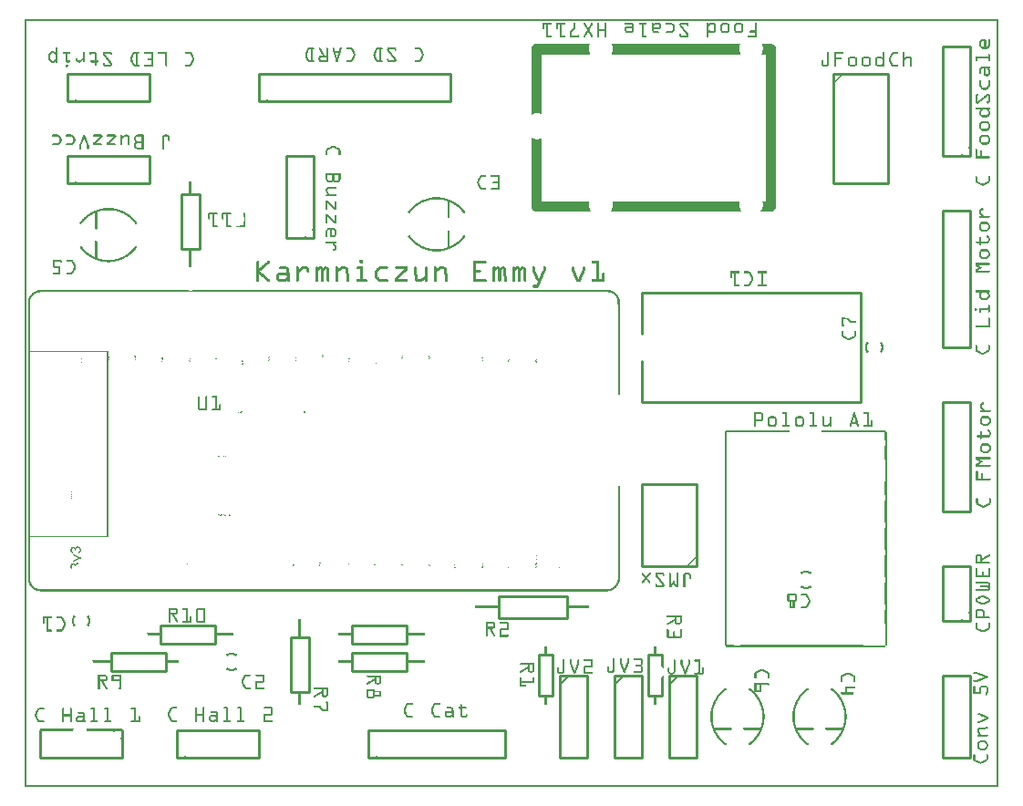
<source format=gto>
G04 MADE WITH FRITZING*
G04 WWW.FRITZING.ORG*
G04 DOUBLE SIDED*
G04 HOLES PLATED*
G04 CONTOUR ON CENTER OF CONTOUR VECTOR*
%ASAXBY*%
%FSLAX23Y23*%
%MOIN*%
%OFA0B0*%
%SFA1.0B1.0*%
%ADD10C,0.010000*%
%ADD11C,0.005000*%
%ADD12C,0.005701*%
%ADD13C,0.003725*%
%ADD14C,0.003723*%
%ADD15C,0.008000*%
%ADD16R,0.001000X0.001000*%
%LNSILK1*%
G90*
G70*
G54D10*
X3357Y2107D02*
X3357Y1607D01*
D02*
X3357Y1607D02*
X3457Y1607D01*
D02*
X3457Y1607D02*
X3457Y2107D01*
D02*
X3457Y2107D02*
X3357Y2107D01*
D02*
X3357Y1407D02*
X3357Y1007D01*
D02*
X3357Y1007D02*
X3457Y1007D01*
D02*
X3457Y1007D02*
X3457Y1407D01*
D02*
X3457Y1407D02*
X3357Y1407D01*
D02*
X2457Y807D02*
X2457Y1107D01*
D02*
X2457Y1107D02*
X2257Y1107D01*
D02*
X2257Y1107D02*
X2257Y807D01*
D02*
X2257Y807D02*
X2457Y807D01*
D02*
X574Y1966D02*
X574Y2166D01*
D02*
X574Y2166D02*
X640Y2166D01*
D02*
X640Y2166D02*
X640Y1966D01*
D02*
X640Y1966D02*
X574Y1966D01*
D02*
X2257Y1407D02*
X3057Y1407D01*
D02*
X3057Y1407D02*
X3057Y1807D01*
D02*
X3057Y1807D02*
X2257Y1807D01*
D02*
X2257Y1407D02*
X2257Y1557D01*
D02*
X2257Y1657D02*
X2257Y1807D01*
D02*
X317Y490D02*
X517Y490D01*
D02*
X517Y490D02*
X517Y424D01*
D02*
X517Y424D02*
X317Y424D01*
D02*
X317Y424D02*
X317Y490D01*
D02*
X698Y524D02*
X498Y524D01*
D02*
X498Y524D02*
X498Y590D01*
D02*
X498Y590D02*
X698Y590D01*
D02*
X698Y590D02*
X698Y524D01*
D02*
X157Y2507D02*
X457Y2507D01*
D02*
X457Y2507D02*
X457Y2607D01*
D02*
X457Y2607D02*
X157Y2607D01*
D02*
X157Y2607D02*
X157Y2507D01*
D02*
X3457Y2307D02*
X3457Y2707D01*
D02*
X3457Y2707D02*
X3357Y2707D01*
D02*
X3357Y2707D02*
X3357Y2307D01*
D02*
X3357Y2307D02*
X3457Y2307D01*
D02*
X1257Y107D02*
X1757Y107D01*
D02*
X1757Y107D02*
X1757Y207D01*
D02*
X1757Y207D02*
X1257Y207D01*
D02*
X1257Y207D02*
X1257Y107D01*
D02*
X1057Y2007D02*
X1057Y2307D01*
D02*
X1057Y2307D02*
X957Y2307D01*
D02*
X957Y2307D02*
X957Y2007D01*
D02*
X957Y2007D02*
X1057Y2007D01*
D02*
X157Y2207D02*
X457Y2207D01*
D02*
X457Y2207D02*
X457Y2307D01*
D02*
X457Y2307D02*
X157Y2307D01*
D02*
X157Y2307D02*
X157Y2207D01*
D02*
X857Y2507D02*
X1557Y2507D01*
D02*
X1557Y2507D02*
X1557Y2607D01*
D02*
X1557Y2607D02*
X857Y2607D01*
D02*
X857Y2607D02*
X857Y2507D01*
D02*
X1040Y547D02*
X1040Y347D01*
D02*
X1040Y347D02*
X974Y347D01*
D02*
X974Y347D02*
X974Y547D01*
D02*
X974Y547D02*
X1040Y547D01*
D02*
X2332Y332D02*
X2282Y332D01*
D02*
X2282Y332D02*
X2282Y482D01*
D02*
X2282Y482D02*
X2332Y482D01*
D02*
X1932Y482D02*
X1932Y332D01*
D02*
X1932Y332D02*
X1882Y332D01*
D02*
X1882Y332D02*
X1882Y482D01*
D02*
X1882Y482D02*
X1932Y482D01*
D02*
X1398Y424D02*
X1198Y424D01*
D02*
X1198Y424D02*
X1198Y490D01*
D02*
X1198Y490D02*
X1398Y490D01*
D02*
X1398Y490D02*
X1398Y424D01*
D02*
X1398Y524D02*
X1198Y524D01*
D02*
X1198Y524D02*
X1198Y590D01*
D02*
X1198Y590D02*
X1398Y590D01*
D02*
X1398Y590D02*
X1398Y524D01*
D02*
X1983Y616D02*
X1733Y616D01*
D02*
X1733Y616D02*
X1733Y698D01*
D02*
X1733Y698D02*
X1983Y698D01*
D02*
X1983Y698D02*
X1983Y616D01*
D02*
X2157Y407D02*
X2157Y107D01*
D02*
X2157Y107D02*
X2257Y107D01*
D02*
X2257Y107D02*
X2257Y407D01*
D02*
X2257Y407D02*
X2157Y407D01*
G54D11*
D02*
X2157Y372D02*
X2192Y407D01*
G54D10*
D02*
X1957Y407D02*
X1957Y107D01*
D02*
X1957Y107D02*
X2057Y107D01*
D02*
X2057Y107D02*
X2057Y407D01*
D02*
X2057Y407D02*
X1957Y407D01*
G54D11*
D02*
X1957Y372D02*
X1992Y407D01*
G54D10*
D02*
X2357Y407D02*
X2357Y107D01*
D02*
X2357Y107D02*
X2457Y107D01*
D02*
X2457Y107D02*
X2457Y407D01*
D02*
X2457Y407D02*
X2357Y407D01*
G54D11*
D02*
X2357Y372D02*
X2392Y407D01*
G54D10*
D02*
X557Y107D02*
X857Y107D01*
D02*
X857Y107D02*
X857Y207D01*
D02*
X857Y207D02*
X557Y207D01*
D02*
X557Y207D02*
X557Y107D01*
D02*
X57Y207D02*
X57Y107D01*
D02*
X57Y107D02*
X357Y107D01*
D02*
X357Y107D02*
X357Y207D01*
G54D12*
D02*
X305Y1592D02*
X305Y918D01*
G54D13*
D02*
X305Y918D02*
X18Y918D01*
G54D14*
D02*
X305Y1592D02*
X18Y1592D01*
G54D10*
D02*
X3357Y407D02*
X3357Y107D01*
D02*
X3357Y107D02*
X3457Y107D01*
D02*
X3457Y107D02*
X3457Y407D01*
D02*
X3457Y407D02*
X3357Y407D01*
D02*
X2957Y2607D02*
X2957Y2207D01*
D02*
X2957Y2207D02*
X3157Y2207D01*
D02*
X3157Y2207D02*
X3157Y2607D01*
D02*
X3157Y2607D02*
X2957Y2607D01*
D02*
X3457Y607D02*
X3457Y807D01*
D02*
X3457Y807D02*
X3357Y807D01*
D02*
X3357Y807D02*
X3357Y607D01*
D02*
X3357Y607D02*
X3457Y607D01*
G54D15*
X1552Y2142D02*
X1552Y2082D01*
D02*
X1552Y2032D02*
X1552Y1972D01*
D02*
G54D16*
X0Y2807D02*
X3560Y2807D01*
X0Y2806D02*
X3560Y2806D01*
X0Y2805D02*
X3560Y2805D01*
X0Y2804D02*
X3560Y2804D01*
X0Y2803D02*
X3560Y2803D01*
X0Y2802D02*
X3560Y2802D01*
X0Y2801D02*
X3560Y2801D01*
X0Y2800D02*
X3560Y2800D01*
X0Y2799D02*
X7Y2799D01*
X3553Y2799D02*
X3560Y2799D01*
X0Y2798D02*
X7Y2798D01*
X3553Y2798D02*
X3560Y2798D01*
X0Y2797D02*
X7Y2797D01*
X3553Y2797D02*
X3560Y2797D01*
X0Y2796D02*
X7Y2796D01*
X3553Y2796D02*
X3560Y2796D01*
X0Y2795D02*
X7Y2795D01*
X3553Y2795D02*
X3560Y2795D01*
X0Y2794D02*
X7Y2794D01*
X1896Y2794D02*
X1926Y2794D01*
X1946Y2794D02*
X1976Y2794D01*
X2010Y2794D02*
X2012Y2794D01*
X2046Y2794D02*
X2048Y2794D01*
X2073Y2794D02*
X2076Y2794D01*
X2096Y2794D02*
X2098Y2794D01*
X2123Y2794D02*
X2126Y2794D01*
X2196Y2794D02*
X2218Y2794D01*
X2249Y2794D02*
X2272Y2794D01*
X2296Y2794D02*
X2298Y2794D01*
X2306Y2794D02*
X2320Y2794D01*
X2346Y2794D02*
X2365Y2794D01*
X2399Y2794D02*
X2421Y2794D01*
X2496Y2794D02*
X2498Y2794D01*
X2507Y2794D02*
X2518Y2794D01*
X2554Y2794D02*
X2568Y2794D01*
X2604Y2794D02*
X2618Y2794D01*
X2673Y2794D02*
X2676Y2794D01*
X3553Y2794D02*
X3560Y2794D01*
X0Y2793D02*
X7Y2793D01*
X1895Y2793D02*
X1927Y2793D01*
X1945Y2793D02*
X1977Y2793D01*
X2009Y2793D02*
X2013Y2793D01*
X2045Y2793D02*
X2049Y2793D01*
X2072Y2793D02*
X2077Y2793D01*
X2095Y2793D02*
X2099Y2793D01*
X2122Y2793D02*
X2127Y2793D01*
X2195Y2793D02*
X2220Y2793D01*
X2248Y2793D02*
X2274Y2793D01*
X2295Y2793D02*
X2299Y2793D01*
X2304Y2793D02*
X2323Y2793D01*
X2345Y2793D02*
X2367Y2793D01*
X2397Y2793D02*
X2423Y2793D01*
X2495Y2793D02*
X2499Y2793D01*
X2505Y2793D02*
X2520Y2793D01*
X2552Y2793D02*
X2570Y2793D01*
X2602Y2793D02*
X2620Y2793D01*
X2672Y2793D02*
X2677Y2793D01*
X3553Y2793D02*
X3560Y2793D01*
X0Y2792D02*
X7Y2792D01*
X1894Y2792D02*
X1928Y2792D01*
X1944Y2792D02*
X1978Y2792D01*
X2008Y2792D02*
X2014Y2792D01*
X2044Y2792D02*
X2050Y2792D01*
X2072Y2792D02*
X2077Y2792D01*
X2094Y2792D02*
X2100Y2792D01*
X2122Y2792D02*
X2127Y2792D01*
X2194Y2792D02*
X2222Y2792D01*
X2248Y2792D02*
X2274Y2792D01*
X2294Y2792D02*
X2300Y2792D01*
X2303Y2792D02*
X2324Y2792D01*
X2344Y2792D02*
X2368Y2792D01*
X2396Y2792D02*
X2425Y2792D01*
X2494Y2792D02*
X2500Y2792D01*
X2503Y2792D02*
X2522Y2792D01*
X2550Y2792D02*
X2571Y2792D01*
X2600Y2792D02*
X2621Y2792D01*
X2672Y2792D02*
X2677Y2792D01*
X3553Y2792D02*
X3560Y2792D01*
X0Y2791D02*
X7Y2791D01*
X1894Y2791D02*
X1928Y2791D01*
X1944Y2791D02*
X1978Y2791D01*
X2008Y2791D02*
X2014Y2791D01*
X2044Y2791D02*
X2051Y2791D01*
X2071Y2791D02*
X2078Y2791D01*
X2094Y2791D02*
X2100Y2791D01*
X2122Y2791D02*
X2128Y2791D01*
X2194Y2791D02*
X2223Y2791D01*
X2248Y2791D02*
X2274Y2791D01*
X2294Y2791D02*
X2325Y2791D01*
X2344Y2791D02*
X2369Y2791D01*
X2396Y2791D02*
X2425Y2791D01*
X2494Y2791D02*
X2500Y2791D01*
X2502Y2791D02*
X2523Y2791D01*
X2549Y2791D02*
X2573Y2791D01*
X2599Y2791D02*
X2623Y2791D01*
X2672Y2791D02*
X2678Y2791D01*
X3553Y2791D02*
X3560Y2791D01*
X0Y2790D02*
X7Y2790D01*
X1894Y2790D02*
X1928Y2790D01*
X1944Y2790D02*
X1978Y2790D01*
X2008Y2790D02*
X2014Y2790D01*
X2044Y2790D02*
X2051Y2790D01*
X2071Y2790D02*
X2077Y2790D01*
X2094Y2790D02*
X2100Y2790D01*
X2122Y2790D02*
X2128Y2790D01*
X2194Y2790D02*
X2224Y2790D01*
X2248Y2790D02*
X2274Y2790D01*
X2294Y2790D02*
X2326Y2790D01*
X2344Y2790D02*
X2370Y2790D01*
X2395Y2790D02*
X2426Y2790D01*
X2494Y2790D02*
X2524Y2790D01*
X2548Y2790D02*
X2574Y2790D01*
X2598Y2790D02*
X2624Y2790D01*
X2672Y2790D02*
X2678Y2790D01*
X3553Y2790D02*
X3560Y2790D01*
X0Y2789D02*
X7Y2789D01*
X1894Y2789D02*
X1927Y2789D01*
X1944Y2789D02*
X1977Y2789D01*
X2008Y2789D02*
X2014Y2789D01*
X2045Y2789D02*
X2052Y2789D01*
X2070Y2789D02*
X2077Y2789D01*
X2094Y2789D02*
X2100Y2789D01*
X2122Y2789D02*
X2128Y2789D01*
X2195Y2789D02*
X2225Y2789D01*
X2248Y2789D02*
X2274Y2789D01*
X2294Y2789D02*
X2326Y2789D01*
X2345Y2789D02*
X2372Y2789D01*
X2395Y2789D02*
X2427Y2789D01*
X2494Y2789D02*
X2525Y2789D01*
X2547Y2789D02*
X2575Y2789D01*
X2597Y2789D02*
X2625Y2789D01*
X2672Y2789D02*
X2678Y2789D01*
X3553Y2789D02*
X3560Y2789D01*
X0Y2788D02*
X7Y2788D01*
X1894Y2788D02*
X1926Y2788D01*
X1944Y2788D02*
X1976Y2788D01*
X2008Y2788D02*
X2014Y2788D01*
X2045Y2788D02*
X2053Y2788D01*
X2069Y2788D02*
X2077Y2788D01*
X2094Y2788D02*
X2100Y2788D01*
X2122Y2788D02*
X2128Y2788D01*
X2196Y2788D02*
X2226Y2788D01*
X2249Y2788D02*
X2272Y2788D01*
X2294Y2788D02*
X2327Y2788D01*
X2346Y2788D02*
X2373Y2788D01*
X2394Y2788D02*
X2427Y2788D01*
X2494Y2788D02*
X2526Y2788D01*
X2546Y2788D02*
X2576Y2788D01*
X2596Y2788D02*
X2626Y2788D01*
X2672Y2788D02*
X2678Y2788D01*
X3553Y2788D02*
X3560Y2788D01*
X0Y2787D02*
X7Y2787D01*
X1894Y2787D02*
X1900Y2787D01*
X1908Y2787D02*
X1914Y2787D01*
X1944Y2787D02*
X1950Y2787D01*
X1958Y2787D02*
X1964Y2787D01*
X2008Y2787D02*
X2014Y2787D01*
X2046Y2787D02*
X2053Y2787D01*
X2069Y2787D02*
X2076Y2787D01*
X2094Y2787D02*
X2100Y2787D01*
X2122Y2787D02*
X2128Y2787D01*
X2217Y2787D02*
X2226Y2787D01*
X2258Y2787D02*
X2264Y2787D01*
X2294Y2787D02*
X2307Y2787D01*
X2320Y2787D02*
X2327Y2787D01*
X2364Y2787D02*
X2374Y2787D01*
X2394Y2787D02*
X2400Y2787D01*
X2421Y2787D02*
X2427Y2787D01*
X2494Y2787D02*
X2508Y2787D01*
X2517Y2787D02*
X2526Y2787D01*
X2545Y2787D02*
X2554Y2787D01*
X2567Y2787D02*
X2576Y2787D01*
X2595Y2787D02*
X2604Y2787D01*
X2617Y2787D02*
X2626Y2787D01*
X2672Y2787D02*
X2678Y2787D01*
X3553Y2787D02*
X3560Y2787D01*
X0Y2786D02*
X7Y2786D01*
X1894Y2786D02*
X1900Y2786D01*
X1908Y2786D02*
X1914Y2786D01*
X1944Y2786D02*
X1950Y2786D01*
X1958Y2786D02*
X1964Y2786D01*
X2008Y2786D02*
X2014Y2786D01*
X2046Y2786D02*
X2054Y2786D01*
X2068Y2786D02*
X2075Y2786D01*
X2094Y2786D02*
X2100Y2786D01*
X2122Y2786D02*
X2128Y2786D01*
X2219Y2786D02*
X2227Y2786D01*
X2258Y2786D02*
X2264Y2786D01*
X2294Y2786D02*
X2305Y2786D01*
X2321Y2786D02*
X2327Y2786D01*
X2365Y2786D02*
X2375Y2786D01*
X2394Y2786D02*
X2401Y2786D01*
X2421Y2786D02*
X2428Y2786D01*
X2494Y2786D02*
X2507Y2786D01*
X2519Y2786D02*
X2527Y2786D01*
X2545Y2786D02*
X2553Y2786D01*
X2569Y2786D02*
X2577Y2786D01*
X2595Y2786D02*
X2603Y2786D01*
X2619Y2786D02*
X2627Y2786D01*
X2672Y2786D02*
X2678Y2786D01*
X3553Y2786D02*
X3560Y2786D01*
X0Y2785D02*
X7Y2785D01*
X1894Y2785D02*
X1900Y2785D01*
X1908Y2785D02*
X1914Y2785D01*
X1944Y2785D02*
X1950Y2785D01*
X1958Y2785D02*
X1964Y2785D01*
X2008Y2785D02*
X2014Y2785D01*
X2047Y2785D02*
X2054Y2785D01*
X2068Y2785D02*
X2075Y2785D01*
X2094Y2785D02*
X2100Y2785D01*
X2122Y2785D02*
X2128Y2785D01*
X2220Y2785D02*
X2227Y2785D01*
X2258Y2785D02*
X2264Y2785D01*
X2294Y2785D02*
X2304Y2785D01*
X2321Y2785D02*
X2328Y2785D01*
X2366Y2785D02*
X2376Y2785D01*
X2394Y2785D02*
X2401Y2785D01*
X2422Y2785D02*
X2428Y2785D01*
X2494Y2785D02*
X2505Y2785D01*
X2520Y2785D02*
X2527Y2785D01*
X2545Y2785D02*
X2552Y2785D01*
X2570Y2785D02*
X2577Y2785D01*
X2595Y2785D02*
X2602Y2785D01*
X2620Y2785D02*
X2627Y2785D01*
X2672Y2785D02*
X2678Y2785D01*
X3553Y2785D02*
X3560Y2785D01*
X0Y2784D02*
X7Y2784D01*
X1894Y2784D02*
X1900Y2784D01*
X1908Y2784D02*
X1914Y2784D01*
X1944Y2784D02*
X1950Y2784D01*
X1958Y2784D02*
X1964Y2784D01*
X2008Y2784D02*
X2014Y2784D01*
X2048Y2784D02*
X2055Y2784D01*
X2067Y2784D02*
X2074Y2784D01*
X2094Y2784D02*
X2100Y2784D01*
X2122Y2784D02*
X2128Y2784D01*
X2221Y2784D02*
X2227Y2784D01*
X2258Y2784D02*
X2264Y2784D01*
X2294Y2784D02*
X2302Y2784D01*
X2322Y2784D02*
X2328Y2784D01*
X2368Y2784D02*
X2376Y2784D01*
X2395Y2784D02*
X2402Y2784D01*
X2422Y2784D02*
X2427Y2784D01*
X2494Y2784D02*
X2504Y2784D01*
X2521Y2784D02*
X2527Y2784D01*
X2544Y2784D02*
X2551Y2784D01*
X2571Y2784D02*
X2577Y2784D01*
X2594Y2784D02*
X2601Y2784D01*
X2621Y2784D02*
X2627Y2784D01*
X2672Y2784D02*
X2678Y2784D01*
X3553Y2784D02*
X3560Y2784D01*
X0Y2783D02*
X7Y2783D01*
X1894Y2783D02*
X1900Y2783D01*
X1908Y2783D02*
X1914Y2783D01*
X1944Y2783D02*
X1950Y2783D01*
X1958Y2783D02*
X1964Y2783D01*
X2008Y2783D02*
X2014Y2783D01*
X2048Y2783D02*
X2055Y2783D01*
X2066Y2783D02*
X2074Y2783D01*
X2094Y2783D02*
X2100Y2783D01*
X2122Y2783D02*
X2128Y2783D01*
X2221Y2783D02*
X2228Y2783D01*
X2258Y2783D02*
X2264Y2783D01*
X2294Y2783D02*
X2301Y2783D01*
X2322Y2783D02*
X2328Y2783D01*
X2369Y2783D02*
X2377Y2783D01*
X2395Y2783D02*
X2403Y2783D01*
X2422Y2783D02*
X2427Y2783D01*
X2494Y2783D02*
X2503Y2783D01*
X2521Y2783D02*
X2528Y2783D01*
X2544Y2783D02*
X2550Y2783D01*
X2571Y2783D02*
X2578Y2783D01*
X2594Y2783D02*
X2600Y2783D01*
X2621Y2783D02*
X2628Y2783D01*
X2672Y2783D02*
X2678Y2783D01*
X3553Y2783D02*
X3560Y2783D01*
X0Y2782D02*
X7Y2782D01*
X1894Y2782D02*
X1900Y2782D01*
X1908Y2782D02*
X1914Y2782D01*
X1944Y2782D02*
X1950Y2782D01*
X1958Y2782D02*
X1964Y2782D01*
X2008Y2782D02*
X2014Y2782D01*
X2049Y2782D02*
X2056Y2782D01*
X2066Y2782D02*
X2073Y2782D01*
X2094Y2782D02*
X2100Y2782D01*
X2122Y2782D02*
X2128Y2782D01*
X2222Y2782D02*
X2228Y2782D01*
X2258Y2782D02*
X2264Y2782D01*
X2294Y2782D02*
X2301Y2782D01*
X2322Y2782D02*
X2328Y2782D01*
X2370Y2782D02*
X2377Y2782D01*
X2396Y2782D02*
X2404Y2782D01*
X2424Y2782D02*
X2426Y2782D01*
X2494Y2782D02*
X2502Y2782D01*
X2522Y2782D02*
X2528Y2782D01*
X2544Y2782D02*
X2550Y2782D01*
X2572Y2782D02*
X2578Y2782D01*
X2594Y2782D02*
X2600Y2782D01*
X2622Y2782D02*
X2628Y2782D01*
X2672Y2782D02*
X2678Y2782D01*
X3553Y2782D02*
X3560Y2782D01*
X0Y2781D02*
X7Y2781D01*
X1894Y2781D02*
X1900Y2781D01*
X1908Y2781D02*
X1914Y2781D01*
X1944Y2781D02*
X1950Y2781D01*
X1958Y2781D02*
X1964Y2781D01*
X2008Y2781D02*
X2014Y2781D01*
X2049Y2781D02*
X2057Y2781D01*
X2065Y2781D02*
X2072Y2781D01*
X2094Y2781D02*
X2100Y2781D01*
X2122Y2781D02*
X2128Y2781D01*
X2222Y2781D02*
X2228Y2781D01*
X2258Y2781D02*
X2264Y2781D01*
X2294Y2781D02*
X2301Y2781D01*
X2322Y2781D02*
X2328Y2781D01*
X2371Y2781D02*
X2377Y2781D01*
X2396Y2781D02*
X2404Y2781D01*
X2494Y2781D02*
X2501Y2781D01*
X2522Y2781D02*
X2528Y2781D01*
X2544Y2781D02*
X2550Y2781D01*
X2572Y2781D02*
X2578Y2781D01*
X2594Y2781D02*
X2600Y2781D01*
X2622Y2781D02*
X2628Y2781D01*
X2672Y2781D02*
X2678Y2781D01*
X3553Y2781D02*
X3560Y2781D01*
X0Y2780D02*
X7Y2780D01*
X1894Y2780D02*
X1900Y2780D01*
X1908Y2780D02*
X1914Y2780D01*
X1944Y2780D02*
X1950Y2780D01*
X1958Y2780D02*
X1964Y2780D01*
X2008Y2780D02*
X2014Y2780D01*
X2050Y2780D02*
X2057Y2780D01*
X2065Y2780D02*
X2072Y2780D01*
X2094Y2780D02*
X2100Y2780D01*
X2122Y2780D02*
X2128Y2780D01*
X2221Y2780D02*
X2228Y2780D01*
X2258Y2780D02*
X2264Y2780D01*
X2294Y2780D02*
X2301Y2780D01*
X2322Y2780D02*
X2328Y2780D01*
X2371Y2780D02*
X2378Y2780D01*
X2397Y2780D02*
X2405Y2780D01*
X2494Y2780D02*
X2500Y2780D01*
X2522Y2780D02*
X2528Y2780D01*
X2544Y2780D02*
X2550Y2780D01*
X2572Y2780D02*
X2578Y2780D01*
X2594Y2780D02*
X2600Y2780D01*
X2622Y2780D02*
X2628Y2780D01*
X2672Y2780D02*
X2678Y2780D01*
X3553Y2780D02*
X3560Y2780D01*
X0Y2779D02*
X7Y2779D01*
X1894Y2779D02*
X1900Y2779D01*
X1908Y2779D02*
X1914Y2779D01*
X1944Y2779D02*
X1950Y2779D01*
X1958Y2779D02*
X1964Y2779D01*
X2008Y2779D02*
X2014Y2779D01*
X2051Y2779D02*
X2058Y2779D01*
X2064Y2779D02*
X2071Y2779D01*
X2094Y2779D02*
X2100Y2779D01*
X2122Y2779D02*
X2128Y2779D01*
X2196Y2779D02*
X2228Y2779D01*
X2258Y2779D02*
X2264Y2779D01*
X2295Y2779D02*
X2301Y2779D01*
X2321Y2779D02*
X2328Y2779D01*
X2372Y2779D02*
X2378Y2779D01*
X2398Y2779D02*
X2406Y2779D01*
X2494Y2779D02*
X2500Y2779D01*
X2522Y2779D02*
X2528Y2779D01*
X2544Y2779D02*
X2550Y2779D01*
X2572Y2779D02*
X2578Y2779D01*
X2594Y2779D02*
X2600Y2779D01*
X2622Y2779D02*
X2628Y2779D01*
X2672Y2779D02*
X2678Y2779D01*
X3553Y2779D02*
X3560Y2779D01*
X0Y2778D02*
X7Y2778D01*
X1894Y2778D02*
X1900Y2778D01*
X1908Y2778D02*
X1914Y2778D01*
X1944Y2778D02*
X1950Y2778D01*
X1958Y2778D02*
X1964Y2778D01*
X2008Y2778D02*
X2014Y2778D01*
X2051Y2778D02*
X2058Y2778D01*
X2063Y2778D02*
X2071Y2778D01*
X2094Y2778D02*
X2100Y2778D01*
X2122Y2778D02*
X2128Y2778D01*
X2195Y2778D02*
X2228Y2778D01*
X2258Y2778D02*
X2264Y2778D01*
X2295Y2778D02*
X2301Y2778D01*
X2321Y2778D02*
X2327Y2778D01*
X2372Y2778D02*
X2378Y2778D01*
X2399Y2778D02*
X2407Y2778D01*
X2494Y2778D02*
X2500Y2778D01*
X2522Y2778D02*
X2528Y2778D01*
X2544Y2778D02*
X2550Y2778D01*
X2572Y2778D02*
X2578Y2778D01*
X2594Y2778D02*
X2600Y2778D01*
X2622Y2778D02*
X2628Y2778D01*
X2672Y2778D02*
X2678Y2778D01*
X3553Y2778D02*
X3560Y2778D01*
X0Y2777D02*
X7Y2777D01*
X1894Y2777D02*
X1900Y2777D01*
X1908Y2777D02*
X1914Y2777D01*
X1944Y2777D02*
X1950Y2777D01*
X1958Y2777D02*
X1964Y2777D01*
X2008Y2777D02*
X2014Y2777D01*
X2052Y2777D02*
X2059Y2777D01*
X2063Y2777D02*
X2070Y2777D01*
X2094Y2777D02*
X2100Y2777D01*
X2122Y2777D02*
X2128Y2777D01*
X2194Y2777D02*
X2228Y2777D01*
X2258Y2777D02*
X2264Y2777D01*
X2295Y2777D02*
X2303Y2777D01*
X2319Y2777D02*
X2327Y2777D01*
X2372Y2777D02*
X2378Y2777D01*
X2399Y2777D02*
X2408Y2777D01*
X2494Y2777D02*
X2500Y2777D01*
X2522Y2777D02*
X2528Y2777D01*
X2544Y2777D02*
X2550Y2777D01*
X2572Y2777D02*
X2578Y2777D01*
X2594Y2777D02*
X2600Y2777D01*
X2622Y2777D02*
X2628Y2777D01*
X2672Y2777D02*
X2678Y2777D01*
X3553Y2777D02*
X3560Y2777D01*
X0Y2776D02*
X7Y2776D01*
X1894Y2776D02*
X1900Y2776D01*
X1908Y2776D02*
X1914Y2776D01*
X1944Y2776D02*
X1950Y2776D01*
X1958Y2776D02*
X1964Y2776D01*
X2008Y2776D02*
X2014Y2776D01*
X2052Y2776D02*
X2060Y2776D01*
X2062Y2776D02*
X2070Y2776D01*
X2094Y2776D02*
X2100Y2776D01*
X2122Y2776D02*
X2128Y2776D01*
X2194Y2776D02*
X2228Y2776D01*
X2258Y2776D02*
X2264Y2776D01*
X2295Y2776D02*
X2327Y2776D01*
X2372Y2776D02*
X2378Y2776D01*
X2400Y2776D02*
X2408Y2776D01*
X2494Y2776D02*
X2500Y2776D01*
X2522Y2776D02*
X2528Y2776D01*
X2544Y2776D02*
X2550Y2776D01*
X2572Y2776D02*
X2578Y2776D01*
X2594Y2776D02*
X2600Y2776D01*
X2622Y2776D02*
X2628Y2776D01*
X2672Y2776D02*
X2678Y2776D01*
X3553Y2776D02*
X3560Y2776D01*
X0Y2775D02*
X7Y2775D01*
X1894Y2775D02*
X1900Y2775D01*
X1908Y2775D02*
X1914Y2775D01*
X1944Y2775D02*
X1950Y2775D01*
X1958Y2775D02*
X1964Y2775D01*
X2008Y2775D02*
X2014Y2775D01*
X2053Y2775D02*
X2060Y2775D01*
X2062Y2775D02*
X2069Y2775D01*
X2094Y2775D02*
X2100Y2775D01*
X2122Y2775D02*
X2128Y2775D01*
X2194Y2775D02*
X2228Y2775D01*
X2258Y2775D02*
X2264Y2775D01*
X2295Y2775D02*
X2326Y2775D01*
X2372Y2775D02*
X2378Y2775D01*
X2401Y2775D02*
X2409Y2775D01*
X2494Y2775D02*
X2500Y2775D01*
X2522Y2775D02*
X2528Y2775D01*
X2544Y2775D02*
X2550Y2775D01*
X2572Y2775D02*
X2578Y2775D01*
X2594Y2775D02*
X2600Y2775D01*
X2622Y2775D02*
X2628Y2775D01*
X2672Y2775D02*
X2678Y2775D01*
X3553Y2775D02*
X3560Y2775D01*
X0Y2774D02*
X7Y2774D01*
X1894Y2774D02*
X1900Y2774D01*
X1908Y2774D02*
X1914Y2774D01*
X1944Y2774D02*
X1950Y2774D01*
X1958Y2774D02*
X1964Y2774D01*
X2007Y2774D02*
X2014Y2774D01*
X2054Y2774D02*
X2068Y2774D01*
X2094Y2774D02*
X2100Y2774D01*
X2122Y2774D02*
X2128Y2774D01*
X2194Y2774D02*
X2228Y2774D01*
X2258Y2774D02*
X2264Y2774D01*
X2295Y2774D02*
X2326Y2774D01*
X2372Y2774D02*
X2378Y2774D01*
X2402Y2774D02*
X2410Y2774D01*
X2494Y2774D02*
X2500Y2774D01*
X2522Y2774D02*
X2528Y2774D01*
X2544Y2774D02*
X2550Y2774D01*
X2572Y2774D02*
X2578Y2774D01*
X2594Y2774D02*
X2600Y2774D01*
X2622Y2774D02*
X2628Y2774D01*
X2672Y2774D02*
X2678Y2774D01*
X3553Y2774D02*
X3560Y2774D01*
X0Y2773D02*
X7Y2773D01*
X1894Y2773D02*
X1900Y2773D01*
X1908Y2773D02*
X1914Y2773D01*
X1944Y2773D02*
X1950Y2773D01*
X1958Y2773D02*
X1964Y2773D01*
X2006Y2773D02*
X2014Y2773D01*
X2054Y2773D02*
X2068Y2773D01*
X2094Y2773D02*
X2100Y2773D01*
X2122Y2773D02*
X2128Y2773D01*
X2194Y2773D02*
X2228Y2773D01*
X2258Y2773D02*
X2264Y2773D01*
X2295Y2773D02*
X2325Y2773D01*
X2372Y2773D02*
X2378Y2773D01*
X2403Y2773D02*
X2411Y2773D01*
X2494Y2773D02*
X2500Y2773D01*
X2522Y2773D02*
X2528Y2773D01*
X2544Y2773D02*
X2550Y2773D01*
X2572Y2773D02*
X2578Y2773D01*
X2594Y2773D02*
X2600Y2773D01*
X2622Y2773D02*
X2628Y2773D01*
X2672Y2773D02*
X2678Y2773D01*
X3553Y2773D02*
X3560Y2773D01*
X0Y2772D02*
X7Y2772D01*
X1894Y2772D02*
X1900Y2772D01*
X1908Y2772D02*
X1914Y2772D01*
X1944Y2772D02*
X1950Y2772D01*
X1958Y2772D02*
X1964Y2772D01*
X2004Y2772D02*
X2014Y2772D01*
X2055Y2772D02*
X2067Y2772D01*
X2094Y2772D02*
X2100Y2772D01*
X2122Y2772D02*
X2128Y2772D01*
X2194Y2772D02*
X2200Y2772D01*
X2222Y2772D02*
X2228Y2772D01*
X2258Y2772D02*
X2264Y2772D01*
X2295Y2772D02*
X2324Y2772D01*
X2372Y2772D02*
X2378Y2772D01*
X2403Y2772D02*
X2411Y2772D01*
X2494Y2772D02*
X2500Y2772D01*
X2522Y2772D02*
X2528Y2772D01*
X2544Y2772D02*
X2550Y2772D01*
X2572Y2772D02*
X2578Y2772D01*
X2594Y2772D02*
X2600Y2772D01*
X2622Y2772D02*
X2628Y2772D01*
X2672Y2772D02*
X2678Y2772D01*
X3553Y2772D02*
X3560Y2772D01*
X0Y2771D02*
X7Y2771D01*
X1895Y2771D02*
X1899Y2771D01*
X1908Y2771D02*
X1914Y2771D01*
X1945Y2771D02*
X1949Y2771D01*
X1958Y2771D02*
X1964Y2771D01*
X2003Y2771D02*
X2013Y2771D01*
X2055Y2771D02*
X2067Y2771D01*
X2094Y2771D02*
X2100Y2771D01*
X2121Y2771D02*
X2128Y2771D01*
X2194Y2771D02*
X2200Y2771D01*
X2222Y2771D02*
X2228Y2771D01*
X2258Y2771D02*
X2264Y2771D01*
X2295Y2771D02*
X2322Y2771D01*
X2372Y2771D02*
X2378Y2771D01*
X2404Y2771D02*
X2412Y2771D01*
X2494Y2771D02*
X2500Y2771D01*
X2522Y2771D02*
X2528Y2771D01*
X2544Y2771D02*
X2550Y2771D01*
X2572Y2771D02*
X2578Y2771D01*
X2594Y2771D02*
X2600Y2771D01*
X2622Y2771D02*
X2628Y2771D01*
X2672Y2771D02*
X2678Y2771D01*
X3553Y2771D02*
X3560Y2771D01*
X0Y2770D02*
X7Y2770D01*
X1897Y2770D02*
X1898Y2770D01*
X1908Y2770D02*
X1914Y2770D01*
X1947Y2770D02*
X1948Y2770D01*
X1958Y2770D02*
X1964Y2770D01*
X2002Y2770D02*
X2012Y2770D01*
X2056Y2770D02*
X2066Y2770D01*
X2094Y2770D02*
X2128Y2770D01*
X2194Y2770D02*
X2200Y2770D01*
X2222Y2770D02*
X2228Y2770D01*
X2258Y2770D02*
X2264Y2770D01*
X2295Y2770D02*
X2301Y2770D01*
X2303Y2770D02*
X2319Y2770D01*
X2372Y2770D02*
X2378Y2770D01*
X2405Y2770D02*
X2413Y2770D01*
X2494Y2770D02*
X2500Y2770D01*
X2522Y2770D02*
X2528Y2770D01*
X2544Y2770D02*
X2550Y2770D01*
X2572Y2770D02*
X2578Y2770D01*
X2594Y2770D02*
X2600Y2770D01*
X2622Y2770D02*
X2628Y2770D01*
X2672Y2770D02*
X2678Y2770D01*
X3553Y2770D02*
X3560Y2770D01*
X0Y2769D02*
X7Y2769D01*
X1908Y2769D02*
X1914Y2769D01*
X1958Y2769D02*
X1964Y2769D01*
X2001Y2769D02*
X2011Y2769D01*
X2056Y2769D02*
X2065Y2769D01*
X2094Y2769D02*
X2128Y2769D01*
X2194Y2769D02*
X2200Y2769D01*
X2222Y2769D02*
X2228Y2769D01*
X2258Y2769D02*
X2264Y2769D01*
X2295Y2769D02*
X2301Y2769D01*
X2371Y2769D02*
X2378Y2769D01*
X2406Y2769D02*
X2414Y2769D01*
X2494Y2769D02*
X2501Y2769D01*
X2522Y2769D02*
X2528Y2769D01*
X2544Y2769D02*
X2550Y2769D01*
X2572Y2769D02*
X2578Y2769D01*
X2594Y2769D02*
X2600Y2769D01*
X2622Y2769D02*
X2628Y2769D01*
X2672Y2769D02*
X2678Y2769D01*
X3553Y2769D02*
X3560Y2769D01*
X0Y2768D02*
X7Y2768D01*
X1908Y2768D02*
X1914Y2768D01*
X1958Y2768D02*
X1964Y2768D01*
X2000Y2768D02*
X2010Y2768D01*
X2057Y2768D02*
X2065Y2768D01*
X2094Y2768D02*
X2128Y2768D01*
X2194Y2768D02*
X2200Y2768D01*
X2222Y2768D02*
X2228Y2768D01*
X2258Y2768D02*
X2264Y2768D01*
X2295Y2768D02*
X2301Y2768D01*
X2370Y2768D02*
X2377Y2768D01*
X2406Y2768D02*
X2415Y2768D01*
X2494Y2768D02*
X2501Y2768D01*
X2522Y2768D02*
X2528Y2768D01*
X2544Y2768D02*
X2550Y2768D01*
X2572Y2768D02*
X2578Y2768D01*
X2594Y2768D02*
X2600Y2768D01*
X2622Y2768D02*
X2628Y2768D01*
X2672Y2768D02*
X2678Y2768D01*
X3553Y2768D02*
X3560Y2768D01*
X0Y2767D02*
X7Y2767D01*
X1908Y2767D02*
X1914Y2767D01*
X1958Y2767D02*
X1964Y2767D01*
X1999Y2767D02*
X2008Y2767D01*
X2057Y2767D02*
X2065Y2767D01*
X2094Y2767D02*
X2128Y2767D01*
X2194Y2767D02*
X2200Y2767D01*
X2222Y2767D02*
X2228Y2767D01*
X2258Y2767D02*
X2264Y2767D01*
X2295Y2767D02*
X2301Y2767D01*
X2369Y2767D02*
X2377Y2767D01*
X2407Y2767D02*
X2415Y2767D01*
X2494Y2767D02*
X2503Y2767D01*
X2521Y2767D02*
X2528Y2767D01*
X2544Y2767D02*
X2550Y2767D01*
X2571Y2767D02*
X2578Y2767D01*
X2594Y2767D02*
X2600Y2767D01*
X2621Y2767D02*
X2628Y2767D01*
X2672Y2767D02*
X2678Y2767D01*
X3553Y2767D02*
X3560Y2767D01*
X0Y2766D02*
X7Y2766D01*
X1908Y2766D02*
X1914Y2766D01*
X1958Y2766D02*
X1964Y2766D01*
X1997Y2766D02*
X2007Y2766D01*
X2057Y2766D02*
X2065Y2766D01*
X2094Y2766D02*
X2128Y2766D01*
X2194Y2766D02*
X2201Y2766D01*
X2221Y2766D02*
X2227Y2766D01*
X2258Y2766D02*
X2264Y2766D01*
X2295Y2766D02*
X2301Y2766D01*
X2368Y2766D02*
X2377Y2766D01*
X2408Y2766D02*
X2416Y2766D01*
X2494Y2766D02*
X2504Y2766D01*
X2521Y2766D02*
X2527Y2766D01*
X2544Y2766D02*
X2551Y2766D01*
X2571Y2766D02*
X2577Y2766D01*
X2594Y2766D02*
X2601Y2766D01*
X2621Y2766D02*
X2627Y2766D01*
X2672Y2766D02*
X2678Y2766D01*
X3553Y2766D02*
X3560Y2766D01*
X0Y2765D02*
X7Y2765D01*
X1908Y2765D02*
X1914Y2765D01*
X1958Y2765D02*
X1964Y2765D01*
X1996Y2765D02*
X2006Y2765D01*
X2056Y2765D02*
X2066Y2765D01*
X2094Y2765D02*
X2128Y2765D01*
X2194Y2765D02*
X2201Y2765D01*
X2220Y2765D02*
X2227Y2765D01*
X2258Y2765D02*
X2264Y2765D01*
X2295Y2765D02*
X2301Y2765D01*
X2367Y2765D02*
X2376Y2765D01*
X2409Y2765D02*
X2417Y2765D01*
X2494Y2765D02*
X2505Y2765D01*
X2520Y2765D02*
X2527Y2765D01*
X2544Y2765D02*
X2551Y2765D01*
X2570Y2765D02*
X2577Y2765D01*
X2594Y2765D02*
X2601Y2765D01*
X2620Y2765D02*
X2627Y2765D01*
X2654Y2765D02*
X2678Y2765D01*
X3553Y2765D02*
X3560Y2765D01*
X0Y2764D02*
X7Y2764D01*
X1908Y2764D02*
X1914Y2764D01*
X1958Y2764D02*
X1964Y2764D01*
X1995Y2764D02*
X2005Y2764D01*
X2055Y2764D02*
X2067Y2764D01*
X2094Y2764D02*
X2128Y2764D01*
X2195Y2764D02*
X2202Y2764D01*
X2219Y2764D02*
X2227Y2764D01*
X2258Y2764D02*
X2264Y2764D01*
X2295Y2764D02*
X2301Y2764D01*
X2366Y2764D02*
X2375Y2764D01*
X2410Y2764D02*
X2418Y2764D01*
X2494Y2764D02*
X2506Y2764D01*
X2519Y2764D02*
X2527Y2764D01*
X2545Y2764D02*
X2552Y2764D01*
X2569Y2764D02*
X2577Y2764D01*
X2595Y2764D02*
X2602Y2764D01*
X2619Y2764D02*
X2627Y2764D01*
X2652Y2764D02*
X2678Y2764D01*
X3553Y2764D02*
X3560Y2764D01*
X0Y2763D02*
X7Y2763D01*
X1908Y2763D02*
X1914Y2763D01*
X1958Y2763D02*
X1964Y2763D01*
X1995Y2763D02*
X2004Y2763D01*
X2055Y2763D02*
X2067Y2763D01*
X2094Y2763D02*
X2100Y2763D01*
X2122Y2763D02*
X2128Y2763D01*
X2195Y2763D02*
X2204Y2763D01*
X2218Y2763D02*
X2226Y2763D01*
X2258Y2763D02*
X2264Y2763D01*
X2295Y2763D02*
X2302Y2763D01*
X2365Y2763D02*
X2374Y2763D01*
X2410Y2763D02*
X2418Y2763D01*
X2494Y2763D02*
X2507Y2763D01*
X2518Y2763D02*
X2527Y2763D01*
X2545Y2763D02*
X2554Y2763D01*
X2568Y2763D02*
X2576Y2763D01*
X2595Y2763D02*
X2604Y2763D01*
X2618Y2763D02*
X2626Y2763D01*
X2651Y2763D02*
X2678Y2763D01*
X3553Y2763D02*
X3560Y2763D01*
X0Y2762D02*
X7Y2762D01*
X1908Y2762D02*
X1914Y2762D01*
X1958Y2762D02*
X1964Y2762D01*
X1994Y2762D02*
X2003Y2762D01*
X2054Y2762D02*
X2068Y2762D01*
X2094Y2762D02*
X2100Y2762D01*
X2122Y2762D02*
X2128Y2762D01*
X2196Y2762D02*
X2226Y2762D01*
X2258Y2762D02*
X2264Y2762D01*
X2296Y2762D02*
X2318Y2762D01*
X2347Y2762D02*
X2373Y2762D01*
X2411Y2762D02*
X2419Y2762D01*
X2494Y2762D02*
X2526Y2762D01*
X2546Y2762D02*
X2576Y2762D01*
X2596Y2762D02*
X2626Y2762D01*
X2651Y2762D02*
X2678Y2762D01*
X3553Y2762D02*
X3560Y2762D01*
X0Y2761D02*
X7Y2761D01*
X1908Y2761D02*
X1914Y2761D01*
X1958Y2761D02*
X1964Y2761D01*
X1994Y2761D02*
X2001Y2761D01*
X2054Y2761D02*
X2068Y2761D01*
X2094Y2761D02*
X2100Y2761D01*
X2122Y2761D02*
X2128Y2761D01*
X2197Y2761D02*
X2225Y2761D01*
X2258Y2761D02*
X2264Y2761D01*
X2296Y2761D02*
X2320Y2761D01*
X2345Y2761D02*
X2372Y2761D01*
X2412Y2761D02*
X2420Y2761D01*
X2494Y2761D02*
X2525Y2761D01*
X2547Y2761D02*
X2575Y2761D01*
X2597Y2761D02*
X2625Y2761D01*
X2651Y2761D02*
X2678Y2761D01*
X3553Y2761D02*
X3560Y2761D01*
X0Y2760D02*
X7Y2760D01*
X1908Y2760D02*
X1914Y2760D01*
X1958Y2760D02*
X1964Y2760D01*
X1994Y2760D02*
X2000Y2760D01*
X2053Y2760D02*
X2069Y2760D01*
X2094Y2760D02*
X2100Y2760D01*
X2122Y2760D02*
X2128Y2760D01*
X2198Y2760D02*
X2224Y2760D01*
X2258Y2760D02*
X2264Y2760D01*
X2297Y2760D02*
X2320Y2760D01*
X2344Y2760D02*
X2371Y2760D01*
X2413Y2760D02*
X2421Y2760D01*
X2494Y2760D02*
X2524Y2760D01*
X2547Y2760D02*
X2574Y2760D01*
X2597Y2760D02*
X2624Y2760D01*
X2651Y2760D02*
X2678Y2760D01*
X3553Y2760D02*
X3560Y2760D01*
X0Y2759D02*
X7Y2759D01*
X1908Y2759D02*
X1914Y2759D01*
X1958Y2759D02*
X1964Y2759D01*
X1994Y2759D02*
X2000Y2759D01*
X2052Y2759D02*
X2060Y2759D01*
X2062Y2759D02*
X2069Y2759D01*
X2094Y2759D02*
X2100Y2759D01*
X2122Y2759D02*
X2128Y2759D01*
X2199Y2759D02*
X2223Y2759D01*
X2258Y2759D02*
X2264Y2759D01*
X2297Y2759D02*
X2321Y2759D01*
X2344Y2759D02*
X2370Y2759D01*
X2414Y2759D02*
X2422Y2759D01*
X2494Y2759D02*
X2500Y2759D01*
X2502Y2759D02*
X2523Y2759D01*
X2549Y2759D02*
X2573Y2759D01*
X2599Y2759D02*
X2623Y2759D01*
X2652Y2759D02*
X2678Y2759D01*
X3553Y2759D02*
X3560Y2759D01*
X0Y2758D02*
X7Y2758D01*
X1908Y2758D02*
X1914Y2758D01*
X1958Y2758D02*
X1964Y2758D01*
X1994Y2758D02*
X2000Y2758D01*
X2052Y2758D02*
X2059Y2758D01*
X2063Y2758D02*
X2070Y2758D01*
X2094Y2758D02*
X2100Y2758D01*
X2122Y2758D02*
X2128Y2758D01*
X2200Y2758D02*
X2222Y2758D01*
X2258Y2758D02*
X2264Y2758D01*
X2298Y2758D02*
X2321Y2758D01*
X2344Y2758D02*
X2369Y2758D01*
X2414Y2758D02*
X2422Y2758D01*
X2494Y2758D02*
X2500Y2758D01*
X2503Y2758D02*
X2522Y2758D01*
X2550Y2758D02*
X2572Y2758D01*
X2600Y2758D02*
X2622Y2758D01*
X2671Y2758D02*
X2678Y2758D01*
X3553Y2758D02*
X3560Y2758D01*
X0Y2757D02*
X7Y2757D01*
X1908Y2757D02*
X1914Y2757D01*
X1958Y2757D02*
X1964Y2757D01*
X1994Y2757D02*
X2000Y2757D01*
X2051Y2757D02*
X2058Y2757D01*
X2063Y2757D02*
X2071Y2757D01*
X2094Y2757D02*
X2100Y2757D01*
X2122Y2757D02*
X2128Y2757D01*
X2201Y2757D02*
X2221Y2757D01*
X2258Y2757D02*
X2264Y2757D01*
X2299Y2757D02*
X2320Y2757D01*
X2345Y2757D02*
X2367Y2757D01*
X2415Y2757D02*
X2423Y2757D01*
X2494Y2757D02*
X2500Y2757D01*
X2505Y2757D02*
X2521Y2757D01*
X2551Y2757D02*
X2571Y2757D01*
X2601Y2757D02*
X2621Y2757D01*
X2672Y2757D02*
X2678Y2757D01*
X3553Y2757D02*
X3560Y2757D01*
X0Y2756D02*
X7Y2756D01*
X1908Y2756D02*
X1914Y2756D01*
X1958Y2756D02*
X1964Y2756D01*
X1994Y2756D02*
X2000Y2756D01*
X2051Y2756D02*
X2058Y2756D01*
X2064Y2756D02*
X2071Y2756D01*
X2094Y2756D02*
X2100Y2756D01*
X2122Y2756D02*
X2128Y2756D01*
X2203Y2756D02*
X2219Y2756D01*
X2258Y2756D02*
X2264Y2756D01*
X2301Y2756D02*
X2320Y2756D01*
X2345Y2756D02*
X2366Y2756D01*
X2416Y2756D02*
X2424Y2756D01*
X2494Y2756D02*
X2500Y2756D01*
X2506Y2756D02*
X2519Y2756D01*
X2553Y2756D02*
X2569Y2756D01*
X2603Y2756D02*
X2619Y2756D01*
X2672Y2756D02*
X2678Y2756D01*
X3553Y2756D02*
X3560Y2756D01*
X0Y2755D02*
X7Y2755D01*
X1908Y2755D02*
X1914Y2755D01*
X1958Y2755D02*
X1964Y2755D01*
X1994Y2755D02*
X2000Y2755D01*
X2050Y2755D02*
X2057Y2755D01*
X2065Y2755D02*
X2072Y2755D01*
X2094Y2755D02*
X2100Y2755D01*
X2122Y2755D02*
X2128Y2755D01*
X2258Y2755D02*
X2264Y2755D01*
X2417Y2755D02*
X2425Y2755D01*
X2494Y2755D02*
X2500Y2755D01*
X2672Y2755D02*
X2678Y2755D01*
X3553Y2755D02*
X3560Y2755D01*
X0Y2754D02*
X7Y2754D01*
X1908Y2754D02*
X1914Y2754D01*
X1958Y2754D02*
X1964Y2754D01*
X1994Y2754D02*
X2000Y2754D01*
X2050Y2754D02*
X2057Y2754D01*
X2065Y2754D02*
X2072Y2754D01*
X2094Y2754D02*
X2100Y2754D01*
X2122Y2754D02*
X2128Y2754D01*
X2258Y2754D02*
X2264Y2754D01*
X2417Y2754D02*
X2425Y2754D01*
X2494Y2754D02*
X2500Y2754D01*
X2672Y2754D02*
X2678Y2754D01*
X3553Y2754D02*
X3560Y2754D01*
X0Y2753D02*
X7Y2753D01*
X1908Y2753D02*
X1914Y2753D01*
X1958Y2753D02*
X1964Y2753D01*
X1994Y2753D02*
X2000Y2753D01*
X2049Y2753D02*
X2056Y2753D01*
X2066Y2753D02*
X2073Y2753D01*
X2094Y2753D02*
X2100Y2753D01*
X2122Y2753D02*
X2128Y2753D01*
X2258Y2753D02*
X2264Y2753D01*
X2396Y2753D02*
X2398Y2753D01*
X2418Y2753D02*
X2426Y2753D01*
X2494Y2753D02*
X2500Y2753D01*
X2672Y2753D02*
X2678Y2753D01*
X3553Y2753D02*
X3560Y2753D01*
X0Y2752D02*
X7Y2752D01*
X1908Y2752D02*
X1914Y2752D01*
X1958Y2752D02*
X1964Y2752D01*
X1994Y2752D02*
X2000Y2752D01*
X2048Y2752D02*
X2055Y2752D01*
X2066Y2752D02*
X2074Y2752D01*
X2094Y2752D02*
X2100Y2752D01*
X2122Y2752D02*
X2128Y2752D01*
X2258Y2752D02*
X2264Y2752D01*
X2395Y2752D02*
X2399Y2752D01*
X2419Y2752D02*
X2427Y2752D01*
X2494Y2752D02*
X2500Y2752D01*
X2672Y2752D02*
X2678Y2752D01*
X3553Y2752D02*
X3560Y2752D01*
X0Y2751D02*
X7Y2751D01*
X1908Y2751D02*
X1914Y2751D01*
X1958Y2751D02*
X1964Y2751D01*
X1994Y2751D02*
X2000Y2751D01*
X2048Y2751D02*
X2055Y2751D01*
X2067Y2751D02*
X2074Y2751D01*
X2094Y2751D02*
X2100Y2751D01*
X2122Y2751D02*
X2128Y2751D01*
X2258Y2751D02*
X2264Y2751D01*
X2394Y2751D02*
X2400Y2751D01*
X2420Y2751D02*
X2427Y2751D01*
X2494Y2751D02*
X2500Y2751D01*
X2672Y2751D02*
X2678Y2751D01*
X3553Y2751D02*
X3560Y2751D01*
X0Y2750D02*
X7Y2750D01*
X1908Y2750D02*
X1914Y2750D01*
X1958Y2750D02*
X1964Y2750D01*
X1994Y2750D02*
X2000Y2750D01*
X2024Y2750D02*
X2026Y2750D01*
X2047Y2750D02*
X2054Y2750D01*
X2068Y2750D02*
X2075Y2750D01*
X2094Y2750D02*
X2100Y2750D01*
X2122Y2750D02*
X2128Y2750D01*
X2258Y2750D02*
X2264Y2750D01*
X2394Y2750D02*
X2400Y2750D01*
X2421Y2750D02*
X2427Y2750D01*
X2494Y2750D02*
X2500Y2750D01*
X2672Y2750D02*
X2678Y2750D01*
X3553Y2750D02*
X3560Y2750D01*
X0Y2749D02*
X7Y2749D01*
X1908Y2749D02*
X1914Y2749D01*
X1958Y2749D02*
X1964Y2749D01*
X1994Y2749D02*
X2000Y2749D01*
X2023Y2749D02*
X2027Y2749D01*
X2047Y2749D02*
X2054Y2749D01*
X2068Y2749D02*
X2075Y2749D01*
X2094Y2749D02*
X2100Y2749D01*
X2122Y2749D02*
X2128Y2749D01*
X2258Y2749D02*
X2264Y2749D01*
X2394Y2749D02*
X2400Y2749D01*
X2421Y2749D02*
X2428Y2749D01*
X2494Y2749D02*
X2500Y2749D01*
X2672Y2749D02*
X2678Y2749D01*
X3553Y2749D02*
X3560Y2749D01*
X0Y2748D02*
X7Y2748D01*
X1908Y2748D02*
X1914Y2748D01*
X1958Y2748D02*
X1964Y2748D01*
X1994Y2748D02*
X2000Y2748D01*
X2022Y2748D02*
X2027Y2748D01*
X2046Y2748D02*
X2053Y2748D01*
X2069Y2748D02*
X2076Y2748D01*
X2094Y2748D02*
X2100Y2748D01*
X2122Y2748D02*
X2128Y2748D01*
X2258Y2748D02*
X2264Y2748D01*
X2394Y2748D02*
X2401Y2748D01*
X2422Y2748D02*
X2428Y2748D01*
X2494Y2748D02*
X2500Y2748D01*
X2672Y2748D02*
X2678Y2748D01*
X3553Y2748D02*
X3560Y2748D01*
X0Y2747D02*
X7Y2747D01*
X1908Y2747D02*
X1926Y2747D01*
X1958Y2747D02*
X1976Y2747D01*
X1994Y2747D02*
X2028Y2747D01*
X2045Y2747D02*
X2053Y2747D01*
X2069Y2747D02*
X2076Y2747D01*
X2094Y2747D02*
X2100Y2747D01*
X2122Y2747D02*
X2128Y2747D01*
X2258Y2747D02*
X2272Y2747D01*
X2395Y2747D02*
X2428Y2747D01*
X2494Y2747D02*
X2500Y2747D01*
X2646Y2747D02*
X2678Y2747D01*
X3553Y2747D02*
X3560Y2747D01*
X0Y2746D02*
X7Y2746D01*
X1908Y2746D02*
X1927Y2746D01*
X1958Y2746D02*
X1977Y2746D01*
X1994Y2746D02*
X2028Y2746D01*
X2045Y2746D02*
X2052Y2746D01*
X2070Y2746D02*
X2077Y2746D01*
X2094Y2746D02*
X2100Y2746D01*
X2122Y2746D02*
X2128Y2746D01*
X2258Y2746D02*
X2273Y2746D01*
X2395Y2746D02*
X2427Y2746D01*
X2494Y2746D02*
X2500Y2746D01*
X2645Y2746D02*
X2678Y2746D01*
X3553Y2746D02*
X3560Y2746D01*
X0Y2745D02*
X7Y2745D01*
X1908Y2745D02*
X1927Y2745D01*
X1958Y2745D02*
X1977Y2745D01*
X1994Y2745D02*
X2028Y2745D01*
X2044Y2745D02*
X2051Y2745D01*
X2070Y2745D02*
X2077Y2745D01*
X2094Y2745D02*
X2100Y2745D01*
X2122Y2745D02*
X2128Y2745D01*
X2258Y2745D02*
X2274Y2745D01*
X2395Y2745D02*
X2427Y2745D01*
X2494Y2745D02*
X2500Y2745D01*
X2644Y2745D02*
X2678Y2745D01*
X3553Y2745D02*
X3560Y2745D01*
X0Y2744D02*
X7Y2744D01*
X1908Y2744D02*
X1928Y2744D01*
X1958Y2744D02*
X1978Y2744D01*
X1994Y2744D02*
X2028Y2744D01*
X2044Y2744D02*
X2051Y2744D01*
X2071Y2744D02*
X2078Y2744D01*
X2094Y2744D02*
X2100Y2744D01*
X2122Y2744D02*
X2128Y2744D01*
X2258Y2744D02*
X2274Y2744D01*
X2396Y2744D02*
X2426Y2744D01*
X2494Y2744D02*
X2500Y2744D01*
X2644Y2744D02*
X2678Y2744D01*
X3553Y2744D02*
X3560Y2744D01*
X0Y2743D02*
X7Y2743D01*
X1908Y2743D02*
X1928Y2743D01*
X1958Y2743D02*
X1978Y2743D01*
X1994Y2743D02*
X2028Y2743D01*
X2044Y2743D02*
X2050Y2743D01*
X2072Y2743D02*
X2078Y2743D01*
X2094Y2743D02*
X2100Y2743D01*
X2122Y2743D02*
X2128Y2743D01*
X2258Y2743D02*
X2274Y2743D01*
X2397Y2743D02*
X2426Y2743D01*
X2494Y2743D02*
X2500Y2743D01*
X2644Y2743D02*
X2678Y2743D01*
X3553Y2743D02*
X3560Y2743D01*
X0Y2742D02*
X7Y2742D01*
X1908Y2742D02*
X1927Y2742D01*
X1958Y2742D02*
X1977Y2742D01*
X1994Y2742D02*
X2027Y2742D01*
X2045Y2742D02*
X2050Y2742D01*
X2072Y2742D02*
X2077Y2742D01*
X2095Y2742D02*
X2100Y2742D01*
X2122Y2742D02*
X2127Y2742D01*
X2259Y2742D02*
X2274Y2742D01*
X2398Y2742D02*
X2425Y2742D01*
X2495Y2742D02*
X2499Y2742D01*
X2645Y2742D02*
X2678Y2742D01*
X3553Y2742D02*
X3560Y2742D01*
X0Y2741D02*
X7Y2741D01*
X1908Y2741D02*
X1926Y2741D01*
X1958Y2741D02*
X1976Y2741D01*
X1994Y2741D02*
X2026Y2741D01*
X2046Y2741D02*
X2049Y2741D01*
X2073Y2741D02*
X2076Y2741D01*
X2096Y2741D02*
X2099Y2741D01*
X2123Y2741D02*
X2126Y2741D01*
X2260Y2741D02*
X2273Y2741D01*
X2400Y2741D02*
X2423Y2741D01*
X2496Y2741D02*
X2499Y2741D01*
X2646Y2741D02*
X2678Y2741D01*
X3553Y2741D02*
X3560Y2741D01*
X0Y2740D02*
X7Y2740D01*
X3553Y2740D02*
X3560Y2740D01*
X0Y2739D02*
X7Y2739D01*
X3553Y2739D02*
X3560Y2739D01*
X0Y2738D02*
X7Y2738D01*
X3553Y2738D02*
X3560Y2738D01*
X0Y2737D02*
X7Y2737D01*
X3553Y2737D02*
X3560Y2737D01*
X0Y2736D02*
X7Y2736D01*
X3553Y2736D02*
X3560Y2736D01*
X0Y2735D02*
X7Y2735D01*
X3553Y2735D02*
X3560Y2735D01*
X0Y2734D02*
X7Y2734D01*
X3553Y2734D02*
X3560Y2734D01*
X0Y2733D02*
X7Y2733D01*
X3502Y2733D02*
X3512Y2733D01*
X3526Y2733D02*
X3527Y2733D01*
X3553Y2733D02*
X3560Y2733D01*
X0Y2732D02*
X7Y2732D01*
X3499Y2732D02*
X3514Y2732D01*
X3524Y2732D02*
X3529Y2732D01*
X3553Y2732D02*
X3560Y2732D01*
X0Y2731D02*
X7Y2731D01*
X3497Y2731D02*
X3515Y2731D01*
X3524Y2731D02*
X3529Y2731D01*
X3553Y2731D02*
X3560Y2731D01*
X0Y2730D02*
X7Y2730D01*
X3496Y2730D02*
X3515Y2730D01*
X3524Y2730D02*
X3529Y2730D01*
X3553Y2730D02*
X3560Y2730D01*
X0Y2729D02*
X7Y2729D01*
X3495Y2729D02*
X3515Y2729D01*
X3524Y2729D02*
X3530Y2729D01*
X3553Y2729D02*
X3560Y2729D01*
X0Y2728D02*
X7Y2728D01*
X3494Y2728D02*
X3515Y2728D01*
X3524Y2728D02*
X3530Y2728D01*
X3553Y2728D02*
X3560Y2728D01*
X0Y2727D02*
X7Y2727D01*
X3494Y2727D02*
X3515Y2727D01*
X3524Y2727D02*
X3530Y2727D01*
X3553Y2727D02*
X3560Y2727D01*
X0Y2726D02*
X7Y2726D01*
X3493Y2726D02*
X3502Y2726D01*
X3509Y2726D02*
X3515Y2726D01*
X3524Y2726D02*
X3530Y2726D01*
X3553Y2726D02*
X3560Y2726D01*
X0Y2725D02*
X7Y2725D01*
X3492Y2725D02*
X3500Y2725D01*
X3509Y2725D02*
X3515Y2725D01*
X3524Y2725D02*
X3530Y2725D01*
X3553Y2725D02*
X3560Y2725D01*
X0Y2724D02*
X7Y2724D01*
X3492Y2724D02*
X3499Y2724D01*
X3509Y2724D02*
X3515Y2724D01*
X3524Y2724D02*
X3530Y2724D01*
X3553Y2724D02*
X3560Y2724D01*
X0Y2723D02*
X7Y2723D01*
X3491Y2723D02*
X3498Y2723D01*
X3509Y2723D02*
X3515Y2723D01*
X3524Y2723D02*
X3530Y2723D01*
X3553Y2723D02*
X3560Y2723D01*
X0Y2722D02*
X7Y2722D01*
X3491Y2722D02*
X3498Y2722D01*
X3509Y2722D02*
X3515Y2722D01*
X3524Y2722D02*
X3530Y2722D01*
X3553Y2722D02*
X3560Y2722D01*
X0Y2721D02*
X7Y2721D01*
X3491Y2721D02*
X3497Y2721D01*
X3509Y2721D02*
X3515Y2721D01*
X3524Y2721D02*
X3530Y2721D01*
X3553Y2721D02*
X3560Y2721D01*
X0Y2720D02*
X7Y2720D01*
X3491Y2720D02*
X3497Y2720D01*
X3509Y2720D02*
X3515Y2720D01*
X3524Y2720D02*
X3530Y2720D01*
X3553Y2720D02*
X3560Y2720D01*
X0Y2719D02*
X7Y2719D01*
X3491Y2719D02*
X3497Y2719D01*
X3509Y2719D02*
X3515Y2719D01*
X3524Y2719D02*
X3530Y2719D01*
X3553Y2719D02*
X3560Y2719D01*
X0Y2718D02*
X7Y2718D01*
X3491Y2718D02*
X3497Y2718D01*
X3509Y2718D02*
X3515Y2718D01*
X3524Y2718D02*
X3530Y2718D01*
X3553Y2718D02*
X3560Y2718D01*
X0Y2717D02*
X7Y2717D01*
X3491Y2717D02*
X3497Y2717D01*
X3509Y2717D02*
X3515Y2717D01*
X3524Y2717D02*
X3530Y2717D01*
X3553Y2717D02*
X3560Y2717D01*
X0Y2716D02*
X7Y2716D01*
X1869Y2716D02*
X2065Y2716D01*
X2148Y2716D02*
X2615Y2716D01*
X2698Y2716D02*
X2731Y2716D01*
X3491Y2716D02*
X3497Y2716D01*
X3509Y2716D02*
X3515Y2716D01*
X3524Y2716D02*
X3530Y2716D01*
X3553Y2716D02*
X3560Y2716D01*
X0Y2715D02*
X7Y2715D01*
X1865Y2715D02*
X2065Y2715D01*
X2148Y2715D02*
X2615Y2715D01*
X2698Y2715D02*
X2734Y2715D01*
X3491Y2715D02*
X3497Y2715D01*
X3509Y2715D02*
X3515Y2715D01*
X3524Y2715D02*
X3530Y2715D01*
X3553Y2715D02*
X3560Y2715D01*
X0Y2714D02*
X7Y2714D01*
X1863Y2714D02*
X2065Y2714D01*
X2149Y2714D02*
X2614Y2714D01*
X2698Y2714D02*
X2736Y2714D01*
X3491Y2714D02*
X3497Y2714D01*
X3509Y2714D02*
X3515Y2714D01*
X3524Y2714D02*
X3530Y2714D01*
X3553Y2714D02*
X3560Y2714D01*
X0Y2713D02*
X7Y2713D01*
X1862Y2713D02*
X2064Y2713D01*
X2149Y2713D02*
X2614Y2713D01*
X2698Y2713D02*
X2738Y2713D01*
X3491Y2713D02*
X3497Y2713D01*
X3509Y2713D02*
X3515Y2713D01*
X3524Y2713D02*
X3530Y2713D01*
X3553Y2713D02*
X3560Y2713D01*
X0Y2712D02*
X7Y2712D01*
X1860Y2712D02*
X2064Y2712D01*
X2149Y2712D02*
X2614Y2712D01*
X2699Y2712D02*
X2739Y2712D01*
X3491Y2712D02*
X3497Y2712D01*
X3509Y2712D02*
X3515Y2712D01*
X3524Y2712D02*
X3530Y2712D01*
X3553Y2712D02*
X3560Y2712D01*
X0Y2711D02*
X7Y2711D01*
X1859Y2711D02*
X2064Y2711D01*
X2150Y2711D02*
X2613Y2711D01*
X2699Y2711D02*
X2741Y2711D01*
X3491Y2711D02*
X3497Y2711D01*
X3509Y2711D02*
X3515Y2711D01*
X3523Y2711D02*
X3530Y2711D01*
X3553Y2711D02*
X3560Y2711D01*
X0Y2710D02*
X7Y2710D01*
X1858Y2710D02*
X2064Y2710D01*
X2150Y2710D02*
X2613Y2710D01*
X2699Y2710D02*
X2742Y2710D01*
X3491Y2710D02*
X3497Y2710D01*
X3509Y2710D02*
X3515Y2710D01*
X3523Y2710D02*
X3529Y2710D01*
X3553Y2710D02*
X3560Y2710D01*
X0Y2709D02*
X7Y2709D01*
X1858Y2709D02*
X2063Y2709D01*
X2150Y2709D02*
X2613Y2709D01*
X2699Y2709D02*
X2742Y2709D01*
X3491Y2709D02*
X3498Y2709D01*
X3509Y2709D02*
X3515Y2709D01*
X3522Y2709D02*
X3529Y2709D01*
X3553Y2709D02*
X3560Y2709D01*
X0Y2708D02*
X7Y2708D01*
X1857Y2708D02*
X2063Y2708D01*
X2150Y2708D02*
X2613Y2708D01*
X2700Y2708D02*
X2743Y2708D01*
X3492Y2708D02*
X3499Y2708D01*
X3509Y2708D02*
X3515Y2708D01*
X3522Y2708D02*
X3529Y2708D01*
X3553Y2708D02*
X3560Y2708D01*
X0Y2707D02*
X7Y2707D01*
X1856Y2707D02*
X2063Y2707D01*
X2151Y2707D02*
X2613Y2707D01*
X2700Y2707D02*
X2744Y2707D01*
X3492Y2707D02*
X3500Y2707D01*
X3509Y2707D02*
X3515Y2707D01*
X3521Y2707D02*
X3528Y2707D01*
X3553Y2707D02*
X3560Y2707D01*
X0Y2706D02*
X7Y2706D01*
X1856Y2706D02*
X2063Y2706D01*
X2151Y2706D02*
X2612Y2706D01*
X2700Y2706D02*
X2744Y2706D01*
X3493Y2706D02*
X3501Y2706D01*
X3509Y2706D02*
X3515Y2706D01*
X3519Y2706D02*
X3528Y2706D01*
X3553Y2706D02*
X3560Y2706D01*
X0Y2705D02*
X7Y2705D01*
X1855Y2705D02*
X2063Y2705D01*
X2151Y2705D02*
X2612Y2705D01*
X2700Y2705D02*
X2745Y2705D01*
X3493Y2705D02*
X3527Y2705D01*
X3553Y2705D02*
X3560Y2705D01*
X0Y2704D02*
X7Y2704D01*
X1855Y2704D02*
X2063Y2704D01*
X2151Y2704D02*
X2612Y2704D01*
X2700Y2704D02*
X2745Y2704D01*
X3494Y2704D02*
X3526Y2704D01*
X3553Y2704D02*
X3560Y2704D01*
X0Y2703D02*
X7Y2703D01*
X117Y2703D02*
X117Y2703D01*
X1040Y2703D02*
X1058Y2703D01*
X1077Y2703D02*
X1080Y2703D01*
X1104Y2703D02*
X1108Y2703D01*
X1127Y2703D02*
X1130Y2703D01*
X1154Y2703D02*
X1158Y2703D01*
X1177Y2703D02*
X1195Y2703D01*
X1290Y2703D02*
X1308Y2703D01*
X1330Y2703D02*
X1353Y2703D01*
X1427Y2703D02*
X1444Y2703D01*
X1854Y2703D02*
X2062Y2703D01*
X2151Y2703D02*
X2612Y2703D01*
X2700Y2703D02*
X2746Y2703D01*
X3495Y2703D02*
X3526Y2703D01*
X3553Y2703D02*
X3560Y2703D01*
X0Y2702D02*
X7Y2702D01*
X115Y2702D02*
X119Y2702D01*
X1038Y2702D02*
X1058Y2702D01*
X1076Y2702D02*
X1081Y2702D01*
X1103Y2702D02*
X1108Y2702D01*
X1126Y2702D02*
X1131Y2702D01*
X1154Y2702D02*
X1159Y2702D01*
X1176Y2702D02*
X1197Y2702D01*
X1288Y2702D02*
X1308Y2702D01*
X1328Y2702D02*
X1355Y2702D01*
X1426Y2702D02*
X1446Y2702D01*
X1854Y2702D02*
X2062Y2702D01*
X2151Y2702D02*
X2612Y2702D01*
X2700Y2702D02*
X2746Y2702D01*
X3496Y2702D02*
X3525Y2702D01*
X3553Y2702D02*
X3560Y2702D01*
X0Y2701D02*
X7Y2701D01*
X114Y2701D02*
X120Y2701D01*
X1036Y2701D02*
X1059Y2701D01*
X1076Y2701D02*
X1082Y2701D01*
X1103Y2701D02*
X1109Y2701D01*
X1125Y2701D02*
X1131Y2701D01*
X1153Y2701D02*
X1159Y2701D01*
X1176Y2701D02*
X1198Y2701D01*
X1286Y2701D02*
X1309Y2701D01*
X1327Y2701D02*
X1356Y2701D01*
X1425Y2701D02*
X1448Y2701D01*
X1854Y2701D02*
X2062Y2701D01*
X2151Y2701D02*
X2612Y2701D01*
X2700Y2701D02*
X2746Y2701D01*
X3497Y2701D02*
X3524Y2701D01*
X3553Y2701D02*
X3560Y2701D01*
X0Y2700D02*
X7Y2700D01*
X114Y2700D02*
X120Y2700D01*
X1035Y2700D02*
X1059Y2700D01*
X1075Y2700D02*
X1082Y2700D01*
X1103Y2700D02*
X1109Y2700D01*
X1125Y2700D02*
X1132Y2700D01*
X1153Y2700D02*
X1159Y2700D01*
X1175Y2700D02*
X1199Y2700D01*
X1285Y2700D02*
X1309Y2700D01*
X1327Y2700D02*
X1357Y2700D01*
X1425Y2700D02*
X1449Y2700D01*
X1854Y2700D02*
X2062Y2700D01*
X2151Y2700D02*
X2612Y2700D01*
X2700Y2700D02*
X2746Y2700D01*
X3499Y2700D02*
X3522Y2700D01*
X3553Y2700D02*
X3560Y2700D01*
X0Y2699D02*
X7Y2699D01*
X114Y2699D02*
X120Y2699D01*
X1035Y2699D02*
X1059Y2699D01*
X1076Y2699D02*
X1083Y2699D01*
X1103Y2699D02*
X1109Y2699D01*
X1126Y2699D02*
X1132Y2699D01*
X1152Y2699D02*
X1159Y2699D01*
X1176Y2699D02*
X1199Y2699D01*
X1285Y2699D02*
X1309Y2699D01*
X1326Y2699D02*
X1358Y2699D01*
X1426Y2699D02*
X1449Y2699D01*
X1854Y2699D02*
X2062Y2699D01*
X2151Y2699D02*
X2612Y2699D01*
X2700Y2699D02*
X2746Y2699D01*
X3501Y2699D02*
X3520Y2699D01*
X3553Y2699D02*
X3560Y2699D01*
X0Y2698D02*
X7Y2698D01*
X114Y2698D02*
X120Y2698D01*
X1034Y2698D02*
X1058Y2698D01*
X1076Y2698D02*
X1083Y2698D01*
X1103Y2698D02*
X1109Y2698D01*
X1126Y2698D02*
X1132Y2698D01*
X1152Y2698D02*
X1159Y2698D01*
X1176Y2698D02*
X1200Y2698D01*
X1284Y2698D02*
X1308Y2698D01*
X1326Y2698D02*
X1358Y2698D01*
X1426Y2698D02*
X1450Y2698D01*
X1854Y2698D02*
X2062Y2698D01*
X2151Y2698D02*
X2612Y2698D01*
X2700Y2698D02*
X2746Y2698D01*
X3553Y2698D02*
X3560Y2698D01*
X0Y2697D02*
X7Y2697D01*
X114Y2697D02*
X120Y2697D01*
X1034Y2697D02*
X1057Y2697D01*
X1077Y2697D02*
X1084Y2697D01*
X1103Y2697D02*
X1109Y2697D01*
X1126Y2697D02*
X1132Y2697D01*
X1152Y2697D02*
X1158Y2697D01*
X1178Y2697D02*
X1201Y2697D01*
X1284Y2697D02*
X1307Y2697D01*
X1326Y2697D02*
X1359Y2697D01*
X1428Y2697D02*
X1451Y2697D01*
X1854Y2697D02*
X2062Y2697D01*
X2151Y2697D02*
X2612Y2697D01*
X2700Y2697D02*
X2746Y2697D01*
X3553Y2697D02*
X3560Y2697D01*
X0Y2696D02*
X7Y2696D01*
X114Y2696D02*
X120Y2696D01*
X1033Y2696D02*
X1040Y2696D01*
X1046Y2696D02*
X1052Y2696D01*
X1077Y2696D02*
X1085Y2696D01*
X1103Y2696D02*
X1109Y2696D01*
X1127Y2696D02*
X1133Y2696D01*
X1152Y2696D02*
X1158Y2696D01*
X1194Y2696D02*
X1201Y2696D01*
X1283Y2696D02*
X1290Y2696D01*
X1296Y2696D02*
X1302Y2696D01*
X1325Y2696D02*
X1331Y2696D01*
X1352Y2696D02*
X1359Y2696D01*
X1444Y2696D02*
X1451Y2696D01*
X1854Y2696D02*
X2062Y2696D01*
X2151Y2696D02*
X2612Y2696D01*
X2700Y2696D02*
X2746Y2696D01*
X3553Y2696D02*
X3560Y2696D01*
X0Y2695D02*
X7Y2695D01*
X114Y2695D02*
X120Y2695D01*
X1033Y2695D02*
X1040Y2695D01*
X1046Y2695D02*
X1052Y2695D01*
X1078Y2695D02*
X1085Y2695D01*
X1103Y2695D02*
X1109Y2695D01*
X1127Y2695D02*
X1133Y2695D01*
X1151Y2695D02*
X1158Y2695D01*
X1195Y2695D02*
X1202Y2695D01*
X1283Y2695D02*
X1290Y2695D01*
X1296Y2695D02*
X1302Y2695D01*
X1325Y2695D02*
X1332Y2695D01*
X1353Y2695D02*
X1359Y2695D01*
X1445Y2695D02*
X1452Y2695D01*
X1854Y2695D02*
X2063Y2695D01*
X2151Y2695D02*
X2612Y2695D01*
X2700Y2695D02*
X2746Y2695D01*
X3553Y2695D02*
X3560Y2695D01*
X0Y2694D02*
X7Y2694D01*
X114Y2694D02*
X120Y2694D01*
X1032Y2694D02*
X1039Y2694D01*
X1046Y2694D02*
X1052Y2694D01*
X1078Y2694D02*
X1086Y2694D01*
X1103Y2694D02*
X1109Y2694D01*
X1127Y2694D02*
X1133Y2694D01*
X1151Y2694D02*
X1157Y2694D01*
X1195Y2694D02*
X1202Y2694D01*
X1282Y2694D02*
X1289Y2694D01*
X1296Y2694D02*
X1302Y2694D01*
X1326Y2694D02*
X1333Y2694D01*
X1353Y2694D02*
X1359Y2694D01*
X1445Y2694D02*
X1452Y2694D01*
X1854Y2694D02*
X2063Y2694D01*
X2151Y2694D02*
X2613Y2694D01*
X2700Y2694D02*
X2746Y2694D01*
X3553Y2694D02*
X3560Y2694D01*
X0Y2693D02*
X7Y2693D01*
X114Y2693D02*
X120Y2693D01*
X1032Y2693D02*
X1039Y2693D01*
X1046Y2693D02*
X1052Y2693D01*
X1079Y2693D02*
X1086Y2693D01*
X1103Y2693D02*
X1109Y2693D01*
X1127Y2693D02*
X1134Y2693D01*
X1151Y2693D02*
X1157Y2693D01*
X1196Y2693D02*
X1203Y2693D01*
X1282Y2693D02*
X1289Y2693D01*
X1296Y2693D02*
X1302Y2693D01*
X1326Y2693D02*
X1334Y2693D01*
X1353Y2693D02*
X1359Y2693D01*
X1446Y2693D02*
X1453Y2693D01*
X1854Y2693D02*
X2063Y2693D01*
X2151Y2693D02*
X2613Y2693D01*
X2700Y2693D02*
X2746Y2693D01*
X3553Y2693D02*
X3560Y2693D01*
X0Y2692D02*
X7Y2692D01*
X114Y2692D02*
X120Y2692D01*
X1031Y2692D02*
X1038Y2692D01*
X1046Y2692D02*
X1052Y2692D01*
X1080Y2692D02*
X1087Y2692D01*
X1103Y2692D02*
X1109Y2692D01*
X1128Y2692D02*
X1134Y2692D01*
X1150Y2692D02*
X1157Y2692D01*
X1196Y2692D02*
X1203Y2692D01*
X1281Y2692D02*
X1288Y2692D01*
X1296Y2692D02*
X1302Y2692D01*
X1327Y2692D02*
X1334Y2692D01*
X1354Y2692D02*
X1358Y2692D01*
X1446Y2692D02*
X1453Y2692D01*
X1854Y2692D02*
X2063Y2692D01*
X2151Y2692D02*
X2613Y2692D01*
X2699Y2692D02*
X2746Y2692D01*
X3553Y2692D02*
X3560Y2692D01*
X0Y2691D02*
X7Y2691D01*
X114Y2691D02*
X120Y2691D01*
X1031Y2691D02*
X1038Y2691D01*
X1046Y2691D02*
X1052Y2691D01*
X1080Y2691D02*
X1087Y2691D01*
X1103Y2691D02*
X1109Y2691D01*
X1128Y2691D02*
X1156Y2691D01*
X1197Y2691D02*
X1204Y2691D01*
X1281Y2691D02*
X1288Y2691D01*
X1296Y2691D02*
X1302Y2691D01*
X1327Y2691D02*
X1335Y2691D01*
X1356Y2691D02*
X1356Y2691D01*
X1447Y2691D02*
X1454Y2691D01*
X1854Y2691D02*
X2063Y2691D01*
X2150Y2691D02*
X2613Y2691D01*
X2699Y2691D02*
X2746Y2691D01*
X3553Y2691D02*
X3560Y2691D01*
X0Y2690D02*
X7Y2690D01*
X114Y2690D02*
X120Y2690D01*
X1030Y2690D02*
X1037Y2690D01*
X1046Y2690D02*
X1052Y2690D01*
X1081Y2690D02*
X1088Y2690D01*
X1103Y2690D02*
X1109Y2690D01*
X1128Y2690D02*
X1156Y2690D01*
X1197Y2690D02*
X1204Y2690D01*
X1280Y2690D02*
X1287Y2690D01*
X1296Y2690D02*
X1302Y2690D01*
X1328Y2690D02*
X1336Y2690D01*
X1447Y2690D02*
X1454Y2690D01*
X1854Y2690D02*
X2063Y2690D01*
X2150Y2690D02*
X2613Y2690D01*
X2699Y2690D02*
X2746Y2690D01*
X3553Y2690D02*
X3560Y2690D01*
X0Y2689D02*
X7Y2689D01*
X99Y2689D02*
X108Y2689D01*
X114Y2689D02*
X120Y2689D01*
X1030Y2689D02*
X1037Y2689D01*
X1046Y2689D02*
X1052Y2689D01*
X1081Y2689D02*
X1089Y2689D01*
X1103Y2689D02*
X1109Y2689D01*
X1129Y2689D02*
X1156Y2689D01*
X1198Y2689D02*
X1205Y2689D01*
X1280Y2689D02*
X1287Y2689D01*
X1296Y2689D02*
X1302Y2689D01*
X1329Y2689D02*
X1337Y2689D01*
X1448Y2689D02*
X1455Y2689D01*
X1854Y2689D02*
X2064Y2689D01*
X2150Y2689D02*
X2614Y2689D01*
X2699Y2689D02*
X2746Y2689D01*
X3553Y2689D02*
X3560Y2689D01*
X0Y2688D02*
X7Y2688D01*
X97Y2688D02*
X110Y2688D01*
X114Y2688D02*
X120Y2688D01*
X142Y2688D02*
X165Y2688D01*
X216Y2688D02*
X218Y2688D01*
X244Y2688D02*
X256Y2688D01*
X292Y2688D02*
X313Y2688D01*
X402Y2688D02*
X418Y2688D01*
X438Y2688D02*
X470Y2688D01*
X488Y2688D02*
X520Y2688D01*
X588Y2688D02*
X605Y2688D01*
X1029Y2688D02*
X1036Y2688D01*
X1046Y2688D02*
X1052Y2688D01*
X1082Y2688D02*
X1089Y2688D01*
X1103Y2688D02*
X1109Y2688D01*
X1129Y2688D02*
X1156Y2688D01*
X1198Y2688D02*
X1205Y2688D01*
X1279Y2688D02*
X1286Y2688D01*
X1296Y2688D02*
X1302Y2688D01*
X1329Y2688D02*
X1337Y2688D01*
X1448Y2688D02*
X1455Y2688D01*
X1854Y2688D02*
X2064Y2688D01*
X2150Y2688D02*
X2614Y2688D01*
X2698Y2688D02*
X2746Y2688D01*
X3553Y2688D02*
X3560Y2688D01*
X0Y2687D02*
X7Y2687D01*
X96Y2687D02*
X111Y2687D01*
X114Y2687D02*
X120Y2687D01*
X141Y2687D02*
X166Y2687D01*
X215Y2687D02*
X219Y2687D01*
X242Y2687D02*
X258Y2687D01*
X290Y2687D02*
X316Y2687D01*
X399Y2687D02*
X419Y2687D01*
X437Y2687D02*
X470Y2687D01*
X487Y2687D02*
X520Y2687D01*
X587Y2687D02*
X607Y2687D01*
X1029Y2687D02*
X1036Y2687D01*
X1046Y2687D02*
X1052Y2687D01*
X1083Y2687D02*
X1090Y2687D01*
X1103Y2687D02*
X1109Y2687D01*
X1129Y2687D02*
X1155Y2687D01*
X1199Y2687D02*
X1206Y2687D01*
X1279Y2687D02*
X1286Y2687D01*
X1296Y2687D02*
X1302Y2687D01*
X1330Y2687D02*
X1338Y2687D01*
X1449Y2687D02*
X1456Y2687D01*
X1854Y2687D02*
X2064Y2687D01*
X2149Y2687D02*
X2614Y2687D01*
X2698Y2687D02*
X2746Y2687D01*
X3553Y2687D02*
X3560Y2687D01*
X0Y2686D02*
X7Y2686D01*
X95Y2686D02*
X112Y2686D01*
X114Y2686D02*
X120Y2686D01*
X140Y2686D02*
X167Y2686D01*
X214Y2686D02*
X220Y2686D01*
X240Y2686D02*
X259Y2686D01*
X289Y2686D02*
X317Y2686D01*
X398Y2686D02*
X420Y2686D01*
X437Y2686D02*
X470Y2686D01*
X487Y2686D02*
X520Y2686D01*
X587Y2686D02*
X608Y2686D01*
X1028Y2686D02*
X1035Y2686D01*
X1046Y2686D02*
X1052Y2686D01*
X1083Y2686D02*
X1090Y2686D01*
X1103Y2686D02*
X1109Y2686D01*
X1129Y2686D02*
X1155Y2686D01*
X1199Y2686D02*
X1206Y2686D01*
X1278Y2686D02*
X1285Y2686D01*
X1296Y2686D02*
X1302Y2686D01*
X1331Y2686D02*
X1339Y2686D01*
X1449Y2686D02*
X1456Y2686D01*
X1854Y2686D02*
X2065Y2686D01*
X2149Y2686D02*
X2615Y2686D01*
X2698Y2686D02*
X2746Y2686D01*
X2936Y2686D02*
X2938Y2686D01*
X2960Y2686D02*
X2992Y2686D01*
X3140Y2686D02*
X3142Y2686D01*
X3175Y2686D02*
X3192Y2686D01*
X3212Y2686D02*
X3214Y2686D01*
X3553Y2686D02*
X3560Y2686D01*
X0Y2685D02*
X7Y2685D01*
X93Y2685D02*
X120Y2685D01*
X140Y2685D02*
X167Y2685D01*
X214Y2685D02*
X220Y2685D01*
X239Y2685D02*
X260Y2685D01*
X288Y2685D02*
X318Y2685D01*
X397Y2685D02*
X420Y2685D01*
X437Y2685D02*
X470Y2685D01*
X487Y2685D02*
X520Y2685D01*
X587Y2685D02*
X610Y2685D01*
X1028Y2685D02*
X1035Y2685D01*
X1046Y2685D02*
X1052Y2685D01*
X1084Y2685D02*
X1091Y2685D01*
X1103Y2685D02*
X1109Y2685D01*
X1130Y2685D02*
X1155Y2685D01*
X1200Y2685D02*
X1207Y2685D01*
X1278Y2685D02*
X1285Y2685D01*
X1296Y2685D02*
X1302Y2685D01*
X1332Y2685D02*
X1340Y2685D01*
X1450Y2685D02*
X1457Y2685D01*
X1854Y2685D02*
X2065Y2685D01*
X2149Y2685D02*
X2615Y2685D01*
X2697Y2685D02*
X2746Y2685D01*
X2935Y2685D02*
X2940Y2685D01*
X2960Y2685D02*
X2993Y2685D01*
X3138Y2685D02*
X3143Y2685D01*
X3173Y2685D02*
X3193Y2685D01*
X3211Y2685D02*
X3215Y2685D01*
X3553Y2685D02*
X3560Y2685D01*
X0Y2684D02*
X7Y2684D01*
X92Y2684D02*
X120Y2684D01*
X140Y2684D02*
X167Y2684D01*
X214Y2684D02*
X220Y2684D01*
X239Y2684D02*
X261Y2684D01*
X287Y2684D02*
X319Y2684D01*
X396Y2684D02*
X420Y2684D01*
X437Y2684D02*
X470Y2684D01*
X487Y2684D02*
X520Y2684D01*
X587Y2684D02*
X610Y2684D01*
X1027Y2684D02*
X1034Y2684D01*
X1046Y2684D02*
X1052Y2684D01*
X1084Y2684D02*
X1092Y2684D01*
X1103Y2684D02*
X1109Y2684D01*
X1130Y2684D02*
X1136Y2684D01*
X1148Y2684D02*
X1154Y2684D01*
X1200Y2684D02*
X1207Y2684D01*
X1277Y2684D02*
X1284Y2684D01*
X1296Y2684D02*
X1302Y2684D01*
X1333Y2684D02*
X1341Y2684D01*
X1450Y2684D02*
X1457Y2684D01*
X1854Y2684D02*
X2065Y2684D01*
X2148Y2684D02*
X2615Y2684D01*
X2697Y2684D02*
X2746Y2684D01*
X2935Y2684D02*
X2940Y2684D01*
X2960Y2684D02*
X2994Y2684D01*
X3138Y2684D02*
X3144Y2684D01*
X3172Y2684D02*
X3194Y2684D01*
X3210Y2684D02*
X3216Y2684D01*
X3553Y2684D02*
X3560Y2684D01*
X0Y2683D02*
X7Y2683D01*
X91Y2683D02*
X120Y2683D01*
X141Y2683D02*
X166Y2683D01*
X214Y2683D02*
X220Y2683D01*
X238Y2683D02*
X262Y2683D01*
X287Y2683D02*
X319Y2683D01*
X396Y2683D02*
X419Y2683D01*
X437Y2683D02*
X470Y2683D01*
X487Y2683D02*
X520Y2683D01*
X587Y2683D02*
X611Y2683D01*
X1027Y2683D02*
X1034Y2683D01*
X1046Y2683D02*
X1052Y2683D01*
X1085Y2683D02*
X1092Y2683D01*
X1103Y2683D02*
X1109Y2683D01*
X1130Y2683D02*
X1137Y2683D01*
X1148Y2683D02*
X1154Y2683D01*
X1201Y2683D02*
X1208Y2683D01*
X1277Y2683D02*
X1284Y2683D01*
X1296Y2683D02*
X1302Y2683D01*
X1333Y2683D02*
X1341Y2683D01*
X1451Y2683D02*
X1458Y2683D01*
X1854Y2683D02*
X2066Y2683D01*
X2148Y2683D02*
X2616Y2683D01*
X2696Y2683D02*
X2746Y2683D01*
X2934Y2683D02*
X2940Y2683D01*
X2960Y2683D02*
X2994Y2683D01*
X3138Y2683D02*
X3144Y2683D01*
X3170Y2683D02*
X3194Y2683D01*
X3210Y2683D02*
X3216Y2683D01*
X3553Y2683D02*
X3560Y2683D01*
X0Y2682D02*
X7Y2682D01*
X90Y2682D02*
X100Y2682D01*
X107Y2682D02*
X120Y2682D01*
X142Y2682D02*
X165Y2682D01*
X214Y2682D02*
X220Y2682D01*
X237Y2682D02*
X262Y2682D01*
X287Y2682D02*
X320Y2682D01*
X395Y2682D02*
X418Y2682D01*
X438Y2682D02*
X470Y2682D01*
X488Y2682D02*
X520Y2682D01*
X588Y2682D02*
X612Y2682D01*
X1026Y2682D02*
X1033Y2682D01*
X1046Y2682D02*
X1052Y2682D01*
X1085Y2682D02*
X1093Y2682D01*
X1103Y2682D02*
X1109Y2682D01*
X1131Y2682D02*
X1137Y2682D01*
X1147Y2682D02*
X1154Y2682D01*
X1201Y2682D02*
X1208Y2682D01*
X1276Y2682D02*
X1283Y2682D01*
X1296Y2682D02*
X1302Y2682D01*
X1334Y2682D02*
X1342Y2682D01*
X1451Y2682D02*
X1458Y2682D01*
X1854Y2682D02*
X2066Y2682D01*
X2147Y2682D02*
X2616Y2682D01*
X2696Y2682D02*
X2746Y2682D01*
X2934Y2682D02*
X2940Y2682D01*
X2960Y2682D02*
X2994Y2682D01*
X3138Y2682D02*
X3144Y2682D01*
X3170Y2682D02*
X3194Y2682D01*
X3210Y2682D02*
X3216Y2682D01*
X3553Y2682D02*
X3560Y2682D01*
X0Y2681D02*
X7Y2681D01*
X89Y2681D02*
X99Y2681D01*
X108Y2681D02*
X120Y2681D01*
X150Y2681D02*
X156Y2681D01*
X214Y2681D02*
X220Y2681D01*
X237Y2681D02*
X245Y2681D01*
X255Y2681D02*
X263Y2681D01*
X287Y2681D02*
X293Y2681D01*
X313Y2681D02*
X320Y2681D01*
X394Y2681D02*
X402Y2681D01*
X407Y2681D02*
X413Y2681D01*
X464Y2681D02*
X470Y2681D01*
X514Y2681D02*
X520Y2681D01*
X605Y2681D02*
X612Y2681D01*
X1026Y2681D02*
X1033Y2681D01*
X1046Y2681D02*
X1052Y2681D01*
X1086Y2681D02*
X1093Y2681D01*
X1103Y2681D02*
X1109Y2681D01*
X1131Y2681D02*
X1137Y2681D01*
X1147Y2681D02*
X1154Y2681D01*
X1202Y2681D02*
X1208Y2681D01*
X1276Y2681D02*
X1282Y2681D01*
X1296Y2681D02*
X1302Y2681D01*
X1335Y2681D02*
X1343Y2681D01*
X1452Y2681D02*
X1458Y2681D01*
X1854Y2681D02*
X2067Y2681D01*
X2147Y2681D02*
X2617Y2681D01*
X2695Y2681D02*
X2746Y2681D01*
X2934Y2681D02*
X2940Y2681D01*
X2960Y2681D02*
X2993Y2681D01*
X3138Y2681D02*
X3144Y2681D01*
X3169Y2681D02*
X3193Y2681D01*
X3210Y2681D02*
X3216Y2681D01*
X3553Y2681D02*
X3560Y2681D01*
X0Y2680D02*
X7Y2680D01*
X88Y2680D02*
X97Y2680D01*
X109Y2680D02*
X120Y2680D01*
X150Y2680D02*
X156Y2680D01*
X214Y2680D02*
X220Y2680D01*
X237Y2680D02*
X243Y2680D01*
X257Y2680D02*
X263Y2680D01*
X287Y2680D02*
X293Y2680D01*
X314Y2680D02*
X320Y2680D01*
X394Y2680D02*
X401Y2680D01*
X407Y2680D02*
X413Y2680D01*
X464Y2680D02*
X470Y2680D01*
X514Y2680D02*
X520Y2680D01*
X606Y2680D02*
X613Y2680D01*
X1026Y2680D02*
X1032Y2680D01*
X1046Y2680D02*
X1052Y2680D01*
X1087Y2680D02*
X1094Y2680D01*
X1103Y2680D02*
X1109Y2680D01*
X1131Y2680D02*
X1138Y2680D01*
X1147Y2680D02*
X1153Y2680D01*
X1202Y2680D02*
X1209Y2680D01*
X1276Y2680D02*
X1282Y2680D01*
X1296Y2680D02*
X1302Y2680D01*
X1336Y2680D02*
X1344Y2680D01*
X1452Y2680D02*
X1459Y2680D01*
X1854Y2680D02*
X2067Y2680D01*
X2147Y2680D02*
X2617Y2680D01*
X2695Y2680D02*
X2746Y2680D01*
X2934Y2680D02*
X2940Y2680D01*
X2960Y2680D02*
X2992Y2680D01*
X3138Y2680D02*
X3144Y2680D01*
X3169Y2680D02*
X3192Y2680D01*
X3210Y2680D02*
X3216Y2680D01*
X3553Y2680D02*
X3560Y2680D01*
X0Y2679D02*
X7Y2679D01*
X88Y2679D02*
X96Y2679D01*
X110Y2679D02*
X120Y2679D01*
X150Y2679D02*
X156Y2679D01*
X214Y2679D02*
X220Y2679D01*
X237Y2679D02*
X243Y2679D01*
X257Y2679D02*
X263Y2679D01*
X287Y2679D02*
X294Y2679D01*
X314Y2679D02*
X320Y2679D01*
X393Y2679D02*
X400Y2679D01*
X407Y2679D02*
X413Y2679D01*
X464Y2679D02*
X470Y2679D01*
X514Y2679D02*
X520Y2679D01*
X606Y2679D02*
X613Y2679D01*
X1026Y2679D02*
X1032Y2679D01*
X1046Y2679D02*
X1052Y2679D01*
X1087Y2679D02*
X1094Y2679D01*
X1103Y2679D02*
X1109Y2679D01*
X1131Y2679D02*
X1138Y2679D01*
X1147Y2679D02*
X1153Y2679D01*
X1203Y2679D02*
X1209Y2679D01*
X1276Y2679D02*
X1282Y2679D01*
X1296Y2679D02*
X1302Y2679D01*
X1336Y2679D02*
X1344Y2679D01*
X1453Y2679D02*
X1459Y2679D01*
X1854Y2679D02*
X2067Y2679D01*
X2146Y2679D02*
X2618Y2679D01*
X2695Y2679D02*
X2746Y2679D01*
X2934Y2679D02*
X2940Y2679D01*
X2960Y2679D02*
X2966Y2679D01*
X3138Y2679D02*
X3144Y2679D01*
X3168Y2679D02*
X3176Y2679D01*
X3210Y2679D02*
X3216Y2679D01*
X3525Y2679D02*
X3528Y2679D01*
X3553Y2679D02*
X3560Y2679D01*
X0Y2678D02*
X7Y2678D01*
X87Y2678D02*
X95Y2678D01*
X111Y2678D02*
X120Y2678D01*
X150Y2678D02*
X156Y2678D01*
X214Y2678D02*
X220Y2678D01*
X237Y2678D02*
X242Y2678D01*
X257Y2678D02*
X263Y2678D01*
X287Y2678D02*
X295Y2678D01*
X314Y2678D02*
X320Y2678D01*
X393Y2678D02*
X400Y2678D01*
X407Y2678D02*
X413Y2678D01*
X464Y2678D02*
X470Y2678D01*
X514Y2678D02*
X520Y2678D01*
X607Y2678D02*
X614Y2678D01*
X1025Y2678D02*
X1032Y2678D01*
X1046Y2678D02*
X1052Y2678D01*
X1088Y2678D02*
X1095Y2678D01*
X1103Y2678D02*
X1109Y2678D01*
X1132Y2678D02*
X1138Y2678D01*
X1146Y2678D02*
X1153Y2678D01*
X1203Y2678D02*
X1209Y2678D01*
X1275Y2678D02*
X1282Y2678D01*
X1296Y2678D02*
X1302Y2678D01*
X1337Y2678D02*
X1345Y2678D01*
X1453Y2678D02*
X1459Y2678D01*
X1854Y2678D02*
X1890Y2678D01*
X2710Y2678D02*
X2746Y2678D01*
X2934Y2678D02*
X2940Y2678D01*
X2960Y2678D02*
X2966Y2678D01*
X3138Y2678D02*
X3144Y2678D01*
X3168Y2678D02*
X3175Y2678D01*
X3210Y2678D02*
X3216Y2678D01*
X3524Y2678D02*
X3529Y2678D01*
X3553Y2678D02*
X3560Y2678D01*
X0Y2677D02*
X7Y2677D01*
X87Y2677D02*
X94Y2677D01*
X112Y2677D02*
X120Y2677D01*
X150Y2677D02*
X156Y2677D01*
X214Y2677D02*
X220Y2677D01*
X237Y2677D02*
X242Y2677D01*
X257Y2677D02*
X263Y2677D01*
X288Y2677D02*
X295Y2677D01*
X315Y2677D02*
X319Y2677D01*
X392Y2677D02*
X399Y2677D01*
X407Y2677D02*
X413Y2677D01*
X464Y2677D02*
X470Y2677D01*
X514Y2677D02*
X520Y2677D01*
X607Y2677D02*
X614Y2677D01*
X1025Y2677D02*
X1031Y2677D01*
X1046Y2677D02*
X1052Y2677D01*
X1088Y2677D02*
X1096Y2677D01*
X1103Y2677D02*
X1109Y2677D01*
X1132Y2677D02*
X1138Y2677D01*
X1146Y2677D02*
X1152Y2677D01*
X1203Y2677D02*
X1209Y2677D01*
X1275Y2677D02*
X1281Y2677D01*
X1296Y2677D02*
X1302Y2677D01*
X1338Y2677D02*
X1346Y2677D01*
X1453Y2677D02*
X1459Y2677D01*
X1854Y2677D02*
X1890Y2677D01*
X2710Y2677D02*
X2746Y2677D01*
X2934Y2677D02*
X2940Y2677D01*
X2960Y2677D02*
X2966Y2677D01*
X3138Y2677D02*
X3144Y2677D01*
X3167Y2677D02*
X3174Y2677D01*
X3210Y2677D02*
X3216Y2677D01*
X3524Y2677D02*
X3529Y2677D01*
X3553Y2677D02*
X3560Y2677D01*
X0Y2676D02*
X7Y2676D01*
X87Y2676D02*
X93Y2676D01*
X113Y2676D02*
X120Y2676D01*
X150Y2676D02*
X156Y2676D01*
X214Y2676D02*
X220Y2676D01*
X238Y2676D02*
X241Y2676D01*
X257Y2676D02*
X263Y2676D01*
X288Y2676D02*
X296Y2676D01*
X316Y2676D02*
X318Y2676D01*
X392Y2676D02*
X399Y2676D01*
X407Y2676D02*
X413Y2676D01*
X464Y2676D02*
X470Y2676D01*
X514Y2676D02*
X520Y2676D01*
X608Y2676D02*
X615Y2676D01*
X1025Y2676D02*
X1031Y2676D01*
X1046Y2676D02*
X1052Y2676D01*
X1089Y2676D02*
X1096Y2676D01*
X1103Y2676D02*
X1109Y2676D01*
X1132Y2676D02*
X1139Y2676D01*
X1146Y2676D02*
X1152Y2676D01*
X1203Y2676D02*
X1209Y2676D01*
X1275Y2676D02*
X1281Y2676D01*
X1296Y2676D02*
X1302Y2676D01*
X1339Y2676D02*
X1347Y2676D01*
X1453Y2676D02*
X1459Y2676D01*
X1854Y2676D02*
X1890Y2676D01*
X2710Y2676D02*
X2746Y2676D01*
X2934Y2676D02*
X2940Y2676D01*
X2960Y2676D02*
X2966Y2676D01*
X3138Y2676D02*
X3144Y2676D01*
X3167Y2676D02*
X3173Y2676D01*
X3210Y2676D02*
X3216Y2676D01*
X3524Y2676D02*
X3530Y2676D01*
X3553Y2676D02*
X3560Y2676D01*
X0Y2675D02*
X7Y2675D01*
X87Y2675D02*
X93Y2675D01*
X114Y2675D02*
X120Y2675D01*
X150Y2675D02*
X156Y2675D01*
X214Y2675D02*
X220Y2675D01*
X257Y2675D02*
X263Y2675D01*
X289Y2675D02*
X297Y2675D01*
X391Y2675D02*
X398Y2675D01*
X407Y2675D02*
X413Y2675D01*
X464Y2675D02*
X470Y2675D01*
X514Y2675D02*
X520Y2675D01*
X608Y2675D02*
X615Y2675D01*
X1026Y2675D02*
X1032Y2675D01*
X1046Y2675D02*
X1052Y2675D01*
X1090Y2675D02*
X1097Y2675D01*
X1103Y2675D02*
X1109Y2675D01*
X1133Y2675D02*
X1139Y2675D01*
X1145Y2675D02*
X1152Y2675D01*
X1203Y2675D02*
X1209Y2675D01*
X1275Y2675D02*
X1282Y2675D01*
X1296Y2675D02*
X1302Y2675D01*
X1340Y2675D02*
X1348Y2675D01*
X1453Y2675D02*
X1459Y2675D01*
X1854Y2675D02*
X1890Y2675D01*
X2710Y2675D02*
X2746Y2675D01*
X2934Y2675D02*
X2940Y2675D01*
X2960Y2675D02*
X2966Y2675D01*
X3138Y2675D02*
X3144Y2675D01*
X3166Y2675D02*
X3173Y2675D01*
X3210Y2675D02*
X3216Y2675D01*
X3524Y2675D02*
X3530Y2675D01*
X3553Y2675D02*
X3560Y2675D01*
X0Y2674D02*
X7Y2674D01*
X87Y2674D02*
X93Y2674D01*
X114Y2674D02*
X120Y2674D01*
X150Y2674D02*
X156Y2674D01*
X214Y2674D02*
X220Y2674D01*
X257Y2674D02*
X263Y2674D01*
X290Y2674D02*
X298Y2674D01*
X391Y2674D02*
X398Y2674D01*
X407Y2674D02*
X413Y2674D01*
X464Y2674D02*
X470Y2674D01*
X514Y2674D02*
X520Y2674D01*
X609Y2674D02*
X616Y2674D01*
X1026Y2674D02*
X1032Y2674D01*
X1046Y2674D02*
X1052Y2674D01*
X1083Y2674D02*
X1109Y2674D01*
X1133Y2674D02*
X1139Y2674D01*
X1145Y2674D02*
X1151Y2674D01*
X1202Y2674D02*
X1209Y2674D01*
X1276Y2674D02*
X1282Y2674D01*
X1296Y2674D02*
X1302Y2674D01*
X1340Y2674D02*
X1348Y2674D01*
X1452Y2674D02*
X1459Y2674D01*
X1854Y2674D02*
X1890Y2674D01*
X2710Y2674D02*
X2746Y2674D01*
X2934Y2674D02*
X2940Y2674D01*
X2960Y2674D02*
X2966Y2674D01*
X3138Y2674D02*
X3144Y2674D01*
X3166Y2674D02*
X3172Y2674D01*
X3210Y2674D02*
X3216Y2674D01*
X3524Y2674D02*
X3530Y2674D01*
X3553Y2674D02*
X3560Y2674D01*
X0Y2673D02*
X7Y2673D01*
X87Y2673D02*
X93Y2673D01*
X114Y2673D02*
X120Y2673D01*
X150Y2673D02*
X156Y2673D01*
X214Y2673D02*
X220Y2673D01*
X257Y2673D02*
X263Y2673D01*
X290Y2673D02*
X298Y2673D01*
X391Y2673D02*
X397Y2673D01*
X407Y2673D02*
X413Y2673D01*
X464Y2673D02*
X470Y2673D01*
X514Y2673D02*
X520Y2673D01*
X609Y2673D02*
X616Y2673D01*
X1026Y2673D02*
X1032Y2673D01*
X1046Y2673D02*
X1052Y2673D01*
X1081Y2673D02*
X1109Y2673D01*
X1133Y2673D02*
X1140Y2673D01*
X1145Y2673D02*
X1151Y2673D01*
X1202Y2673D02*
X1208Y2673D01*
X1276Y2673D02*
X1282Y2673D01*
X1296Y2673D02*
X1302Y2673D01*
X1341Y2673D02*
X1349Y2673D01*
X1452Y2673D02*
X1458Y2673D01*
X1854Y2673D02*
X1890Y2673D01*
X2710Y2673D02*
X2746Y2673D01*
X2934Y2673D02*
X2940Y2673D01*
X2960Y2673D02*
X2966Y2673D01*
X3138Y2673D02*
X3144Y2673D01*
X3165Y2673D02*
X3172Y2673D01*
X3210Y2673D02*
X3216Y2673D01*
X3524Y2673D02*
X3530Y2673D01*
X3553Y2673D02*
X3560Y2673D01*
X0Y2672D02*
X7Y2672D01*
X87Y2672D02*
X93Y2672D01*
X114Y2672D02*
X120Y2672D01*
X150Y2672D02*
X156Y2672D01*
X214Y2672D02*
X220Y2672D01*
X257Y2672D02*
X263Y2672D01*
X291Y2672D02*
X299Y2672D01*
X390Y2672D02*
X397Y2672D01*
X407Y2672D02*
X413Y2672D01*
X464Y2672D02*
X470Y2672D01*
X514Y2672D02*
X520Y2672D01*
X610Y2672D02*
X617Y2672D01*
X1026Y2672D02*
X1033Y2672D01*
X1046Y2672D02*
X1052Y2672D01*
X1079Y2672D02*
X1109Y2672D01*
X1134Y2672D02*
X1140Y2672D01*
X1145Y2672D02*
X1151Y2672D01*
X1202Y2672D02*
X1208Y2672D01*
X1276Y2672D02*
X1283Y2672D01*
X1296Y2672D02*
X1302Y2672D01*
X1342Y2672D02*
X1350Y2672D01*
X1452Y2672D02*
X1458Y2672D01*
X1854Y2672D02*
X1890Y2672D01*
X2710Y2672D02*
X2746Y2672D01*
X2934Y2672D02*
X2940Y2672D01*
X2960Y2672D02*
X2966Y2672D01*
X3138Y2672D02*
X3144Y2672D01*
X3165Y2672D02*
X3171Y2672D01*
X3210Y2672D02*
X3216Y2672D01*
X3524Y2672D02*
X3530Y2672D01*
X3553Y2672D02*
X3560Y2672D01*
X0Y2671D02*
X7Y2671D01*
X87Y2671D02*
X93Y2671D01*
X114Y2671D02*
X120Y2671D01*
X150Y2671D02*
X156Y2671D01*
X214Y2671D02*
X220Y2671D01*
X257Y2671D02*
X263Y2671D01*
X292Y2671D02*
X300Y2671D01*
X390Y2671D02*
X396Y2671D01*
X407Y2671D02*
X413Y2671D01*
X464Y2671D02*
X470Y2671D01*
X514Y2671D02*
X520Y2671D01*
X610Y2671D02*
X617Y2671D01*
X1027Y2671D02*
X1033Y2671D01*
X1046Y2671D02*
X1052Y2671D01*
X1078Y2671D02*
X1109Y2671D01*
X1134Y2671D02*
X1140Y2671D01*
X1144Y2671D02*
X1151Y2671D01*
X1201Y2671D02*
X1208Y2671D01*
X1277Y2671D02*
X1283Y2671D01*
X1296Y2671D02*
X1302Y2671D01*
X1343Y2671D02*
X1351Y2671D01*
X1451Y2671D02*
X1458Y2671D01*
X1854Y2671D02*
X1890Y2671D01*
X2710Y2671D02*
X2746Y2671D01*
X2934Y2671D02*
X2940Y2671D01*
X2960Y2671D02*
X2966Y2671D01*
X3019Y2671D02*
X3035Y2671D01*
X3069Y2671D02*
X3085Y2671D01*
X3119Y2671D02*
X3131Y2671D01*
X3138Y2671D02*
X3144Y2671D01*
X3164Y2671D02*
X3171Y2671D01*
X3210Y2671D02*
X3216Y2671D01*
X3226Y2671D02*
X3236Y2671D01*
X3524Y2671D02*
X3530Y2671D01*
X3553Y2671D02*
X3560Y2671D01*
X0Y2670D02*
X7Y2670D01*
X87Y2670D02*
X93Y2670D01*
X114Y2670D02*
X120Y2670D01*
X150Y2670D02*
X156Y2670D01*
X214Y2670D02*
X220Y2670D01*
X257Y2670D02*
X263Y2670D01*
X293Y2670D02*
X301Y2670D01*
X389Y2670D02*
X396Y2670D01*
X407Y2670D02*
X413Y2670D01*
X464Y2670D02*
X470Y2670D01*
X514Y2670D02*
X520Y2670D01*
X611Y2670D02*
X618Y2670D01*
X1027Y2670D02*
X1034Y2670D01*
X1046Y2670D02*
X1052Y2670D01*
X1078Y2670D02*
X1109Y2670D01*
X1134Y2670D02*
X1140Y2670D01*
X1144Y2670D02*
X1150Y2670D01*
X1201Y2670D02*
X1207Y2670D01*
X1277Y2670D02*
X1284Y2670D01*
X1296Y2670D02*
X1302Y2670D01*
X1343Y2670D02*
X1351Y2670D01*
X1451Y2670D02*
X1457Y2670D01*
X1854Y2670D02*
X1890Y2670D01*
X2710Y2670D02*
X2746Y2670D01*
X2934Y2670D02*
X2940Y2670D01*
X2960Y2670D02*
X2966Y2670D01*
X3017Y2670D02*
X3036Y2670D01*
X3067Y2670D02*
X3086Y2670D01*
X3117Y2670D02*
X3133Y2670D01*
X3138Y2670D02*
X3144Y2670D01*
X3164Y2670D02*
X3170Y2670D01*
X3210Y2670D02*
X3216Y2670D01*
X3224Y2670D02*
X3238Y2670D01*
X3524Y2670D02*
X3530Y2670D01*
X3553Y2670D02*
X3560Y2670D01*
X0Y2669D02*
X7Y2669D01*
X87Y2669D02*
X93Y2669D01*
X114Y2669D02*
X120Y2669D01*
X150Y2669D02*
X156Y2669D01*
X214Y2669D02*
X220Y2669D01*
X257Y2669D02*
X263Y2669D01*
X293Y2669D02*
X301Y2669D01*
X389Y2669D02*
X395Y2669D01*
X407Y2669D02*
X413Y2669D01*
X464Y2669D02*
X470Y2669D01*
X514Y2669D02*
X520Y2669D01*
X611Y2669D02*
X618Y2669D01*
X1027Y2669D02*
X1034Y2669D01*
X1046Y2669D02*
X1052Y2669D01*
X1077Y2669D02*
X1109Y2669D01*
X1134Y2669D02*
X1141Y2669D01*
X1144Y2669D02*
X1150Y2669D01*
X1200Y2669D02*
X1207Y2669D01*
X1277Y2669D02*
X1284Y2669D01*
X1296Y2669D02*
X1302Y2669D01*
X1344Y2669D02*
X1352Y2669D01*
X1450Y2669D02*
X1457Y2669D01*
X1854Y2669D02*
X1890Y2669D01*
X2710Y2669D02*
X2746Y2669D01*
X2934Y2669D02*
X2940Y2669D01*
X2960Y2669D02*
X2966Y2669D01*
X3016Y2669D02*
X3038Y2669D01*
X3066Y2669D02*
X3088Y2669D01*
X3116Y2669D02*
X3134Y2669D01*
X3138Y2669D02*
X3144Y2669D01*
X3163Y2669D02*
X3170Y2669D01*
X3210Y2669D02*
X3216Y2669D01*
X3222Y2669D02*
X3239Y2669D01*
X3478Y2669D02*
X3530Y2669D01*
X3553Y2669D02*
X3560Y2669D01*
X0Y2668D02*
X7Y2668D01*
X87Y2668D02*
X93Y2668D01*
X114Y2668D02*
X120Y2668D01*
X150Y2668D02*
X156Y2668D01*
X214Y2668D02*
X220Y2668D01*
X257Y2668D02*
X263Y2668D01*
X294Y2668D02*
X302Y2668D01*
X388Y2668D02*
X395Y2668D01*
X407Y2668D02*
X413Y2668D01*
X464Y2668D02*
X470Y2668D01*
X514Y2668D02*
X520Y2668D01*
X612Y2668D02*
X619Y2668D01*
X1028Y2668D02*
X1035Y2668D01*
X1046Y2668D02*
X1052Y2668D01*
X1076Y2668D02*
X1109Y2668D01*
X1135Y2668D02*
X1141Y2668D01*
X1143Y2668D02*
X1150Y2668D01*
X1200Y2668D02*
X1207Y2668D01*
X1278Y2668D02*
X1285Y2668D01*
X1296Y2668D02*
X1302Y2668D01*
X1345Y2668D02*
X1353Y2668D01*
X1450Y2668D02*
X1456Y2668D01*
X1854Y2668D02*
X1890Y2668D01*
X2710Y2668D02*
X2746Y2668D01*
X2934Y2668D02*
X2940Y2668D01*
X2960Y2668D02*
X2985Y2668D01*
X3015Y2668D02*
X3039Y2668D01*
X3065Y2668D02*
X3089Y2668D01*
X3115Y2668D02*
X3136Y2668D01*
X3138Y2668D02*
X3144Y2668D01*
X3163Y2668D02*
X3169Y2668D01*
X3210Y2668D02*
X3216Y2668D01*
X3221Y2668D02*
X3240Y2668D01*
X3477Y2668D02*
X3530Y2668D01*
X3553Y2668D02*
X3560Y2668D01*
X0Y2667D02*
X7Y2667D01*
X87Y2667D02*
X93Y2667D01*
X114Y2667D02*
X120Y2667D01*
X150Y2667D02*
X156Y2667D01*
X214Y2667D02*
X220Y2667D01*
X257Y2667D02*
X263Y2667D01*
X295Y2667D02*
X303Y2667D01*
X388Y2667D02*
X394Y2667D01*
X407Y2667D02*
X413Y2667D01*
X464Y2667D02*
X470Y2667D01*
X514Y2667D02*
X520Y2667D01*
X612Y2667D02*
X619Y2667D01*
X1028Y2667D02*
X1035Y2667D01*
X1046Y2667D02*
X1052Y2667D01*
X1076Y2667D02*
X1084Y2667D01*
X1103Y2667D02*
X1109Y2667D01*
X1135Y2667D02*
X1141Y2667D01*
X1143Y2667D02*
X1149Y2667D01*
X1199Y2667D02*
X1206Y2667D01*
X1278Y2667D02*
X1285Y2667D01*
X1296Y2667D02*
X1302Y2667D01*
X1346Y2667D02*
X1354Y2667D01*
X1449Y2667D02*
X1456Y2667D01*
X1854Y2667D02*
X1890Y2667D01*
X2710Y2667D02*
X2746Y2667D01*
X2934Y2667D02*
X2940Y2667D01*
X2960Y2667D02*
X2986Y2667D01*
X3014Y2667D02*
X3040Y2667D01*
X3064Y2667D02*
X3090Y2667D01*
X3114Y2667D02*
X3144Y2667D01*
X3162Y2667D02*
X3169Y2667D01*
X3210Y2667D02*
X3216Y2667D01*
X3219Y2667D02*
X3241Y2667D01*
X3477Y2667D02*
X3530Y2667D01*
X3553Y2667D02*
X3560Y2667D01*
X0Y2666D02*
X7Y2666D01*
X87Y2666D02*
X93Y2666D01*
X114Y2666D02*
X120Y2666D01*
X150Y2666D02*
X156Y2666D01*
X214Y2666D02*
X220Y2666D01*
X257Y2666D02*
X263Y2666D01*
X296Y2666D02*
X304Y2666D01*
X387Y2666D02*
X394Y2666D01*
X407Y2666D02*
X413Y2666D01*
X464Y2666D02*
X470Y2666D01*
X514Y2666D02*
X520Y2666D01*
X613Y2666D02*
X619Y2666D01*
X1029Y2666D02*
X1036Y2666D01*
X1046Y2666D02*
X1052Y2666D01*
X1076Y2666D02*
X1082Y2666D01*
X1103Y2666D02*
X1109Y2666D01*
X1135Y2666D02*
X1149Y2666D01*
X1199Y2666D02*
X1206Y2666D01*
X1279Y2666D02*
X1286Y2666D01*
X1296Y2666D02*
X1302Y2666D01*
X1347Y2666D02*
X1355Y2666D01*
X1449Y2666D02*
X1455Y2666D01*
X1854Y2666D02*
X1890Y2666D01*
X2710Y2666D02*
X2746Y2666D01*
X2934Y2666D02*
X2940Y2666D01*
X2960Y2666D02*
X2987Y2666D01*
X3013Y2666D02*
X3041Y2666D01*
X3063Y2666D02*
X3091Y2666D01*
X3113Y2666D02*
X3144Y2666D01*
X3162Y2666D02*
X3168Y2666D01*
X3210Y2666D02*
X3242Y2666D01*
X3476Y2666D02*
X3530Y2666D01*
X3553Y2666D02*
X3560Y2666D01*
X0Y2665D02*
X7Y2665D01*
X87Y2665D02*
X93Y2665D01*
X114Y2665D02*
X120Y2665D01*
X150Y2665D02*
X156Y2665D01*
X213Y2665D02*
X220Y2665D01*
X257Y2665D02*
X263Y2665D01*
X297Y2665D02*
X305Y2665D01*
X387Y2665D02*
X393Y2665D01*
X407Y2665D02*
X413Y2665D01*
X464Y2665D02*
X470Y2665D01*
X514Y2665D02*
X520Y2665D01*
X613Y2665D02*
X620Y2665D01*
X1029Y2665D02*
X1036Y2665D01*
X1046Y2665D02*
X1052Y2665D01*
X1075Y2665D02*
X1082Y2665D01*
X1103Y2665D02*
X1109Y2665D01*
X1136Y2665D02*
X1149Y2665D01*
X1198Y2665D02*
X1205Y2665D01*
X1279Y2665D02*
X1286Y2665D01*
X1296Y2665D02*
X1302Y2665D01*
X1347Y2665D02*
X1355Y2665D01*
X1448Y2665D02*
X1455Y2665D01*
X1854Y2665D02*
X1890Y2665D01*
X2710Y2665D02*
X2746Y2665D01*
X2934Y2665D02*
X2940Y2665D01*
X2960Y2665D02*
X2987Y2665D01*
X3012Y2665D02*
X3042Y2665D01*
X3062Y2665D02*
X3092Y2665D01*
X3112Y2665D02*
X3144Y2665D01*
X3161Y2665D02*
X3168Y2665D01*
X3210Y2665D02*
X3242Y2665D01*
X3476Y2665D02*
X3530Y2665D01*
X3553Y2665D02*
X3560Y2665D01*
X0Y2664D02*
X7Y2664D01*
X87Y2664D02*
X93Y2664D01*
X114Y2664D02*
X120Y2664D01*
X150Y2664D02*
X156Y2664D01*
X188Y2664D02*
X191Y2664D01*
X212Y2664D02*
X220Y2664D01*
X257Y2664D02*
X263Y2664D01*
X297Y2664D02*
X305Y2664D01*
X387Y2664D02*
X393Y2664D01*
X407Y2664D02*
X413Y2664D01*
X452Y2664D02*
X470Y2664D01*
X514Y2664D02*
X520Y2664D01*
X614Y2664D02*
X620Y2664D01*
X1030Y2664D02*
X1037Y2664D01*
X1046Y2664D02*
X1052Y2664D01*
X1075Y2664D02*
X1081Y2664D01*
X1103Y2664D02*
X1109Y2664D01*
X1136Y2664D02*
X1149Y2664D01*
X1198Y2664D02*
X1205Y2664D01*
X1280Y2664D02*
X1287Y2664D01*
X1296Y2664D02*
X1302Y2664D01*
X1348Y2664D02*
X1356Y2664D01*
X1448Y2664D02*
X1455Y2664D01*
X1854Y2664D02*
X1890Y2664D01*
X2710Y2664D02*
X2746Y2664D01*
X2934Y2664D02*
X2940Y2664D01*
X2960Y2664D02*
X2987Y2664D01*
X3011Y2664D02*
X3020Y2664D01*
X3034Y2664D02*
X3043Y2664D01*
X3061Y2664D02*
X3070Y2664D01*
X3084Y2664D02*
X3093Y2664D01*
X3111Y2664D02*
X3120Y2664D01*
X3130Y2664D02*
X3144Y2664D01*
X3161Y2664D02*
X3167Y2664D01*
X3210Y2664D02*
X3226Y2664D01*
X3235Y2664D02*
X3243Y2664D01*
X3476Y2664D02*
X3530Y2664D01*
X3553Y2664D02*
X3560Y2664D01*
X0Y2663D02*
X7Y2663D01*
X87Y2663D02*
X93Y2663D01*
X114Y2663D02*
X120Y2663D01*
X150Y2663D02*
X156Y2663D01*
X187Y2663D02*
X192Y2663D01*
X211Y2663D02*
X220Y2663D01*
X257Y2663D02*
X263Y2663D01*
X298Y2663D02*
X306Y2663D01*
X387Y2663D02*
X393Y2663D01*
X407Y2663D02*
X413Y2663D01*
X451Y2663D02*
X470Y2663D01*
X514Y2663D02*
X520Y2663D01*
X614Y2663D02*
X620Y2663D01*
X1030Y2663D02*
X1037Y2663D01*
X1046Y2663D02*
X1052Y2663D01*
X1075Y2663D02*
X1081Y2663D01*
X1103Y2663D02*
X1109Y2663D01*
X1136Y2663D02*
X1148Y2663D01*
X1197Y2663D02*
X1204Y2663D01*
X1280Y2663D02*
X1287Y2663D01*
X1296Y2663D02*
X1302Y2663D01*
X1349Y2663D02*
X1357Y2663D01*
X1447Y2663D02*
X1454Y2663D01*
X1854Y2663D02*
X1890Y2663D01*
X2710Y2663D02*
X2746Y2663D01*
X2934Y2663D02*
X2940Y2663D01*
X2960Y2663D02*
X2986Y2663D01*
X3011Y2663D02*
X3019Y2663D01*
X3035Y2663D02*
X3043Y2663D01*
X3061Y2663D02*
X3069Y2663D01*
X3085Y2663D02*
X3093Y2663D01*
X3111Y2663D02*
X3119Y2663D01*
X3132Y2663D02*
X3144Y2663D01*
X3161Y2663D02*
X3167Y2663D01*
X3210Y2663D02*
X3225Y2663D01*
X3236Y2663D02*
X3243Y2663D01*
X3476Y2663D02*
X3530Y2663D01*
X3553Y2663D02*
X3560Y2663D01*
X0Y2662D02*
X7Y2662D01*
X87Y2662D02*
X93Y2662D01*
X113Y2662D02*
X120Y2662D01*
X150Y2662D02*
X156Y2662D01*
X187Y2662D02*
X192Y2662D01*
X210Y2662D02*
X220Y2662D01*
X257Y2662D02*
X263Y2662D01*
X299Y2662D02*
X307Y2662D01*
X387Y2662D02*
X393Y2662D01*
X407Y2662D02*
X413Y2662D01*
X450Y2662D02*
X470Y2662D01*
X514Y2662D02*
X520Y2662D01*
X614Y2662D02*
X620Y2662D01*
X1031Y2662D02*
X1038Y2662D01*
X1046Y2662D02*
X1052Y2662D01*
X1075Y2662D02*
X1081Y2662D01*
X1103Y2662D02*
X1109Y2662D01*
X1136Y2662D02*
X1148Y2662D01*
X1197Y2662D02*
X1204Y2662D01*
X1281Y2662D02*
X1288Y2662D01*
X1296Y2662D02*
X1302Y2662D01*
X1327Y2662D02*
X1330Y2662D01*
X1350Y2662D02*
X1358Y2662D01*
X1447Y2662D02*
X1454Y2662D01*
X1854Y2662D02*
X1890Y2662D01*
X2710Y2662D02*
X2746Y2662D01*
X2934Y2662D02*
X2940Y2662D01*
X2960Y2662D02*
X2985Y2662D01*
X3011Y2662D02*
X3018Y2662D01*
X3036Y2662D02*
X3043Y2662D01*
X3061Y2662D02*
X3068Y2662D01*
X3086Y2662D02*
X3093Y2662D01*
X3111Y2662D02*
X3118Y2662D01*
X3133Y2662D02*
X3144Y2662D01*
X3160Y2662D02*
X3167Y2662D01*
X3210Y2662D02*
X3223Y2662D01*
X3237Y2662D02*
X3243Y2662D01*
X3476Y2662D02*
X3482Y2662D01*
X3523Y2662D02*
X3530Y2662D01*
X3553Y2662D02*
X3560Y2662D01*
X0Y2661D02*
X7Y2661D01*
X87Y2661D02*
X93Y2661D01*
X112Y2661D02*
X120Y2661D01*
X150Y2661D02*
X156Y2661D01*
X187Y2661D02*
X193Y2661D01*
X208Y2661D02*
X220Y2661D01*
X257Y2661D02*
X263Y2661D01*
X300Y2661D02*
X308Y2661D01*
X387Y2661D02*
X393Y2661D01*
X407Y2661D02*
X413Y2661D01*
X450Y2661D02*
X470Y2661D01*
X514Y2661D02*
X520Y2661D01*
X614Y2661D02*
X620Y2661D01*
X1031Y2661D02*
X1038Y2661D01*
X1046Y2661D02*
X1052Y2661D01*
X1075Y2661D02*
X1081Y2661D01*
X1103Y2661D02*
X1109Y2661D01*
X1137Y2661D02*
X1148Y2661D01*
X1196Y2661D02*
X1203Y2661D01*
X1281Y2661D02*
X1288Y2661D01*
X1296Y2661D02*
X1302Y2661D01*
X1326Y2661D02*
X1331Y2661D01*
X1350Y2661D02*
X1358Y2661D01*
X1446Y2661D02*
X1453Y2661D01*
X1854Y2661D02*
X1890Y2661D01*
X2710Y2661D02*
X2746Y2661D01*
X2934Y2661D02*
X2940Y2661D01*
X2960Y2661D02*
X2966Y2661D01*
X3010Y2661D02*
X3017Y2661D01*
X3037Y2661D02*
X3044Y2661D01*
X3060Y2661D02*
X3067Y2661D01*
X3087Y2661D02*
X3094Y2661D01*
X3110Y2661D02*
X3117Y2661D01*
X3134Y2661D02*
X3144Y2661D01*
X3160Y2661D02*
X3166Y2661D01*
X3210Y2661D02*
X3222Y2661D01*
X3237Y2661D02*
X3243Y2661D01*
X3476Y2661D02*
X3482Y2661D01*
X3524Y2661D02*
X3530Y2661D01*
X3553Y2661D02*
X3560Y2661D01*
X0Y2660D02*
X7Y2660D01*
X87Y2660D02*
X94Y2660D01*
X111Y2660D02*
X120Y2660D01*
X150Y2660D02*
X156Y2660D01*
X187Y2660D02*
X193Y2660D01*
X207Y2660D02*
X220Y2660D01*
X257Y2660D02*
X263Y2660D01*
X300Y2660D02*
X308Y2660D01*
X387Y2660D02*
X393Y2660D01*
X407Y2660D02*
X413Y2660D01*
X451Y2660D02*
X470Y2660D01*
X514Y2660D02*
X520Y2660D01*
X614Y2660D02*
X620Y2660D01*
X1032Y2660D02*
X1039Y2660D01*
X1046Y2660D02*
X1052Y2660D01*
X1075Y2660D02*
X1081Y2660D01*
X1103Y2660D02*
X1109Y2660D01*
X1137Y2660D02*
X1147Y2660D01*
X1196Y2660D02*
X1203Y2660D01*
X1282Y2660D02*
X1289Y2660D01*
X1296Y2660D02*
X1302Y2660D01*
X1326Y2660D02*
X1331Y2660D01*
X1351Y2660D02*
X1359Y2660D01*
X1446Y2660D02*
X1453Y2660D01*
X1854Y2660D02*
X1890Y2660D01*
X2710Y2660D02*
X2746Y2660D01*
X2934Y2660D02*
X2940Y2660D01*
X2960Y2660D02*
X2966Y2660D01*
X3010Y2660D02*
X3016Y2660D01*
X3038Y2660D02*
X3044Y2660D01*
X3060Y2660D02*
X3066Y2660D01*
X3088Y2660D02*
X3094Y2660D01*
X3110Y2660D02*
X3116Y2660D01*
X3135Y2660D02*
X3144Y2660D01*
X3160Y2660D02*
X3166Y2660D01*
X3210Y2660D02*
X3220Y2660D01*
X3237Y2660D02*
X3243Y2660D01*
X3476Y2660D02*
X3482Y2660D01*
X3524Y2660D02*
X3530Y2660D01*
X3553Y2660D02*
X3560Y2660D01*
X0Y2659D02*
X7Y2659D01*
X87Y2659D02*
X96Y2659D01*
X110Y2659D02*
X120Y2659D01*
X150Y2659D02*
X156Y2659D01*
X187Y2659D02*
X193Y2659D01*
X206Y2659D02*
X220Y2659D01*
X257Y2659D02*
X263Y2659D01*
X301Y2659D02*
X309Y2659D01*
X387Y2659D02*
X393Y2659D01*
X407Y2659D02*
X413Y2659D01*
X451Y2659D02*
X470Y2659D01*
X514Y2659D02*
X520Y2659D01*
X614Y2659D02*
X620Y2659D01*
X1032Y2659D02*
X1039Y2659D01*
X1046Y2659D02*
X1052Y2659D01*
X1075Y2659D02*
X1082Y2659D01*
X1103Y2659D02*
X1109Y2659D01*
X1137Y2659D02*
X1147Y2659D01*
X1195Y2659D02*
X1202Y2659D01*
X1282Y2659D02*
X1289Y2659D01*
X1296Y2659D02*
X1302Y2659D01*
X1325Y2659D02*
X1331Y2659D01*
X1352Y2659D02*
X1359Y2659D01*
X1445Y2659D02*
X1452Y2659D01*
X1854Y2659D02*
X1890Y2659D01*
X2710Y2659D02*
X2746Y2659D01*
X2934Y2659D02*
X2940Y2659D01*
X2960Y2659D02*
X2966Y2659D01*
X3010Y2659D02*
X3016Y2659D01*
X3038Y2659D02*
X3044Y2659D01*
X3060Y2659D02*
X3066Y2659D01*
X3088Y2659D02*
X3094Y2659D01*
X3110Y2659D02*
X3116Y2659D01*
X3136Y2659D02*
X3144Y2659D01*
X3160Y2659D02*
X3166Y2659D01*
X3210Y2659D02*
X3219Y2659D01*
X3237Y2659D02*
X3243Y2659D01*
X3476Y2659D02*
X3482Y2659D01*
X3524Y2659D02*
X3530Y2659D01*
X3553Y2659D02*
X3560Y2659D01*
X0Y2658D02*
X7Y2658D01*
X88Y2658D02*
X97Y2658D01*
X109Y2658D02*
X120Y2658D01*
X150Y2658D02*
X156Y2658D01*
X187Y2658D02*
X193Y2658D01*
X205Y2658D02*
X220Y2658D01*
X257Y2658D02*
X263Y2658D01*
X302Y2658D02*
X310Y2658D01*
X387Y2658D02*
X393Y2658D01*
X407Y2658D02*
X413Y2658D01*
X453Y2658D02*
X470Y2658D01*
X514Y2658D02*
X520Y2658D01*
X613Y2658D02*
X620Y2658D01*
X1033Y2658D02*
X1040Y2658D01*
X1046Y2658D02*
X1052Y2658D01*
X1076Y2658D02*
X1082Y2658D01*
X1103Y2658D02*
X1109Y2658D01*
X1138Y2658D02*
X1147Y2658D01*
X1195Y2658D02*
X1202Y2658D01*
X1283Y2658D02*
X1290Y2658D01*
X1296Y2658D02*
X1302Y2658D01*
X1325Y2658D02*
X1332Y2658D01*
X1353Y2658D02*
X1359Y2658D01*
X1444Y2658D02*
X1452Y2658D01*
X1854Y2658D02*
X1890Y2658D01*
X2710Y2658D02*
X2746Y2658D01*
X2934Y2658D02*
X2940Y2658D01*
X2960Y2658D02*
X2966Y2658D01*
X3010Y2658D02*
X3016Y2658D01*
X3038Y2658D02*
X3044Y2658D01*
X3060Y2658D02*
X3066Y2658D01*
X3088Y2658D02*
X3094Y2658D01*
X3110Y2658D02*
X3116Y2658D01*
X3137Y2658D02*
X3144Y2658D01*
X3160Y2658D02*
X3166Y2658D01*
X3210Y2658D02*
X3217Y2658D01*
X3237Y2658D02*
X3243Y2658D01*
X3476Y2658D02*
X3482Y2658D01*
X3524Y2658D02*
X3530Y2658D01*
X3553Y2658D02*
X3560Y2658D01*
X0Y2657D02*
X7Y2657D01*
X89Y2657D02*
X98Y2657D01*
X108Y2657D02*
X120Y2657D01*
X150Y2657D02*
X156Y2657D01*
X187Y2657D02*
X194Y2657D01*
X204Y2657D02*
X220Y2657D01*
X257Y2657D02*
X263Y2657D01*
X303Y2657D02*
X311Y2657D01*
X387Y2657D02*
X394Y2657D01*
X407Y2657D02*
X413Y2657D01*
X464Y2657D02*
X470Y2657D01*
X514Y2657D02*
X520Y2657D01*
X613Y2657D02*
X619Y2657D01*
X1033Y2657D02*
X1041Y2657D01*
X1046Y2657D02*
X1052Y2657D01*
X1076Y2657D02*
X1084Y2657D01*
X1103Y2657D02*
X1109Y2657D01*
X1138Y2657D02*
X1146Y2657D01*
X1193Y2657D02*
X1201Y2657D01*
X1283Y2657D02*
X1291Y2657D01*
X1296Y2657D02*
X1302Y2657D01*
X1326Y2657D02*
X1333Y2657D01*
X1353Y2657D02*
X1359Y2657D01*
X1443Y2657D02*
X1451Y2657D01*
X1854Y2657D02*
X1890Y2657D01*
X2710Y2657D02*
X2746Y2657D01*
X2934Y2657D02*
X2940Y2657D01*
X2960Y2657D02*
X2966Y2657D01*
X3010Y2657D02*
X3016Y2657D01*
X3038Y2657D02*
X3044Y2657D01*
X3060Y2657D02*
X3066Y2657D01*
X3088Y2657D02*
X3094Y2657D01*
X3110Y2657D02*
X3116Y2657D01*
X3138Y2657D02*
X3144Y2657D01*
X3160Y2657D02*
X3167Y2657D01*
X3210Y2657D02*
X3216Y2657D01*
X3237Y2657D02*
X3243Y2657D01*
X3476Y2657D02*
X3482Y2657D01*
X3524Y2657D02*
X3530Y2657D01*
X3553Y2657D02*
X3560Y2657D01*
X0Y2656D02*
X7Y2656D01*
X90Y2656D02*
X99Y2656D01*
X107Y2656D02*
X120Y2656D01*
X150Y2656D02*
X163Y2656D01*
X187Y2656D02*
X212Y2656D01*
X214Y2656D02*
X220Y2656D01*
X244Y2656D02*
X266Y2656D01*
X304Y2656D02*
X312Y2656D01*
X388Y2656D02*
X394Y2656D01*
X407Y2656D02*
X413Y2656D01*
X464Y2656D02*
X470Y2656D01*
X514Y2656D02*
X520Y2656D01*
X613Y2656D02*
X619Y2656D01*
X1034Y2656D02*
X1057Y2656D01*
X1076Y2656D02*
X1109Y2656D01*
X1138Y2656D02*
X1146Y2656D01*
X1177Y2656D02*
X1201Y2656D01*
X1284Y2656D02*
X1307Y2656D01*
X1326Y2656D02*
X1359Y2656D01*
X1427Y2656D02*
X1451Y2656D01*
X1854Y2656D02*
X1890Y2656D01*
X2710Y2656D02*
X2746Y2656D01*
X2915Y2656D02*
X2919Y2656D01*
X2934Y2656D02*
X2940Y2656D01*
X2960Y2656D02*
X2966Y2656D01*
X3010Y2656D02*
X3016Y2656D01*
X3038Y2656D02*
X3044Y2656D01*
X3060Y2656D02*
X3066Y2656D01*
X3088Y2656D02*
X3094Y2656D01*
X3110Y2656D02*
X3116Y2656D01*
X3138Y2656D02*
X3144Y2656D01*
X3161Y2656D02*
X3167Y2656D01*
X3210Y2656D02*
X3216Y2656D01*
X3237Y2656D02*
X3243Y2656D01*
X3476Y2656D02*
X3482Y2656D01*
X3524Y2656D02*
X3530Y2656D01*
X3553Y2656D02*
X3560Y2656D01*
X0Y2655D02*
X7Y2655D01*
X91Y2655D02*
X100Y2655D01*
X106Y2655D02*
X120Y2655D01*
X150Y2655D02*
X166Y2655D01*
X188Y2655D02*
X211Y2655D01*
X214Y2655D02*
X220Y2655D01*
X241Y2655D02*
X269Y2655D01*
X304Y2655D02*
X312Y2655D01*
X388Y2655D02*
X395Y2655D01*
X407Y2655D02*
X413Y2655D01*
X464Y2655D02*
X470Y2655D01*
X514Y2655D02*
X520Y2655D01*
X612Y2655D02*
X619Y2655D01*
X1035Y2655D02*
X1058Y2655D01*
X1077Y2655D02*
X1109Y2655D01*
X1138Y2655D02*
X1146Y2655D01*
X1176Y2655D02*
X1200Y2655D01*
X1284Y2655D02*
X1308Y2655D01*
X1326Y2655D02*
X1359Y2655D01*
X1426Y2655D02*
X1450Y2655D01*
X1854Y2655D02*
X1890Y2655D01*
X2710Y2655D02*
X2746Y2655D01*
X2914Y2655D02*
X2919Y2655D01*
X2934Y2655D02*
X2940Y2655D01*
X2960Y2655D02*
X2966Y2655D01*
X3010Y2655D02*
X3016Y2655D01*
X3038Y2655D02*
X3044Y2655D01*
X3060Y2655D02*
X3066Y2655D01*
X3088Y2655D02*
X3094Y2655D01*
X3110Y2655D02*
X3116Y2655D01*
X3138Y2655D02*
X3144Y2655D01*
X3161Y2655D02*
X3167Y2655D01*
X3210Y2655D02*
X3216Y2655D01*
X3237Y2655D02*
X3243Y2655D01*
X3476Y2655D02*
X3482Y2655D01*
X3524Y2655D02*
X3529Y2655D01*
X3553Y2655D02*
X3560Y2655D01*
X0Y2654D02*
X7Y2654D01*
X92Y2654D02*
X120Y2654D01*
X150Y2654D02*
X166Y2654D01*
X188Y2654D02*
X210Y2654D01*
X214Y2654D02*
X220Y2654D01*
X240Y2654D02*
X270Y2654D01*
X305Y2654D02*
X313Y2654D01*
X388Y2654D02*
X395Y2654D01*
X407Y2654D02*
X413Y2654D01*
X464Y2654D02*
X470Y2654D01*
X514Y2654D02*
X520Y2654D01*
X612Y2654D02*
X618Y2654D01*
X1035Y2654D02*
X1059Y2654D01*
X1077Y2654D02*
X1109Y2654D01*
X1139Y2654D02*
X1146Y2654D01*
X1176Y2654D02*
X1199Y2654D01*
X1285Y2654D02*
X1309Y2654D01*
X1327Y2654D02*
X1358Y2654D01*
X1426Y2654D02*
X1449Y2654D01*
X1854Y2654D02*
X1890Y2654D01*
X2710Y2654D02*
X2746Y2654D01*
X2914Y2654D02*
X2920Y2654D01*
X2934Y2654D02*
X2940Y2654D01*
X2960Y2654D02*
X2966Y2654D01*
X3010Y2654D02*
X3016Y2654D01*
X3038Y2654D02*
X3044Y2654D01*
X3060Y2654D02*
X3066Y2654D01*
X3088Y2654D02*
X3094Y2654D01*
X3110Y2654D02*
X3116Y2654D01*
X3138Y2654D02*
X3144Y2654D01*
X3161Y2654D02*
X3168Y2654D01*
X3210Y2654D02*
X3216Y2654D01*
X3237Y2654D02*
X3243Y2654D01*
X3477Y2654D02*
X3482Y2654D01*
X3524Y2654D02*
X3529Y2654D01*
X3553Y2654D02*
X3560Y2654D01*
X0Y2653D02*
X7Y2653D01*
X93Y2653D02*
X120Y2653D01*
X150Y2653D02*
X167Y2653D01*
X189Y2653D02*
X209Y2653D01*
X214Y2653D02*
X220Y2653D01*
X240Y2653D02*
X270Y2653D01*
X306Y2653D02*
X314Y2653D01*
X389Y2653D02*
X396Y2653D01*
X407Y2653D02*
X413Y2653D01*
X464Y2653D02*
X470Y2653D01*
X514Y2653D02*
X520Y2653D01*
X611Y2653D02*
X618Y2653D01*
X1036Y2653D02*
X1059Y2653D01*
X1078Y2653D02*
X1109Y2653D01*
X1139Y2653D02*
X1145Y2653D01*
X1175Y2653D02*
X1199Y2653D01*
X1286Y2653D02*
X1309Y2653D01*
X1328Y2653D02*
X1358Y2653D01*
X1425Y2653D02*
X1449Y2653D01*
X1854Y2653D02*
X1890Y2653D01*
X2710Y2653D02*
X2746Y2653D01*
X2914Y2653D02*
X2920Y2653D01*
X2934Y2653D02*
X2940Y2653D01*
X2960Y2653D02*
X2966Y2653D01*
X3010Y2653D02*
X3016Y2653D01*
X3038Y2653D02*
X3044Y2653D01*
X3060Y2653D02*
X3066Y2653D01*
X3088Y2653D02*
X3094Y2653D01*
X3110Y2653D02*
X3116Y2653D01*
X3138Y2653D02*
X3144Y2653D01*
X3162Y2653D02*
X3168Y2653D01*
X3210Y2653D02*
X3216Y2653D01*
X3237Y2653D02*
X3243Y2653D01*
X3478Y2653D02*
X3481Y2653D01*
X3525Y2653D02*
X3528Y2653D01*
X3553Y2653D02*
X3560Y2653D01*
X0Y2652D02*
X7Y2652D01*
X94Y2652D02*
X112Y2652D01*
X114Y2652D02*
X120Y2652D01*
X150Y2652D02*
X167Y2652D01*
X190Y2652D02*
X208Y2652D01*
X214Y2652D02*
X220Y2652D01*
X240Y2652D02*
X270Y2652D01*
X307Y2652D02*
X315Y2652D01*
X389Y2652D02*
X396Y2652D01*
X407Y2652D02*
X413Y2652D01*
X464Y2652D02*
X470Y2652D01*
X514Y2652D02*
X520Y2652D01*
X610Y2652D02*
X617Y2652D01*
X1037Y2652D02*
X1059Y2652D01*
X1079Y2652D02*
X1109Y2652D01*
X1139Y2652D02*
X1145Y2652D01*
X1176Y2652D02*
X1197Y2652D01*
X1287Y2652D02*
X1309Y2652D01*
X1329Y2652D02*
X1357Y2652D01*
X1426Y2652D02*
X1447Y2652D01*
X1854Y2652D02*
X1890Y2652D01*
X2710Y2652D02*
X2746Y2652D01*
X2914Y2652D02*
X2920Y2652D01*
X2934Y2652D02*
X2940Y2652D01*
X2960Y2652D02*
X2966Y2652D01*
X3010Y2652D02*
X3016Y2652D01*
X3038Y2652D02*
X3044Y2652D01*
X3060Y2652D02*
X3066Y2652D01*
X3088Y2652D02*
X3094Y2652D01*
X3110Y2652D02*
X3116Y2652D01*
X3138Y2652D02*
X3144Y2652D01*
X3162Y2652D02*
X3169Y2652D01*
X3210Y2652D02*
X3216Y2652D01*
X3237Y2652D02*
X3243Y2652D01*
X3553Y2652D02*
X3560Y2652D01*
X0Y2651D02*
X7Y2651D01*
X95Y2651D02*
X111Y2651D01*
X114Y2651D02*
X120Y2651D01*
X151Y2651D02*
X166Y2651D01*
X191Y2651D02*
X207Y2651D01*
X215Y2651D02*
X220Y2651D01*
X240Y2651D02*
X270Y2651D01*
X307Y2651D02*
X315Y2651D01*
X390Y2651D02*
X397Y2651D01*
X407Y2651D02*
X413Y2651D01*
X464Y2651D02*
X470Y2651D01*
X514Y2651D02*
X520Y2651D01*
X610Y2651D02*
X617Y2651D01*
X1039Y2651D02*
X1058Y2651D01*
X1081Y2651D02*
X1109Y2651D01*
X1140Y2651D02*
X1144Y2651D01*
X1176Y2651D02*
X1196Y2651D01*
X1289Y2651D02*
X1308Y2651D01*
X1330Y2651D02*
X1355Y2651D01*
X1426Y2651D02*
X1446Y2651D01*
X1854Y2651D02*
X1890Y2651D01*
X2710Y2651D02*
X2746Y2651D01*
X2914Y2651D02*
X2920Y2651D01*
X2934Y2651D02*
X2940Y2651D01*
X2960Y2651D02*
X2966Y2651D01*
X3010Y2651D02*
X3016Y2651D01*
X3038Y2651D02*
X3044Y2651D01*
X3060Y2651D02*
X3066Y2651D01*
X3088Y2651D02*
X3094Y2651D01*
X3110Y2651D02*
X3116Y2651D01*
X3138Y2651D02*
X3144Y2651D01*
X3162Y2651D02*
X3169Y2651D01*
X3210Y2651D02*
X3216Y2651D01*
X3237Y2651D02*
X3243Y2651D01*
X3553Y2651D02*
X3560Y2651D01*
X0Y2650D02*
X7Y2650D01*
X96Y2650D02*
X110Y2650D01*
X114Y2650D02*
X120Y2650D01*
X152Y2650D02*
X166Y2650D01*
X193Y2650D02*
X205Y2650D01*
X215Y2650D02*
X219Y2650D01*
X241Y2650D02*
X269Y2650D01*
X308Y2650D02*
X316Y2650D01*
X390Y2650D02*
X397Y2650D01*
X407Y2650D02*
X413Y2650D01*
X464Y2650D02*
X470Y2650D01*
X514Y2650D02*
X520Y2650D01*
X609Y2650D02*
X616Y2650D01*
X1041Y2650D02*
X1057Y2650D01*
X1083Y2650D02*
X1109Y2650D01*
X1141Y2650D02*
X1143Y2650D01*
X1177Y2650D02*
X1194Y2650D01*
X1291Y2650D02*
X1307Y2650D01*
X1332Y2650D02*
X1353Y2650D01*
X1427Y2650D02*
X1444Y2650D01*
X1854Y2650D02*
X1890Y2650D01*
X2710Y2650D02*
X2746Y2650D01*
X2914Y2650D02*
X2920Y2650D01*
X2934Y2650D02*
X2940Y2650D01*
X2960Y2650D02*
X2966Y2650D01*
X3010Y2650D02*
X3016Y2650D01*
X3038Y2650D02*
X3044Y2650D01*
X3060Y2650D02*
X3066Y2650D01*
X3088Y2650D02*
X3094Y2650D01*
X3110Y2650D02*
X3116Y2650D01*
X3138Y2650D02*
X3144Y2650D01*
X3163Y2650D02*
X3170Y2650D01*
X3210Y2650D02*
X3216Y2650D01*
X3237Y2650D02*
X3243Y2650D01*
X3553Y2650D02*
X3560Y2650D01*
X0Y2649D02*
X7Y2649D01*
X98Y2649D02*
X109Y2649D01*
X115Y2649D02*
X119Y2649D01*
X154Y2649D02*
X163Y2649D01*
X197Y2649D02*
X203Y2649D01*
X244Y2649D02*
X267Y2649D01*
X309Y2649D02*
X317Y2649D01*
X391Y2649D02*
X398Y2649D01*
X407Y2649D02*
X413Y2649D01*
X464Y2649D02*
X470Y2649D01*
X514Y2649D02*
X520Y2649D01*
X609Y2649D02*
X616Y2649D01*
X1854Y2649D02*
X1890Y2649D01*
X2710Y2649D02*
X2746Y2649D01*
X2914Y2649D02*
X2920Y2649D01*
X2934Y2649D02*
X2940Y2649D01*
X2960Y2649D02*
X2966Y2649D01*
X3010Y2649D02*
X3016Y2649D01*
X3038Y2649D02*
X3044Y2649D01*
X3060Y2649D02*
X3066Y2649D01*
X3088Y2649D02*
X3094Y2649D01*
X3110Y2649D02*
X3116Y2649D01*
X3138Y2649D02*
X3144Y2649D01*
X3163Y2649D02*
X3170Y2649D01*
X3210Y2649D02*
X3216Y2649D01*
X3237Y2649D02*
X3243Y2649D01*
X3553Y2649D02*
X3560Y2649D01*
X0Y2648D02*
X7Y2648D01*
X100Y2648D02*
X107Y2648D01*
X116Y2648D02*
X118Y2648D01*
X257Y2648D02*
X263Y2648D01*
X310Y2648D02*
X318Y2648D01*
X391Y2648D02*
X398Y2648D01*
X407Y2648D02*
X413Y2648D01*
X464Y2648D02*
X470Y2648D01*
X514Y2648D02*
X520Y2648D01*
X608Y2648D02*
X615Y2648D01*
X1854Y2648D02*
X1890Y2648D01*
X2710Y2648D02*
X2746Y2648D01*
X2914Y2648D02*
X2920Y2648D01*
X2934Y2648D02*
X2940Y2648D01*
X2960Y2648D02*
X2966Y2648D01*
X3010Y2648D02*
X3016Y2648D01*
X3038Y2648D02*
X3044Y2648D01*
X3060Y2648D02*
X3066Y2648D01*
X3088Y2648D02*
X3094Y2648D01*
X3110Y2648D02*
X3116Y2648D01*
X3138Y2648D02*
X3144Y2648D01*
X3164Y2648D02*
X3171Y2648D01*
X3210Y2648D02*
X3216Y2648D01*
X3237Y2648D02*
X3243Y2648D01*
X3553Y2648D02*
X3560Y2648D01*
X0Y2647D02*
X7Y2647D01*
X257Y2647D02*
X263Y2647D01*
X289Y2647D02*
X290Y2647D01*
X311Y2647D02*
X319Y2647D01*
X392Y2647D02*
X399Y2647D01*
X407Y2647D02*
X413Y2647D01*
X464Y2647D02*
X470Y2647D01*
X514Y2647D02*
X520Y2647D01*
X608Y2647D02*
X615Y2647D01*
X1854Y2647D02*
X1890Y2647D01*
X2710Y2647D02*
X2746Y2647D01*
X2914Y2647D02*
X2920Y2647D01*
X2934Y2647D02*
X2940Y2647D01*
X2960Y2647D02*
X2966Y2647D01*
X3010Y2647D02*
X3016Y2647D01*
X3038Y2647D02*
X3044Y2647D01*
X3060Y2647D02*
X3066Y2647D01*
X3088Y2647D02*
X3094Y2647D01*
X3110Y2647D02*
X3116Y2647D01*
X3138Y2647D02*
X3144Y2647D01*
X3164Y2647D02*
X3171Y2647D01*
X3210Y2647D02*
X3216Y2647D01*
X3237Y2647D02*
X3243Y2647D01*
X3553Y2647D02*
X3560Y2647D01*
X0Y2646D02*
X7Y2646D01*
X257Y2646D02*
X263Y2646D01*
X288Y2646D02*
X292Y2646D01*
X311Y2646D02*
X319Y2646D01*
X392Y2646D02*
X399Y2646D01*
X407Y2646D02*
X413Y2646D01*
X464Y2646D02*
X470Y2646D01*
X514Y2646D02*
X520Y2646D01*
X607Y2646D02*
X614Y2646D01*
X1854Y2646D02*
X1890Y2646D01*
X2710Y2646D02*
X2746Y2646D01*
X2914Y2646D02*
X2920Y2646D01*
X2934Y2646D02*
X2940Y2646D01*
X2960Y2646D02*
X2966Y2646D01*
X3010Y2646D02*
X3016Y2646D01*
X3038Y2646D02*
X3044Y2646D01*
X3060Y2646D02*
X3066Y2646D01*
X3088Y2646D02*
X3094Y2646D01*
X3110Y2646D02*
X3116Y2646D01*
X3137Y2646D02*
X3144Y2646D01*
X3165Y2646D02*
X3172Y2646D01*
X3210Y2646D02*
X3216Y2646D01*
X3237Y2646D02*
X3243Y2646D01*
X3553Y2646D02*
X3560Y2646D01*
X0Y2645D02*
X7Y2645D01*
X257Y2645D02*
X263Y2645D01*
X287Y2645D02*
X292Y2645D01*
X312Y2645D02*
X320Y2645D01*
X393Y2645D02*
X400Y2645D01*
X407Y2645D02*
X413Y2645D01*
X464Y2645D02*
X470Y2645D01*
X514Y2645D02*
X520Y2645D01*
X607Y2645D02*
X614Y2645D01*
X1854Y2645D02*
X1890Y2645D01*
X2710Y2645D02*
X2746Y2645D01*
X2914Y2645D02*
X2920Y2645D01*
X2934Y2645D02*
X2940Y2645D01*
X2960Y2645D02*
X2966Y2645D01*
X3010Y2645D02*
X3016Y2645D01*
X3038Y2645D02*
X3044Y2645D01*
X3060Y2645D02*
X3066Y2645D01*
X3088Y2645D02*
X3094Y2645D01*
X3110Y2645D02*
X3116Y2645D01*
X3136Y2645D02*
X3144Y2645D01*
X3165Y2645D02*
X3172Y2645D01*
X3210Y2645D02*
X3216Y2645D01*
X3237Y2645D02*
X3243Y2645D01*
X3553Y2645D02*
X3560Y2645D01*
X0Y2644D02*
X7Y2644D01*
X257Y2644D02*
X263Y2644D01*
X287Y2644D02*
X292Y2644D01*
X313Y2644D02*
X320Y2644D01*
X393Y2644D02*
X400Y2644D01*
X407Y2644D02*
X413Y2644D01*
X464Y2644D02*
X470Y2644D01*
X514Y2644D02*
X520Y2644D01*
X606Y2644D02*
X613Y2644D01*
X1854Y2644D02*
X1890Y2644D01*
X2710Y2644D02*
X2746Y2644D01*
X2914Y2644D02*
X2920Y2644D01*
X2934Y2644D02*
X2940Y2644D01*
X2960Y2644D02*
X2966Y2644D01*
X3010Y2644D02*
X3016Y2644D01*
X3038Y2644D02*
X3044Y2644D01*
X3060Y2644D02*
X3066Y2644D01*
X3088Y2644D02*
X3094Y2644D01*
X3110Y2644D02*
X3116Y2644D01*
X3135Y2644D02*
X3144Y2644D01*
X3166Y2644D02*
X3173Y2644D01*
X3210Y2644D02*
X3216Y2644D01*
X3237Y2644D02*
X3243Y2644D01*
X3553Y2644D02*
X3560Y2644D01*
X0Y2643D02*
X7Y2643D01*
X257Y2643D02*
X263Y2643D01*
X287Y2643D02*
X293Y2643D01*
X314Y2643D02*
X320Y2643D01*
X394Y2643D02*
X401Y2643D01*
X407Y2643D02*
X413Y2643D01*
X464Y2643D02*
X470Y2643D01*
X514Y2643D02*
X520Y2643D01*
X606Y2643D02*
X613Y2643D01*
X1854Y2643D02*
X1890Y2643D01*
X2710Y2643D02*
X2746Y2643D01*
X2914Y2643D02*
X2920Y2643D01*
X2934Y2643D02*
X2940Y2643D01*
X2960Y2643D02*
X2966Y2643D01*
X3010Y2643D02*
X3017Y2643D01*
X3037Y2643D02*
X3044Y2643D01*
X3060Y2643D02*
X3067Y2643D01*
X3087Y2643D02*
X3094Y2643D01*
X3110Y2643D02*
X3117Y2643D01*
X3134Y2643D02*
X3144Y2643D01*
X3166Y2643D02*
X3173Y2643D01*
X3210Y2643D02*
X3216Y2643D01*
X3237Y2643D02*
X3243Y2643D01*
X3553Y2643D02*
X3560Y2643D01*
X0Y2642D02*
X7Y2642D01*
X257Y2642D02*
X263Y2642D01*
X287Y2642D02*
X293Y2642D01*
X314Y2642D02*
X320Y2642D01*
X394Y2642D02*
X402Y2642D01*
X407Y2642D02*
X413Y2642D01*
X464Y2642D02*
X470Y2642D01*
X514Y2642D02*
X520Y2642D01*
X605Y2642D02*
X612Y2642D01*
X1854Y2642D02*
X1890Y2642D01*
X2710Y2642D02*
X2746Y2642D01*
X2914Y2642D02*
X2920Y2642D01*
X2934Y2642D02*
X2940Y2642D01*
X2960Y2642D02*
X2966Y2642D01*
X3011Y2642D02*
X3018Y2642D01*
X3036Y2642D02*
X3043Y2642D01*
X3061Y2642D02*
X3068Y2642D01*
X3086Y2642D02*
X3093Y2642D01*
X3111Y2642D02*
X3118Y2642D01*
X3133Y2642D02*
X3144Y2642D01*
X3167Y2642D02*
X3174Y2642D01*
X3210Y2642D02*
X3216Y2642D01*
X3238Y2642D02*
X3244Y2642D01*
X3553Y2642D02*
X3560Y2642D01*
X0Y2641D02*
X7Y2641D01*
X153Y2641D02*
X158Y2641D01*
X257Y2641D02*
X263Y2641D01*
X287Y2641D02*
X320Y2641D01*
X395Y2641D02*
X418Y2641D01*
X439Y2641D02*
X470Y2641D01*
X514Y2641D02*
X520Y2641D01*
X589Y2641D02*
X612Y2641D01*
X1854Y2641D02*
X1890Y2641D01*
X2710Y2641D02*
X2746Y2641D01*
X2914Y2641D02*
X2920Y2641D01*
X2934Y2641D02*
X2940Y2641D01*
X2960Y2641D02*
X2966Y2641D01*
X3011Y2641D02*
X3019Y2641D01*
X3035Y2641D02*
X3043Y2641D01*
X3061Y2641D02*
X3069Y2641D01*
X3085Y2641D02*
X3093Y2641D01*
X3111Y2641D02*
X3119Y2641D01*
X3132Y2641D02*
X3144Y2641D01*
X3167Y2641D02*
X3174Y2641D01*
X3210Y2641D02*
X3216Y2641D01*
X3238Y2641D02*
X3244Y2641D01*
X3553Y2641D02*
X3560Y2641D01*
X0Y2640D02*
X7Y2640D01*
X151Y2640D02*
X159Y2640D01*
X257Y2640D02*
X263Y2640D01*
X287Y2640D02*
X320Y2640D01*
X395Y2640D02*
X419Y2640D01*
X437Y2640D02*
X470Y2640D01*
X514Y2640D02*
X520Y2640D01*
X587Y2640D02*
X611Y2640D01*
X1854Y2640D02*
X1890Y2640D01*
X2710Y2640D02*
X2746Y2640D01*
X2914Y2640D02*
X2921Y2640D01*
X2933Y2640D02*
X2940Y2640D01*
X2960Y2640D02*
X2966Y2640D01*
X3011Y2640D02*
X3020Y2640D01*
X3034Y2640D02*
X3043Y2640D01*
X3061Y2640D02*
X3070Y2640D01*
X3084Y2640D02*
X3093Y2640D01*
X3111Y2640D02*
X3120Y2640D01*
X3130Y2640D02*
X3144Y2640D01*
X3168Y2640D02*
X3175Y2640D01*
X3210Y2640D02*
X3216Y2640D01*
X3238Y2640D02*
X3244Y2640D01*
X3553Y2640D02*
X3560Y2640D01*
X0Y2639D02*
X7Y2639D01*
X151Y2639D02*
X160Y2639D01*
X258Y2639D02*
X263Y2639D01*
X288Y2639D02*
X319Y2639D01*
X396Y2639D02*
X420Y2639D01*
X437Y2639D02*
X470Y2639D01*
X514Y2639D02*
X520Y2639D01*
X587Y2639D02*
X611Y2639D01*
X1854Y2639D02*
X1890Y2639D01*
X2710Y2639D02*
X2746Y2639D01*
X2914Y2639D02*
X2940Y2639D01*
X2960Y2639D02*
X2966Y2639D01*
X3012Y2639D02*
X3042Y2639D01*
X3062Y2639D02*
X3092Y2639D01*
X3112Y2639D02*
X3144Y2639D01*
X3169Y2639D02*
X3192Y2639D01*
X3210Y2639D02*
X3216Y2639D01*
X3238Y2639D02*
X3244Y2639D01*
X3553Y2639D02*
X3560Y2639D01*
X0Y2638D02*
X7Y2638D01*
X150Y2638D02*
X160Y2638D01*
X259Y2638D02*
X262Y2638D01*
X289Y2638D02*
X319Y2638D01*
X397Y2638D02*
X420Y2638D01*
X437Y2638D02*
X470Y2638D01*
X514Y2638D02*
X520Y2638D01*
X587Y2638D02*
X610Y2638D01*
X1854Y2638D02*
X1890Y2638D01*
X2710Y2638D02*
X2746Y2638D01*
X2915Y2638D02*
X2939Y2638D01*
X2960Y2638D02*
X2966Y2638D01*
X3013Y2638D02*
X3041Y2638D01*
X3063Y2638D02*
X3091Y2638D01*
X3113Y2638D02*
X3144Y2638D01*
X3169Y2638D02*
X3193Y2638D01*
X3210Y2638D02*
X3216Y2638D01*
X3238Y2638D02*
X3244Y2638D01*
X3553Y2638D02*
X3560Y2638D01*
X0Y2637D02*
X7Y2637D01*
X150Y2637D02*
X160Y2637D01*
X289Y2637D02*
X318Y2637D01*
X398Y2637D02*
X420Y2637D01*
X437Y2637D02*
X470Y2637D01*
X514Y2637D02*
X520Y2637D01*
X587Y2637D02*
X609Y2637D01*
X1854Y2637D02*
X1890Y2637D01*
X2710Y2637D02*
X2746Y2637D01*
X2915Y2637D02*
X2939Y2637D01*
X2960Y2637D02*
X2966Y2637D01*
X3014Y2637D02*
X3040Y2637D01*
X3064Y2637D02*
X3090Y2637D01*
X3114Y2637D02*
X3144Y2637D01*
X3170Y2637D02*
X3194Y2637D01*
X3210Y2637D02*
X3216Y2637D01*
X3238Y2637D02*
X3244Y2637D01*
X3553Y2637D02*
X3560Y2637D01*
X0Y2636D02*
X7Y2636D01*
X150Y2636D02*
X160Y2636D01*
X291Y2636D02*
X317Y2636D01*
X399Y2636D02*
X420Y2636D01*
X437Y2636D02*
X470Y2636D01*
X515Y2636D02*
X520Y2636D01*
X587Y2636D02*
X608Y2636D01*
X1854Y2636D02*
X1890Y2636D01*
X2710Y2636D02*
X2746Y2636D01*
X2916Y2636D02*
X2938Y2636D01*
X2960Y2636D02*
X2966Y2636D01*
X3015Y2636D02*
X3039Y2636D01*
X3065Y2636D02*
X3089Y2636D01*
X3115Y2636D02*
X3136Y2636D01*
X3138Y2636D02*
X3144Y2636D01*
X3170Y2636D02*
X3194Y2636D01*
X3210Y2636D02*
X3216Y2636D01*
X3238Y2636D02*
X3244Y2636D01*
X3553Y2636D02*
X3560Y2636D01*
X0Y2635D02*
X7Y2635D01*
X150Y2635D02*
X160Y2635D01*
X292Y2635D02*
X316Y2635D01*
X401Y2635D02*
X419Y2635D01*
X438Y2635D02*
X470Y2635D01*
X516Y2635D02*
X519Y2635D01*
X588Y2635D02*
X606Y2635D01*
X1854Y2635D02*
X1890Y2635D01*
X2710Y2635D02*
X2746Y2635D01*
X2917Y2635D02*
X2937Y2635D01*
X2960Y2635D02*
X2966Y2635D01*
X3016Y2635D02*
X3038Y2635D01*
X3066Y2635D02*
X3088Y2635D01*
X3116Y2635D02*
X3135Y2635D01*
X3138Y2635D02*
X3144Y2635D01*
X3172Y2635D02*
X3194Y2635D01*
X3210Y2635D02*
X3216Y2635D01*
X3238Y2635D02*
X3244Y2635D01*
X3553Y2635D02*
X3560Y2635D01*
X0Y2634D02*
X7Y2634D01*
X151Y2634D02*
X160Y2634D01*
X1854Y2634D02*
X1890Y2634D01*
X2710Y2634D02*
X2746Y2634D01*
X2918Y2634D02*
X2935Y2634D01*
X2961Y2634D02*
X2966Y2634D01*
X3018Y2634D02*
X3036Y2634D01*
X3068Y2634D02*
X3086Y2634D01*
X3117Y2634D02*
X3133Y2634D01*
X3138Y2634D02*
X3143Y2634D01*
X3173Y2634D02*
X3193Y2634D01*
X3211Y2634D02*
X3216Y2634D01*
X3238Y2634D02*
X3243Y2634D01*
X3553Y2634D02*
X3560Y2634D01*
X0Y2633D02*
X7Y2633D01*
X151Y2633D02*
X159Y2633D01*
X1854Y2633D02*
X1890Y2633D01*
X2710Y2633D02*
X2746Y2633D01*
X2920Y2633D02*
X2934Y2633D01*
X2962Y2633D02*
X2965Y2633D01*
X3019Y2633D02*
X3035Y2633D01*
X3069Y2633D02*
X3085Y2633D01*
X3119Y2633D02*
X3131Y2633D01*
X3139Y2633D02*
X3142Y2633D01*
X3175Y2633D02*
X3192Y2633D01*
X3212Y2633D02*
X3215Y2633D01*
X3239Y2633D02*
X3242Y2633D01*
X3520Y2633D02*
X3527Y2633D01*
X3553Y2633D02*
X3560Y2633D01*
X0Y2632D02*
X7Y2632D01*
X152Y2632D02*
X158Y2632D01*
X1854Y2632D02*
X1890Y2632D01*
X2710Y2632D02*
X2746Y2632D01*
X3499Y2632D02*
X3529Y2632D01*
X3553Y2632D02*
X3560Y2632D01*
X0Y2631D02*
X7Y2631D01*
X1854Y2631D02*
X1890Y2631D01*
X2710Y2631D02*
X2746Y2631D01*
X3496Y2631D02*
X3529Y2631D01*
X3553Y2631D02*
X3560Y2631D01*
X0Y2630D02*
X7Y2630D01*
X1854Y2630D02*
X1890Y2630D01*
X2710Y2630D02*
X2746Y2630D01*
X3495Y2630D02*
X3529Y2630D01*
X3553Y2630D02*
X3560Y2630D01*
X0Y2629D02*
X7Y2629D01*
X1854Y2629D02*
X1890Y2629D01*
X2710Y2629D02*
X2746Y2629D01*
X3494Y2629D02*
X3529Y2629D01*
X3553Y2629D02*
X3560Y2629D01*
X0Y2628D02*
X7Y2628D01*
X1854Y2628D02*
X1890Y2628D01*
X2710Y2628D02*
X2746Y2628D01*
X3493Y2628D02*
X3529Y2628D01*
X3553Y2628D02*
X3560Y2628D01*
X0Y2627D02*
X7Y2627D01*
X1854Y2627D02*
X1890Y2627D01*
X2710Y2627D02*
X2746Y2627D01*
X3492Y2627D02*
X3528Y2627D01*
X3553Y2627D02*
X3560Y2627D01*
X0Y2626D02*
X7Y2626D01*
X1854Y2626D02*
X1890Y2626D01*
X2710Y2626D02*
X2746Y2626D01*
X3492Y2626D02*
X3526Y2626D01*
X3553Y2626D02*
X3560Y2626D01*
X0Y2625D02*
X7Y2625D01*
X1854Y2625D02*
X1890Y2625D01*
X2710Y2625D02*
X2746Y2625D01*
X3492Y2625D02*
X3500Y2625D01*
X3506Y2625D02*
X3513Y2625D01*
X3520Y2625D02*
X3527Y2625D01*
X3553Y2625D02*
X3560Y2625D01*
X0Y2624D02*
X7Y2624D01*
X1854Y2624D02*
X1890Y2624D01*
X2710Y2624D02*
X2746Y2624D01*
X3491Y2624D02*
X3498Y2624D01*
X3506Y2624D02*
X3512Y2624D01*
X3520Y2624D02*
X3527Y2624D01*
X3553Y2624D02*
X3560Y2624D01*
X0Y2623D02*
X7Y2623D01*
X1854Y2623D02*
X1890Y2623D01*
X2710Y2623D02*
X2746Y2623D01*
X3491Y2623D02*
X3497Y2623D01*
X3506Y2623D02*
X3512Y2623D01*
X3521Y2623D02*
X3528Y2623D01*
X3553Y2623D02*
X3560Y2623D01*
X0Y2622D02*
X7Y2622D01*
X1854Y2622D02*
X1890Y2622D01*
X2710Y2622D02*
X2746Y2622D01*
X3491Y2622D02*
X3497Y2622D01*
X3506Y2622D02*
X3512Y2622D01*
X3521Y2622D02*
X3529Y2622D01*
X3553Y2622D02*
X3560Y2622D01*
X0Y2621D02*
X7Y2621D01*
X1854Y2621D02*
X1890Y2621D01*
X2710Y2621D02*
X2746Y2621D01*
X3491Y2621D02*
X3497Y2621D01*
X3506Y2621D02*
X3512Y2621D01*
X3522Y2621D02*
X3529Y2621D01*
X3553Y2621D02*
X3560Y2621D01*
X0Y2620D02*
X7Y2620D01*
X1854Y2620D02*
X1890Y2620D01*
X2710Y2620D02*
X2746Y2620D01*
X3491Y2620D02*
X3497Y2620D01*
X3506Y2620D02*
X3512Y2620D01*
X3523Y2620D02*
X3529Y2620D01*
X3553Y2620D02*
X3560Y2620D01*
X0Y2619D02*
X7Y2619D01*
X1854Y2619D02*
X1890Y2619D01*
X2710Y2619D02*
X2746Y2619D01*
X3491Y2619D02*
X3497Y2619D01*
X3506Y2619D02*
X3512Y2619D01*
X3523Y2619D02*
X3530Y2619D01*
X3553Y2619D02*
X3560Y2619D01*
X0Y2618D02*
X7Y2618D01*
X1854Y2618D02*
X1890Y2618D01*
X2710Y2618D02*
X2746Y2618D01*
X3491Y2618D02*
X3497Y2618D01*
X3506Y2618D02*
X3512Y2618D01*
X3524Y2618D02*
X3530Y2618D01*
X3553Y2618D02*
X3560Y2618D01*
X0Y2617D02*
X7Y2617D01*
X1854Y2617D02*
X1890Y2617D01*
X2710Y2617D02*
X2746Y2617D01*
X3491Y2617D02*
X3497Y2617D01*
X3506Y2617D02*
X3512Y2617D01*
X3524Y2617D02*
X3530Y2617D01*
X3553Y2617D02*
X3560Y2617D01*
X0Y2616D02*
X7Y2616D01*
X1854Y2616D02*
X1890Y2616D01*
X2710Y2616D02*
X2746Y2616D01*
X3491Y2616D02*
X3497Y2616D01*
X3506Y2616D02*
X3512Y2616D01*
X3524Y2616D02*
X3530Y2616D01*
X3553Y2616D02*
X3560Y2616D01*
X0Y2615D02*
X7Y2615D01*
X1854Y2615D02*
X1890Y2615D01*
X2710Y2615D02*
X2746Y2615D01*
X3491Y2615D02*
X3497Y2615D01*
X3506Y2615D02*
X3512Y2615D01*
X3524Y2615D02*
X3530Y2615D01*
X3553Y2615D02*
X3560Y2615D01*
X0Y2614D02*
X7Y2614D01*
X1854Y2614D02*
X1890Y2614D01*
X2710Y2614D02*
X2746Y2614D01*
X3491Y2614D02*
X3497Y2614D01*
X3506Y2614D02*
X3512Y2614D01*
X3524Y2614D02*
X3530Y2614D01*
X3553Y2614D02*
X3560Y2614D01*
X0Y2613D02*
X7Y2613D01*
X1854Y2613D02*
X1890Y2613D01*
X2710Y2613D02*
X2746Y2613D01*
X3491Y2613D02*
X3497Y2613D01*
X3506Y2613D02*
X3512Y2613D01*
X3524Y2613D02*
X3530Y2613D01*
X3553Y2613D02*
X3560Y2613D01*
X0Y2612D02*
X7Y2612D01*
X1854Y2612D02*
X1890Y2612D01*
X2710Y2612D02*
X2746Y2612D01*
X3491Y2612D02*
X3497Y2612D01*
X3506Y2612D02*
X3512Y2612D01*
X3524Y2612D02*
X3530Y2612D01*
X3553Y2612D02*
X3560Y2612D01*
X0Y2611D02*
X7Y2611D01*
X1854Y2611D02*
X1890Y2611D01*
X2710Y2611D02*
X2746Y2611D01*
X3491Y2611D02*
X3497Y2611D01*
X3506Y2611D02*
X3512Y2611D01*
X3524Y2611D02*
X3530Y2611D01*
X3553Y2611D02*
X3560Y2611D01*
X0Y2610D02*
X7Y2610D01*
X1854Y2610D02*
X1890Y2610D01*
X2710Y2610D02*
X2746Y2610D01*
X3491Y2610D02*
X3497Y2610D01*
X3506Y2610D02*
X3512Y2610D01*
X3524Y2610D02*
X3530Y2610D01*
X3553Y2610D02*
X3560Y2610D01*
X0Y2609D02*
X7Y2609D01*
X1854Y2609D02*
X1890Y2609D01*
X2710Y2609D02*
X2746Y2609D01*
X3491Y2609D02*
X3497Y2609D01*
X3506Y2609D02*
X3512Y2609D01*
X3523Y2609D02*
X3530Y2609D01*
X3553Y2609D02*
X3560Y2609D01*
X0Y2608D02*
X7Y2608D01*
X1854Y2608D02*
X1890Y2608D01*
X2710Y2608D02*
X2746Y2608D01*
X2989Y2608D02*
X2990Y2608D01*
X3491Y2608D02*
X3497Y2608D01*
X3506Y2608D02*
X3512Y2608D01*
X3523Y2608D02*
X3529Y2608D01*
X3553Y2608D02*
X3560Y2608D01*
X0Y2607D02*
X7Y2607D01*
X1854Y2607D02*
X1890Y2607D01*
X2710Y2607D02*
X2746Y2607D01*
X2988Y2607D02*
X2991Y2607D01*
X3492Y2607D02*
X3496Y2607D01*
X3506Y2607D02*
X3513Y2607D01*
X3523Y2607D02*
X3529Y2607D01*
X3553Y2607D02*
X3560Y2607D01*
X0Y2606D02*
X7Y2606D01*
X1854Y2606D02*
X1890Y2606D01*
X2710Y2606D02*
X2746Y2606D01*
X2987Y2606D02*
X2992Y2606D01*
X3493Y2606D02*
X3495Y2606D01*
X3506Y2606D02*
X3514Y2606D01*
X3521Y2606D02*
X3529Y2606D01*
X3553Y2606D02*
X3560Y2606D01*
X0Y2605D02*
X7Y2605D01*
X1854Y2605D02*
X1890Y2605D01*
X2710Y2605D02*
X2746Y2605D01*
X2986Y2605D02*
X2992Y2605D01*
X3507Y2605D02*
X3529Y2605D01*
X3553Y2605D02*
X3560Y2605D01*
X0Y2604D02*
X7Y2604D01*
X1854Y2604D02*
X1890Y2604D01*
X2710Y2604D02*
X2746Y2604D01*
X2985Y2604D02*
X2992Y2604D01*
X3507Y2604D02*
X3528Y2604D01*
X3553Y2604D02*
X3560Y2604D01*
X0Y2603D02*
X7Y2603D01*
X1854Y2603D02*
X1890Y2603D01*
X2710Y2603D02*
X2746Y2603D01*
X2984Y2603D02*
X2991Y2603D01*
X3508Y2603D02*
X3528Y2603D01*
X3553Y2603D02*
X3560Y2603D01*
X0Y2602D02*
X7Y2602D01*
X1854Y2602D02*
X1890Y2602D01*
X2710Y2602D02*
X2746Y2602D01*
X2983Y2602D02*
X2990Y2602D01*
X3509Y2602D02*
X3527Y2602D01*
X3553Y2602D02*
X3560Y2602D01*
X0Y2601D02*
X7Y2601D01*
X1854Y2601D02*
X1890Y2601D01*
X2710Y2601D02*
X2746Y2601D01*
X2982Y2601D02*
X2989Y2601D01*
X3510Y2601D02*
X3526Y2601D01*
X3553Y2601D02*
X3560Y2601D01*
X0Y2600D02*
X7Y2600D01*
X1854Y2600D02*
X1890Y2600D01*
X2710Y2600D02*
X2746Y2600D01*
X2981Y2600D02*
X2988Y2600D01*
X3511Y2600D02*
X3524Y2600D01*
X3553Y2600D02*
X3560Y2600D01*
X0Y2599D02*
X7Y2599D01*
X1854Y2599D02*
X1890Y2599D01*
X2710Y2599D02*
X2746Y2599D01*
X2980Y2599D02*
X2987Y2599D01*
X3514Y2599D02*
X3522Y2599D01*
X3553Y2599D02*
X3560Y2599D01*
X0Y2598D02*
X7Y2598D01*
X1854Y2598D02*
X1890Y2598D01*
X2710Y2598D02*
X2746Y2598D01*
X2979Y2598D02*
X2986Y2598D01*
X3553Y2598D02*
X3560Y2598D01*
X0Y2597D02*
X7Y2597D01*
X1854Y2597D02*
X1890Y2597D01*
X2710Y2597D02*
X2746Y2597D01*
X2978Y2597D02*
X2985Y2597D01*
X3553Y2597D02*
X3560Y2597D01*
X0Y2596D02*
X7Y2596D01*
X1854Y2596D02*
X1890Y2596D01*
X2710Y2596D02*
X2746Y2596D01*
X2977Y2596D02*
X2984Y2596D01*
X3553Y2596D02*
X3560Y2596D01*
X0Y2595D02*
X7Y2595D01*
X1854Y2595D02*
X1890Y2595D01*
X2710Y2595D02*
X2746Y2595D01*
X2976Y2595D02*
X2983Y2595D01*
X3553Y2595D02*
X3560Y2595D01*
X0Y2594D02*
X7Y2594D01*
X1854Y2594D02*
X1890Y2594D01*
X2710Y2594D02*
X2746Y2594D01*
X2975Y2594D02*
X2982Y2594D01*
X3553Y2594D02*
X3560Y2594D01*
X0Y2593D02*
X7Y2593D01*
X1854Y2593D02*
X1890Y2593D01*
X2710Y2593D02*
X2746Y2593D01*
X2974Y2593D02*
X2981Y2593D01*
X3553Y2593D02*
X3560Y2593D01*
X0Y2592D02*
X7Y2592D01*
X1854Y2592D02*
X1890Y2592D01*
X2710Y2592D02*
X2746Y2592D01*
X2973Y2592D02*
X2980Y2592D01*
X3553Y2592D02*
X3560Y2592D01*
X0Y2591D02*
X7Y2591D01*
X1854Y2591D02*
X1890Y2591D01*
X2710Y2591D02*
X2746Y2591D01*
X2972Y2591D02*
X2978Y2591D01*
X3553Y2591D02*
X3560Y2591D01*
X0Y2590D02*
X7Y2590D01*
X1854Y2590D02*
X1890Y2590D01*
X2710Y2590D02*
X2746Y2590D01*
X2971Y2590D02*
X2977Y2590D01*
X3553Y2590D02*
X3560Y2590D01*
X0Y2589D02*
X7Y2589D01*
X1854Y2589D02*
X1890Y2589D01*
X2710Y2589D02*
X2746Y2589D01*
X2970Y2589D02*
X2976Y2589D01*
X3553Y2589D02*
X3560Y2589D01*
X0Y2588D02*
X7Y2588D01*
X1854Y2588D02*
X1890Y2588D01*
X2710Y2588D02*
X2746Y2588D01*
X2969Y2588D02*
X2975Y2588D01*
X3553Y2588D02*
X3560Y2588D01*
X0Y2587D02*
X7Y2587D01*
X1854Y2587D02*
X1890Y2587D01*
X2710Y2587D02*
X2746Y2587D01*
X2968Y2587D02*
X2974Y2587D01*
X3553Y2587D02*
X3560Y2587D01*
X0Y2586D02*
X7Y2586D01*
X1854Y2586D02*
X1890Y2586D01*
X2710Y2586D02*
X2746Y2586D01*
X2967Y2586D02*
X2973Y2586D01*
X3553Y2586D02*
X3560Y2586D01*
X0Y2585D02*
X7Y2585D01*
X1854Y2585D02*
X1890Y2585D01*
X2710Y2585D02*
X2746Y2585D01*
X2966Y2585D02*
X2972Y2585D01*
X3553Y2585D02*
X3560Y2585D01*
X0Y2584D02*
X7Y2584D01*
X1854Y2584D02*
X1890Y2584D01*
X2710Y2584D02*
X2746Y2584D01*
X2965Y2584D02*
X2971Y2584D01*
X3553Y2584D02*
X3560Y2584D01*
X0Y2583D02*
X7Y2583D01*
X1854Y2583D02*
X1890Y2583D01*
X2710Y2583D02*
X2746Y2583D01*
X2964Y2583D02*
X2971Y2583D01*
X3494Y2583D02*
X3495Y2583D01*
X3526Y2583D02*
X3527Y2583D01*
X3553Y2583D02*
X3560Y2583D01*
X0Y2582D02*
X7Y2582D01*
X1854Y2582D02*
X1890Y2582D01*
X2710Y2582D02*
X2746Y2582D01*
X2963Y2582D02*
X2970Y2582D01*
X3492Y2582D02*
X3496Y2582D01*
X3524Y2582D02*
X3529Y2582D01*
X3553Y2582D02*
X3560Y2582D01*
X0Y2581D02*
X7Y2581D01*
X1854Y2581D02*
X1890Y2581D01*
X2710Y2581D02*
X2746Y2581D01*
X2962Y2581D02*
X2969Y2581D01*
X3491Y2581D02*
X3497Y2581D01*
X3524Y2581D02*
X3529Y2581D01*
X3553Y2581D02*
X3560Y2581D01*
X0Y2580D02*
X7Y2580D01*
X1854Y2580D02*
X1890Y2580D01*
X2710Y2580D02*
X2746Y2580D01*
X2961Y2580D02*
X2968Y2580D01*
X3491Y2580D02*
X3497Y2580D01*
X3524Y2580D02*
X3529Y2580D01*
X3553Y2580D02*
X3560Y2580D01*
X0Y2579D02*
X7Y2579D01*
X1854Y2579D02*
X1890Y2579D01*
X2710Y2579D02*
X2746Y2579D01*
X2960Y2579D02*
X2967Y2579D01*
X3491Y2579D02*
X3497Y2579D01*
X3524Y2579D02*
X3530Y2579D01*
X3553Y2579D02*
X3560Y2579D01*
X0Y2578D02*
X7Y2578D01*
X1854Y2578D02*
X1890Y2578D01*
X2710Y2578D02*
X2746Y2578D01*
X2959Y2578D02*
X2966Y2578D01*
X3491Y2578D02*
X3497Y2578D01*
X3524Y2578D02*
X3530Y2578D01*
X3553Y2578D02*
X3560Y2578D01*
X0Y2577D02*
X7Y2577D01*
X1854Y2577D02*
X1890Y2577D01*
X2710Y2577D02*
X2746Y2577D01*
X2958Y2577D02*
X2965Y2577D01*
X3491Y2577D02*
X3497Y2577D01*
X3524Y2577D02*
X3530Y2577D01*
X3553Y2577D02*
X3560Y2577D01*
X0Y2576D02*
X7Y2576D01*
X1854Y2576D02*
X1890Y2576D01*
X2710Y2576D02*
X2746Y2576D01*
X2957Y2576D02*
X2964Y2576D01*
X3491Y2576D02*
X3497Y2576D01*
X3524Y2576D02*
X3530Y2576D01*
X3553Y2576D02*
X3560Y2576D01*
X0Y2575D02*
X7Y2575D01*
X1854Y2575D02*
X1890Y2575D01*
X2710Y2575D02*
X2746Y2575D01*
X2956Y2575D02*
X2963Y2575D01*
X3491Y2575D02*
X3497Y2575D01*
X3524Y2575D02*
X3530Y2575D01*
X3553Y2575D02*
X3560Y2575D01*
X0Y2574D02*
X7Y2574D01*
X1854Y2574D02*
X1890Y2574D01*
X2710Y2574D02*
X2746Y2574D01*
X2955Y2574D02*
X2962Y2574D01*
X3491Y2574D02*
X3497Y2574D01*
X3524Y2574D02*
X3530Y2574D01*
X3553Y2574D02*
X3560Y2574D01*
X0Y2573D02*
X7Y2573D01*
X1854Y2573D02*
X1890Y2573D01*
X2710Y2573D02*
X2746Y2573D01*
X2956Y2573D02*
X2961Y2573D01*
X3491Y2573D02*
X3497Y2573D01*
X3524Y2573D02*
X3530Y2573D01*
X3553Y2573D02*
X3560Y2573D01*
X0Y2572D02*
X7Y2572D01*
X1854Y2572D02*
X1890Y2572D01*
X2710Y2572D02*
X2746Y2572D01*
X2957Y2572D02*
X2960Y2572D01*
X3491Y2572D02*
X3497Y2572D01*
X3524Y2572D02*
X3530Y2572D01*
X3553Y2572D02*
X3560Y2572D01*
X0Y2571D02*
X7Y2571D01*
X1854Y2571D02*
X1890Y2571D01*
X2710Y2571D02*
X2746Y2571D01*
X2958Y2571D02*
X2959Y2571D01*
X3491Y2571D02*
X3497Y2571D01*
X3524Y2571D02*
X3530Y2571D01*
X3553Y2571D02*
X3560Y2571D01*
X0Y2570D02*
X7Y2570D01*
X1854Y2570D02*
X1890Y2570D01*
X2710Y2570D02*
X2746Y2570D01*
X3491Y2570D02*
X3497Y2570D01*
X3524Y2570D02*
X3530Y2570D01*
X3553Y2570D02*
X3560Y2570D01*
X0Y2569D02*
X7Y2569D01*
X1854Y2569D02*
X1890Y2569D01*
X2710Y2569D02*
X2746Y2569D01*
X3491Y2569D02*
X3497Y2569D01*
X3524Y2569D02*
X3530Y2569D01*
X3553Y2569D02*
X3560Y2569D01*
X0Y2568D02*
X7Y2568D01*
X1854Y2568D02*
X1890Y2568D01*
X2710Y2568D02*
X2746Y2568D01*
X3491Y2568D02*
X3497Y2568D01*
X3524Y2568D02*
X3530Y2568D01*
X3553Y2568D02*
X3560Y2568D01*
X0Y2567D02*
X7Y2567D01*
X1854Y2567D02*
X1890Y2567D01*
X2710Y2567D02*
X2746Y2567D01*
X3491Y2567D02*
X3497Y2567D01*
X3524Y2567D02*
X3530Y2567D01*
X3553Y2567D02*
X3560Y2567D01*
X0Y2566D02*
X7Y2566D01*
X1854Y2566D02*
X1890Y2566D01*
X2710Y2566D02*
X2746Y2566D01*
X3491Y2566D02*
X3497Y2566D01*
X3524Y2566D02*
X3530Y2566D01*
X3553Y2566D02*
X3560Y2566D01*
X0Y2565D02*
X7Y2565D01*
X1854Y2565D02*
X1890Y2565D01*
X2710Y2565D02*
X2746Y2565D01*
X3491Y2565D02*
X3497Y2565D01*
X3523Y2565D02*
X3530Y2565D01*
X3553Y2565D02*
X3560Y2565D01*
X0Y2564D02*
X7Y2564D01*
X1854Y2564D02*
X1890Y2564D01*
X2710Y2564D02*
X2746Y2564D01*
X3491Y2564D02*
X3497Y2564D01*
X3523Y2564D02*
X3529Y2564D01*
X3553Y2564D02*
X3560Y2564D01*
X0Y2563D02*
X7Y2563D01*
X1854Y2563D02*
X1890Y2563D01*
X2710Y2563D02*
X2746Y2563D01*
X3491Y2563D02*
X3498Y2563D01*
X3523Y2563D02*
X3529Y2563D01*
X3553Y2563D02*
X3560Y2563D01*
X0Y2562D02*
X7Y2562D01*
X1854Y2562D02*
X1890Y2562D01*
X2710Y2562D02*
X2746Y2562D01*
X3492Y2562D02*
X3499Y2562D01*
X3522Y2562D02*
X3529Y2562D01*
X3553Y2562D02*
X3560Y2562D01*
X0Y2561D02*
X7Y2561D01*
X1854Y2561D02*
X1890Y2561D01*
X2710Y2561D02*
X2746Y2561D01*
X3492Y2561D02*
X3500Y2561D01*
X3521Y2561D02*
X3529Y2561D01*
X3553Y2561D02*
X3560Y2561D01*
X0Y2560D02*
X7Y2560D01*
X1854Y2560D02*
X1890Y2560D01*
X2710Y2560D02*
X2746Y2560D01*
X3492Y2560D02*
X3500Y2560D01*
X3520Y2560D02*
X3528Y2560D01*
X3553Y2560D02*
X3560Y2560D01*
X0Y2559D02*
X7Y2559D01*
X1854Y2559D02*
X1890Y2559D01*
X2710Y2559D02*
X2746Y2559D01*
X3493Y2559D02*
X3501Y2559D01*
X3519Y2559D02*
X3528Y2559D01*
X3553Y2559D02*
X3560Y2559D01*
X0Y2558D02*
X7Y2558D01*
X1854Y2558D02*
X1890Y2558D01*
X2710Y2558D02*
X2746Y2558D01*
X3494Y2558D02*
X3502Y2558D01*
X3519Y2558D02*
X3527Y2558D01*
X3553Y2558D02*
X3560Y2558D01*
X0Y2557D02*
X7Y2557D01*
X1854Y2557D02*
X1890Y2557D01*
X2710Y2557D02*
X2746Y2557D01*
X3494Y2557D02*
X3503Y2557D01*
X3518Y2557D02*
X3526Y2557D01*
X3553Y2557D02*
X3560Y2557D01*
X0Y2556D02*
X7Y2556D01*
X1854Y2556D02*
X1890Y2556D01*
X2710Y2556D02*
X2746Y2556D01*
X3495Y2556D02*
X3504Y2556D01*
X3516Y2556D02*
X3525Y2556D01*
X3553Y2556D02*
X3560Y2556D01*
X0Y2555D02*
X7Y2555D01*
X1854Y2555D02*
X1890Y2555D01*
X2710Y2555D02*
X2746Y2555D01*
X3496Y2555D02*
X3524Y2555D01*
X3553Y2555D02*
X3560Y2555D01*
X0Y2554D02*
X7Y2554D01*
X1854Y2554D02*
X1890Y2554D01*
X2710Y2554D02*
X2746Y2554D01*
X3497Y2554D02*
X3523Y2554D01*
X3553Y2554D02*
X3560Y2554D01*
X0Y2553D02*
X7Y2553D01*
X1854Y2553D02*
X1890Y2553D01*
X2710Y2553D02*
X2746Y2553D01*
X3498Y2553D02*
X3523Y2553D01*
X3553Y2553D02*
X3560Y2553D01*
X0Y2552D02*
X7Y2552D01*
X1854Y2552D02*
X1890Y2552D01*
X2710Y2552D02*
X2746Y2552D01*
X3499Y2552D02*
X3522Y2552D01*
X3553Y2552D02*
X3560Y2552D01*
X0Y2551D02*
X7Y2551D01*
X1854Y2551D02*
X1890Y2551D01*
X2710Y2551D02*
X2746Y2551D01*
X3500Y2551D02*
X3521Y2551D01*
X3553Y2551D02*
X3560Y2551D01*
X0Y2550D02*
X7Y2550D01*
X1854Y2550D02*
X1890Y2550D01*
X2710Y2550D02*
X2746Y2550D01*
X3502Y2550D02*
X3519Y2550D01*
X3553Y2550D02*
X3560Y2550D01*
X0Y2549D02*
X7Y2549D01*
X1854Y2549D02*
X1890Y2549D01*
X2710Y2549D02*
X2746Y2549D01*
X3504Y2549D02*
X3517Y2549D01*
X3553Y2549D02*
X3560Y2549D01*
X0Y2548D02*
X7Y2548D01*
X1854Y2548D02*
X1890Y2548D01*
X2710Y2548D02*
X2746Y2548D01*
X3553Y2548D02*
X3560Y2548D01*
X0Y2547D02*
X7Y2547D01*
X1854Y2547D02*
X1890Y2547D01*
X2710Y2547D02*
X2746Y2547D01*
X3553Y2547D02*
X3560Y2547D01*
X0Y2546D02*
X7Y2546D01*
X1854Y2546D02*
X1890Y2546D01*
X2710Y2546D02*
X2746Y2546D01*
X3553Y2546D02*
X3560Y2546D01*
X0Y2545D02*
X7Y2545D01*
X1854Y2545D02*
X1890Y2545D01*
X2710Y2545D02*
X2746Y2545D01*
X3553Y2545D02*
X3560Y2545D01*
X0Y2544D02*
X7Y2544D01*
X1854Y2544D02*
X1890Y2544D01*
X2710Y2544D02*
X2746Y2544D01*
X3553Y2544D02*
X3560Y2544D01*
X0Y2543D02*
X7Y2543D01*
X158Y2543D02*
X159Y2543D01*
X858Y2543D02*
X858Y2543D01*
X1854Y2543D02*
X1890Y2543D01*
X2710Y2543D02*
X2746Y2543D01*
X3553Y2543D02*
X3560Y2543D01*
X0Y2542D02*
X7Y2542D01*
X157Y2542D02*
X160Y2542D01*
X857Y2542D02*
X859Y2542D01*
X1854Y2542D02*
X1890Y2542D01*
X2710Y2542D02*
X2746Y2542D01*
X3553Y2542D02*
X3560Y2542D01*
X0Y2541D02*
X7Y2541D01*
X156Y2541D02*
X161Y2541D01*
X856Y2541D02*
X860Y2541D01*
X1854Y2541D02*
X1890Y2541D01*
X2710Y2541D02*
X2746Y2541D01*
X3553Y2541D02*
X3560Y2541D01*
X0Y2540D02*
X7Y2540D01*
X156Y2540D02*
X162Y2540D01*
X856Y2540D02*
X861Y2540D01*
X1854Y2540D02*
X1890Y2540D01*
X2710Y2540D02*
X2746Y2540D01*
X3553Y2540D02*
X3560Y2540D01*
X0Y2539D02*
X7Y2539D01*
X156Y2539D02*
X162Y2539D01*
X856Y2539D02*
X862Y2539D01*
X1854Y2539D02*
X1890Y2539D01*
X2710Y2539D02*
X2746Y2539D01*
X3553Y2539D02*
X3560Y2539D01*
X0Y2538D02*
X7Y2538D01*
X157Y2538D02*
X162Y2538D01*
X857Y2538D02*
X862Y2538D01*
X1854Y2538D02*
X1890Y2538D01*
X2710Y2538D02*
X2746Y2538D01*
X3553Y2538D02*
X3560Y2538D01*
X0Y2537D02*
X7Y2537D01*
X158Y2537D02*
X162Y2537D01*
X858Y2537D02*
X862Y2537D01*
X1854Y2537D02*
X1890Y2537D01*
X2710Y2537D02*
X2746Y2537D01*
X3553Y2537D02*
X3560Y2537D01*
X0Y2536D02*
X7Y2536D01*
X159Y2536D02*
X162Y2536D01*
X859Y2536D02*
X862Y2536D01*
X1854Y2536D02*
X1890Y2536D01*
X2710Y2536D02*
X2746Y2536D01*
X3553Y2536D02*
X3560Y2536D01*
X0Y2535D02*
X7Y2535D01*
X160Y2535D02*
X162Y2535D01*
X860Y2535D02*
X862Y2535D01*
X1854Y2535D02*
X1890Y2535D01*
X2710Y2535D02*
X2746Y2535D01*
X3553Y2535D02*
X3560Y2535D01*
X0Y2534D02*
X7Y2534D01*
X161Y2534D02*
X162Y2534D01*
X861Y2534D02*
X862Y2534D01*
X1854Y2534D02*
X1890Y2534D01*
X2710Y2534D02*
X2746Y2534D01*
X3553Y2534D02*
X3560Y2534D01*
X0Y2533D02*
X7Y2533D01*
X162Y2533D02*
X162Y2533D01*
X862Y2533D02*
X862Y2533D01*
X1854Y2533D02*
X1890Y2533D01*
X2710Y2533D02*
X2746Y2533D01*
X3484Y2533D02*
X3486Y2533D01*
X3521Y2533D02*
X3523Y2533D01*
X3553Y2533D02*
X3560Y2533D01*
X0Y2532D02*
X7Y2532D01*
X1854Y2532D02*
X1890Y2532D01*
X2710Y2532D02*
X2746Y2532D01*
X3481Y2532D02*
X3487Y2532D01*
X3519Y2532D02*
X3526Y2532D01*
X3553Y2532D02*
X3560Y2532D01*
X0Y2531D02*
X7Y2531D01*
X1854Y2531D02*
X1890Y2531D01*
X2710Y2531D02*
X2746Y2531D01*
X3480Y2531D02*
X3488Y2531D01*
X3517Y2531D02*
X3527Y2531D01*
X3553Y2531D02*
X3560Y2531D01*
X0Y2530D02*
X7Y2530D01*
X1854Y2530D02*
X1890Y2530D01*
X2710Y2530D02*
X2746Y2530D01*
X3479Y2530D02*
X3488Y2530D01*
X3516Y2530D02*
X3528Y2530D01*
X3553Y2530D02*
X3560Y2530D01*
X0Y2529D02*
X7Y2529D01*
X1854Y2529D02*
X1890Y2529D01*
X2710Y2529D02*
X2746Y2529D01*
X3478Y2529D02*
X3488Y2529D01*
X3515Y2529D02*
X3529Y2529D01*
X3553Y2529D02*
X3560Y2529D01*
X0Y2528D02*
X7Y2528D01*
X1854Y2528D02*
X1890Y2528D01*
X2710Y2528D02*
X2746Y2528D01*
X3477Y2528D02*
X3488Y2528D01*
X3513Y2528D02*
X3529Y2528D01*
X3553Y2528D02*
X3560Y2528D01*
X0Y2527D02*
X7Y2527D01*
X1854Y2527D02*
X1890Y2527D01*
X2710Y2527D02*
X2746Y2527D01*
X3477Y2527D02*
X3487Y2527D01*
X3512Y2527D02*
X3529Y2527D01*
X3553Y2527D02*
X3560Y2527D01*
X0Y2526D02*
X7Y2526D01*
X1854Y2526D02*
X1890Y2526D01*
X2710Y2526D02*
X2746Y2526D01*
X3477Y2526D02*
X3484Y2526D01*
X3511Y2526D02*
X3521Y2526D01*
X3523Y2526D02*
X3529Y2526D01*
X3553Y2526D02*
X3560Y2526D01*
X0Y2525D02*
X7Y2525D01*
X1854Y2525D02*
X1890Y2525D01*
X2710Y2525D02*
X2746Y2525D01*
X3476Y2525D02*
X3483Y2525D01*
X3509Y2525D02*
X3520Y2525D01*
X3524Y2525D02*
X3530Y2525D01*
X3553Y2525D02*
X3560Y2525D01*
X0Y2524D02*
X7Y2524D01*
X1854Y2524D02*
X1890Y2524D01*
X2710Y2524D02*
X2746Y2524D01*
X3476Y2524D02*
X3482Y2524D01*
X3508Y2524D02*
X3519Y2524D01*
X3524Y2524D02*
X3530Y2524D01*
X3553Y2524D02*
X3560Y2524D01*
X0Y2523D02*
X7Y2523D01*
X1854Y2523D02*
X1890Y2523D01*
X2710Y2523D02*
X2746Y2523D01*
X3476Y2523D02*
X3482Y2523D01*
X3507Y2523D02*
X3517Y2523D01*
X3524Y2523D02*
X3530Y2523D01*
X3553Y2523D02*
X3560Y2523D01*
X0Y2522D02*
X7Y2522D01*
X1854Y2522D02*
X1890Y2522D01*
X2710Y2522D02*
X2746Y2522D01*
X3476Y2522D02*
X3482Y2522D01*
X3506Y2522D02*
X3516Y2522D01*
X3524Y2522D02*
X3530Y2522D01*
X3553Y2522D02*
X3560Y2522D01*
X0Y2521D02*
X7Y2521D01*
X1854Y2521D02*
X1890Y2521D01*
X2710Y2521D02*
X2746Y2521D01*
X3476Y2521D02*
X3482Y2521D01*
X3504Y2521D02*
X3515Y2521D01*
X3524Y2521D02*
X3530Y2521D01*
X3553Y2521D02*
X3560Y2521D01*
X0Y2520D02*
X7Y2520D01*
X1854Y2520D02*
X1890Y2520D01*
X2710Y2520D02*
X2746Y2520D01*
X3476Y2520D02*
X3482Y2520D01*
X3503Y2520D02*
X3514Y2520D01*
X3524Y2520D02*
X3530Y2520D01*
X3553Y2520D02*
X3560Y2520D01*
X0Y2519D02*
X7Y2519D01*
X1854Y2519D02*
X1890Y2519D01*
X2710Y2519D02*
X2746Y2519D01*
X3476Y2519D02*
X3482Y2519D01*
X3502Y2519D02*
X3512Y2519D01*
X3524Y2519D02*
X3530Y2519D01*
X3553Y2519D02*
X3560Y2519D01*
X0Y2518D02*
X7Y2518D01*
X1854Y2518D02*
X1890Y2518D01*
X2710Y2518D02*
X2746Y2518D01*
X3476Y2518D02*
X3482Y2518D01*
X3500Y2518D02*
X3511Y2518D01*
X3524Y2518D02*
X3530Y2518D01*
X3553Y2518D02*
X3560Y2518D01*
X0Y2517D02*
X7Y2517D01*
X1854Y2517D02*
X1890Y2517D01*
X2710Y2517D02*
X2746Y2517D01*
X3476Y2517D02*
X3482Y2517D01*
X3499Y2517D02*
X3510Y2517D01*
X3524Y2517D02*
X3530Y2517D01*
X3553Y2517D02*
X3560Y2517D01*
X0Y2516D02*
X7Y2516D01*
X1854Y2516D02*
X1890Y2516D01*
X2710Y2516D02*
X2746Y2516D01*
X3476Y2516D02*
X3482Y2516D01*
X3498Y2516D02*
X3508Y2516D01*
X3524Y2516D02*
X3530Y2516D01*
X3553Y2516D02*
X3560Y2516D01*
X0Y2515D02*
X7Y2515D01*
X1854Y2515D02*
X1890Y2515D01*
X2710Y2515D02*
X2746Y2515D01*
X3476Y2515D02*
X3482Y2515D01*
X3497Y2515D02*
X3507Y2515D01*
X3524Y2515D02*
X3530Y2515D01*
X3553Y2515D02*
X3560Y2515D01*
X0Y2514D02*
X7Y2514D01*
X1854Y2514D02*
X1890Y2514D01*
X2710Y2514D02*
X2746Y2514D01*
X3476Y2514D02*
X3482Y2514D01*
X3495Y2514D02*
X3506Y2514D01*
X3524Y2514D02*
X3530Y2514D01*
X3553Y2514D02*
X3560Y2514D01*
X0Y2513D02*
X7Y2513D01*
X1854Y2513D02*
X1890Y2513D01*
X2710Y2513D02*
X2746Y2513D01*
X3476Y2513D02*
X3482Y2513D01*
X3494Y2513D02*
X3505Y2513D01*
X3524Y2513D02*
X3530Y2513D01*
X3553Y2513D02*
X3560Y2513D01*
X0Y2512D02*
X7Y2512D01*
X183Y2512D02*
X190Y2512D01*
X883Y2512D02*
X889Y2512D01*
X1854Y2512D02*
X1890Y2512D01*
X2710Y2512D02*
X2746Y2512D01*
X3476Y2512D02*
X3482Y2512D01*
X3493Y2512D02*
X3503Y2512D01*
X3524Y2512D02*
X3530Y2512D01*
X3553Y2512D02*
X3560Y2512D01*
X0Y2511D02*
X7Y2511D01*
X184Y2511D02*
X191Y2511D01*
X884Y2511D02*
X890Y2511D01*
X1854Y2511D02*
X1890Y2511D01*
X2710Y2511D02*
X2746Y2511D01*
X3476Y2511D02*
X3482Y2511D01*
X3491Y2511D02*
X3502Y2511D01*
X3524Y2511D02*
X3530Y2511D01*
X3553Y2511D02*
X3560Y2511D01*
X0Y2510D02*
X7Y2510D01*
X185Y2510D02*
X192Y2510D01*
X885Y2510D02*
X891Y2510D01*
X1854Y2510D02*
X1890Y2510D01*
X2710Y2510D02*
X2746Y2510D01*
X3476Y2510D02*
X3482Y2510D01*
X3490Y2510D02*
X3501Y2510D01*
X3524Y2510D02*
X3530Y2510D01*
X3553Y2510D02*
X3560Y2510D01*
X0Y2509D02*
X7Y2509D01*
X186Y2509D02*
X193Y2509D01*
X886Y2509D02*
X892Y2509D01*
X1854Y2509D02*
X1890Y2509D01*
X2710Y2509D02*
X2746Y2509D01*
X3476Y2509D02*
X3482Y2509D01*
X3489Y2509D02*
X3499Y2509D01*
X3524Y2509D02*
X3530Y2509D01*
X3553Y2509D02*
X3560Y2509D01*
X0Y2508D02*
X7Y2508D01*
X187Y2508D02*
X192Y2508D01*
X887Y2508D02*
X892Y2508D01*
X1854Y2508D02*
X1890Y2508D01*
X2710Y2508D02*
X2746Y2508D01*
X3476Y2508D02*
X3482Y2508D01*
X3488Y2508D02*
X3498Y2508D01*
X3523Y2508D02*
X3530Y2508D01*
X3553Y2508D02*
X3560Y2508D01*
X0Y2507D02*
X7Y2507D01*
X188Y2507D02*
X191Y2507D01*
X888Y2507D02*
X891Y2507D01*
X1854Y2507D02*
X1890Y2507D01*
X2710Y2507D02*
X2746Y2507D01*
X3476Y2507D02*
X3482Y2507D01*
X3486Y2507D02*
X3497Y2507D01*
X3523Y2507D02*
X3529Y2507D01*
X3553Y2507D02*
X3560Y2507D01*
X0Y2506D02*
X7Y2506D01*
X189Y2506D02*
X190Y2506D01*
X889Y2506D02*
X890Y2506D01*
X1854Y2506D02*
X1890Y2506D01*
X2710Y2506D02*
X2746Y2506D01*
X3476Y2506D02*
X3483Y2506D01*
X3485Y2506D02*
X3496Y2506D01*
X3522Y2506D02*
X3529Y2506D01*
X3553Y2506D02*
X3560Y2506D01*
X0Y2505D02*
X7Y2505D01*
X1854Y2505D02*
X1890Y2505D01*
X2710Y2505D02*
X2746Y2505D01*
X3477Y2505D02*
X3494Y2505D01*
X3519Y2505D02*
X3529Y2505D01*
X3553Y2505D02*
X3560Y2505D01*
X0Y2504D02*
X7Y2504D01*
X1854Y2504D02*
X1890Y2504D01*
X2710Y2504D02*
X2746Y2504D01*
X3477Y2504D02*
X3493Y2504D01*
X3518Y2504D02*
X3529Y2504D01*
X3553Y2504D02*
X3560Y2504D01*
X0Y2503D02*
X7Y2503D01*
X1854Y2503D02*
X1890Y2503D01*
X2710Y2503D02*
X2746Y2503D01*
X3477Y2503D02*
X3492Y2503D01*
X3518Y2503D02*
X3528Y2503D01*
X3553Y2503D02*
X3560Y2503D01*
X0Y2502D02*
X7Y2502D01*
X1854Y2502D02*
X1890Y2502D01*
X2710Y2502D02*
X2746Y2502D01*
X3478Y2502D02*
X3490Y2502D01*
X3518Y2502D02*
X3527Y2502D01*
X3553Y2502D02*
X3560Y2502D01*
X0Y2501D02*
X7Y2501D01*
X1854Y2501D02*
X1890Y2501D01*
X2710Y2501D02*
X2746Y2501D01*
X3479Y2501D02*
X3489Y2501D01*
X3518Y2501D02*
X3526Y2501D01*
X3553Y2501D02*
X3560Y2501D01*
X0Y2500D02*
X7Y2500D01*
X1854Y2500D02*
X1890Y2500D01*
X2710Y2500D02*
X2746Y2500D01*
X3480Y2500D02*
X3488Y2500D01*
X3518Y2500D02*
X3525Y2500D01*
X3553Y2500D02*
X3560Y2500D01*
X0Y2499D02*
X7Y2499D01*
X1854Y2499D02*
X1890Y2499D01*
X2710Y2499D02*
X2746Y2499D01*
X3482Y2499D02*
X3485Y2499D01*
X3520Y2499D02*
X3523Y2499D01*
X3553Y2499D02*
X3560Y2499D01*
X0Y2498D02*
X7Y2498D01*
X1854Y2498D02*
X1890Y2498D01*
X2710Y2498D02*
X2746Y2498D01*
X3553Y2498D02*
X3560Y2498D01*
X0Y2497D02*
X7Y2497D01*
X1854Y2497D02*
X1890Y2497D01*
X2710Y2497D02*
X2746Y2497D01*
X3553Y2497D02*
X3560Y2497D01*
X0Y2496D02*
X7Y2496D01*
X1854Y2496D02*
X1890Y2496D01*
X2710Y2496D02*
X2746Y2496D01*
X3553Y2496D02*
X3560Y2496D01*
X0Y2495D02*
X7Y2495D01*
X1854Y2495D02*
X1890Y2495D01*
X2710Y2495D02*
X2746Y2495D01*
X3553Y2495D02*
X3560Y2495D01*
X0Y2494D02*
X7Y2494D01*
X1854Y2494D02*
X1890Y2494D01*
X2710Y2494D02*
X2746Y2494D01*
X3553Y2494D02*
X3560Y2494D01*
X0Y2493D02*
X7Y2493D01*
X1854Y2493D02*
X1890Y2493D01*
X2710Y2493D02*
X2746Y2493D01*
X3553Y2493D02*
X3560Y2493D01*
X0Y2492D02*
X7Y2492D01*
X1854Y2492D02*
X1890Y2492D01*
X2710Y2492D02*
X2746Y2492D01*
X3553Y2492D02*
X3560Y2492D01*
X0Y2491D02*
X7Y2491D01*
X1854Y2491D02*
X1890Y2491D01*
X2710Y2491D02*
X2746Y2491D01*
X3553Y2491D02*
X3560Y2491D01*
X0Y2490D02*
X7Y2490D01*
X1854Y2490D02*
X1890Y2490D01*
X2710Y2490D02*
X2746Y2490D01*
X3553Y2490D02*
X3560Y2490D01*
X0Y2489D02*
X7Y2489D01*
X1854Y2489D02*
X1890Y2489D01*
X2710Y2489D02*
X2746Y2489D01*
X3553Y2489D02*
X3560Y2489D01*
X0Y2488D02*
X7Y2488D01*
X1854Y2488D02*
X1890Y2488D01*
X2710Y2488D02*
X2746Y2488D01*
X3553Y2488D02*
X3560Y2488D01*
X0Y2487D02*
X7Y2487D01*
X1854Y2487D02*
X1890Y2487D01*
X2710Y2487D02*
X2746Y2487D01*
X3553Y2487D02*
X3560Y2487D01*
X0Y2486D02*
X7Y2486D01*
X1854Y2486D02*
X1890Y2486D01*
X2710Y2486D02*
X2746Y2486D01*
X3553Y2486D02*
X3560Y2486D01*
X0Y2485D02*
X7Y2485D01*
X1854Y2485D02*
X1890Y2485D01*
X2710Y2485D02*
X2746Y2485D01*
X3553Y2485D02*
X3560Y2485D01*
X0Y2484D02*
X7Y2484D01*
X1854Y2484D02*
X1890Y2484D01*
X2710Y2484D02*
X2746Y2484D01*
X3553Y2484D02*
X3560Y2484D01*
X0Y2483D02*
X7Y2483D01*
X1854Y2483D02*
X1890Y2483D01*
X2710Y2483D02*
X2746Y2483D01*
X3479Y2483D02*
X3527Y2483D01*
X3553Y2483D02*
X3560Y2483D01*
X0Y2482D02*
X7Y2482D01*
X1854Y2482D02*
X1890Y2482D01*
X2710Y2482D02*
X2746Y2482D01*
X3477Y2482D02*
X3529Y2482D01*
X3553Y2482D02*
X3560Y2482D01*
X0Y2481D02*
X7Y2481D01*
X1854Y2481D02*
X1890Y2481D01*
X2710Y2481D02*
X2746Y2481D01*
X3477Y2481D02*
X3529Y2481D01*
X3553Y2481D02*
X3560Y2481D01*
X0Y2480D02*
X7Y2480D01*
X1854Y2480D02*
X1890Y2480D01*
X2710Y2480D02*
X2746Y2480D01*
X3476Y2480D02*
X3529Y2480D01*
X3553Y2480D02*
X3560Y2480D01*
X0Y2479D02*
X7Y2479D01*
X1854Y2479D02*
X1890Y2479D01*
X2710Y2479D02*
X2746Y2479D01*
X3476Y2479D02*
X3529Y2479D01*
X3553Y2479D02*
X3560Y2479D01*
X0Y2478D02*
X7Y2478D01*
X1854Y2478D02*
X1890Y2478D01*
X2710Y2478D02*
X2746Y2478D01*
X3477Y2478D02*
X3529Y2478D01*
X3553Y2478D02*
X3560Y2478D01*
X0Y2477D02*
X7Y2477D01*
X1854Y2477D02*
X1890Y2477D01*
X2710Y2477D02*
X2746Y2477D01*
X3478Y2477D02*
X3528Y2477D01*
X3553Y2477D02*
X3560Y2477D01*
X0Y2476D02*
X7Y2476D01*
X1854Y2476D02*
X1890Y2476D01*
X2710Y2476D02*
X2746Y2476D01*
X3495Y2476D02*
X3505Y2476D01*
X3516Y2476D02*
X3525Y2476D01*
X3553Y2476D02*
X3560Y2476D01*
X0Y2475D02*
X7Y2475D01*
X1854Y2475D02*
X1890Y2475D01*
X2710Y2475D02*
X2746Y2475D01*
X3495Y2475D02*
X3503Y2475D01*
X3517Y2475D02*
X3526Y2475D01*
X3553Y2475D02*
X3560Y2475D01*
X0Y2474D02*
X7Y2474D01*
X1854Y2474D02*
X1890Y2474D01*
X2710Y2474D02*
X2746Y2474D01*
X3494Y2474D02*
X3502Y2474D01*
X3518Y2474D02*
X3527Y2474D01*
X3553Y2474D02*
X3560Y2474D01*
X0Y2473D02*
X7Y2473D01*
X1854Y2473D02*
X1890Y2473D01*
X2710Y2473D02*
X2746Y2473D01*
X3493Y2473D02*
X3501Y2473D01*
X3519Y2473D02*
X3528Y2473D01*
X3553Y2473D02*
X3560Y2473D01*
X0Y2472D02*
X7Y2472D01*
X1854Y2472D02*
X1890Y2472D01*
X2710Y2472D02*
X2746Y2472D01*
X3493Y2472D02*
X3501Y2472D01*
X3520Y2472D02*
X3528Y2472D01*
X3553Y2472D02*
X3560Y2472D01*
X0Y2471D02*
X7Y2471D01*
X1854Y2471D02*
X1890Y2471D01*
X2710Y2471D02*
X2746Y2471D01*
X3492Y2471D02*
X3500Y2471D01*
X3521Y2471D02*
X3529Y2471D01*
X3553Y2471D02*
X3560Y2471D01*
X0Y2470D02*
X7Y2470D01*
X1854Y2470D02*
X1890Y2470D01*
X2710Y2470D02*
X2746Y2470D01*
X3492Y2470D02*
X3499Y2470D01*
X3522Y2470D02*
X3529Y2470D01*
X3553Y2470D02*
X3560Y2470D01*
X0Y2469D02*
X7Y2469D01*
X1854Y2469D02*
X1890Y2469D01*
X2710Y2469D02*
X2746Y2469D01*
X3491Y2469D02*
X3498Y2469D01*
X3523Y2469D02*
X3529Y2469D01*
X3553Y2469D02*
X3560Y2469D01*
X0Y2468D02*
X7Y2468D01*
X1854Y2468D02*
X1890Y2468D01*
X2710Y2468D02*
X2746Y2468D01*
X3491Y2468D02*
X3497Y2468D01*
X3523Y2468D02*
X3529Y2468D01*
X3553Y2468D02*
X3560Y2468D01*
X0Y2467D02*
X7Y2467D01*
X1854Y2467D02*
X1890Y2467D01*
X2710Y2467D02*
X2746Y2467D01*
X3491Y2467D02*
X3497Y2467D01*
X3523Y2467D02*
X3530Y2467D01*
X3553Y2467D02*
X3560Y2467D01*
X0Y2466D02*
X7Y2466D01*
X1854Y2466D02*
X1890Y2466D01*
X2710Y2466D02*
X2746Y2466D01*
X3491Y2466D02*
X3497Y2466D01*
X3524Y2466D02*
X3530Y2466D01*
X3553Y2466D02*
X3560Y2466D01*
X0Y2465D02*
X7Y2465D01*
X1854Y2465D02*
X1890Y2465D01*
X2710Y2465D02*
X2746Y2465D01*
X3491Y2465D02*
X3497Y2465D01*
X3524Y2465D02*
X3530Y2465D01*
X3553Y2465D02*
X3560Y2465D01*
X0Y2464D02*
X7Y2464D01*
X1854Y2464D02*
X1890Y2464D01*
X2710Y2464D02*
X2746Y2464D01*
X3491Y2464D02*
X3497Y2464D01*
X3524Y2464D02*
X3530Y2464D01*
X3553Y2464D02*
X3560Y2464D01*
X0Y2463D02*
X7Y2463D01*
X1854Y2463D02*
X1870Y2463D01*
X1879Y2463D02*
X1890Y2463D01*
X2710Y2463D02*
X2746Y2463D01*
X3491Y2463D02*
X3497Y2463D01*
X3524Y2463D02*
X3530Y2463D01*
X3553Y2463D02*
X3560Y2463D01*
X0Y2462D02*
X7Y2462D01*
X1854Y2462D02*
X1864Y2462D01*
X1885Y2462D02*
X1890Y2462D01*
X2710Y2462D02*
X2746Y2462D01*
X3491Y2462D02*
X3497Y2462D01*
X3524Y2462D02*
X3530Y2462D01*
X3553Y2462D02*
X3560Y2462D01*
X0Y2461D02*
X7Y2461D01*
X1854Y2461D02*
X1860Y2461D01*
X1888Y2461D02*
X1890Y2461D01*
X2710Y2461D02*
X2746Y2461D01*
X3491Y2461D02*
X3497Y2461D01*
X3523Y2461D02*
X3529Y2461D01*
X3553Y2461D02*
X3560Y2461D01*
X0Y2460D02*
X7Y2460D01*
X1854Y2460D02*
X1857Y2460D01*
X2710Y2460D02*
X2746Y2460D01*
X3491Y2460D02*
X3497Y2460D01*
X3523Y2460D02*
X3529Y2460D01*
X3553Y2460D02*
X3560Y2460D01*
X0Y2459D02*
X7Y2459D01*
X1854Y2459D02*
X1855Y2459D01*
X2710Y2459D02*
X2746Y2459D01*
X3491Y2459D02*
X3498Y2459D01*
X3522Y2459D02*
X3529Y2459D01*
X3553Y2459D02*
X3560Y2459D01*
X0Y2458D02*
X7Y2458D01*
X2710Y2458D02*
X2746Y2458D01*
X3492Y2458D02*
X3499Y2458D01*
X3522Y2458D02*
X3529Y2458D01*
X3553Y2458D02*
X3560Y2458D01*
X0Y2457D02*
X7Y2457D01*
X2710Y2457D02*
X2746Y2457D01*
X3492Y2457D02*
X3500Y2457D01*
X3521Y2457D02*
X3528Y2457D01*
X3553Y2457D02*
X3560Y2457D01*
X0Y2456D02*
X7Y2456D01*
X2710Y2456D02*
X2746Y2456D01*
X3493Y2456D02*
X3501Y2456D01*
X3519Y2456D02*
X3528Y2456D01*
X3553Y2456D02*
X3560Y2456D01*
X0Y2455D02*
X7Y2455D01*
X2710Y2455D02*
X2746Y2455D01*
X3493Y2455D02*
X3527Y2455D01*
X3553Y2455D02*
X3560Y2455D01*
X0Y2454D02*
X7Y2454D01*
X2710Y2454D02*
X2746Y2454D01*
X3494Y2454D02*
X3526Y2454D01*
X3553Y2454D02*
X3560Y2454D01*
X0Y2453D02*
X7Y2453D01*
X2710Y2453D02*
X2746Y2453D01*
X3495Y2453D02*
X3526Y2453D01*
X3553Y2453D02*
X3560Y2453D01*
X0Y2452D02*
X7Y2452D01*
X2710Y2452D02*
X2746Y2452D01*
X3496Y2452D02*
X3525Y2452D01*
X3553Y2452D02*
X3560Y2452D01*
X0Y2451D02*
X7Y2451D01*
X2710Y2451D02*
X2746Y2451D01*
X3497Y2451D02*
X3524Y2451D01*
X3553Y2451D02*
X3560Y2451D01*
X0Y2450D02*
X7Y2450D01*
X2710Y2450D02*
X2746Y2450D01*
X3499Y2450D02*
X3522Y2450D01*
X3553Y2450D02*
X3560Y2450D01*
X0Y2449D02*
X7Y2449D01*
X2710Y2449D02*
X2746Y2449D01*
X3501Y2449D02*
X3520Y2449D01*
X3553Y2449D02*
X3560Y2449D01*
X0Y2448D02*
X7Y2448D01*
X2710Y2448D02*
X2746Y2448D01*
X3553Y2448D02*
X3560Y2448D01*
X0Y2447D02*
X7Y2447D01*
X2710Y2447D02*
X2746Y2447D01*
X3553Y2447D02*
X3560Y2447D01*
X0Y2446D02*
X7Y2446D01*
X2710Y2446D02*
X2746Y2446D01*
X3553Y2446D02*
X3560Y2446D01*
X0Y2445D02*
X7Y2445D01*
X2710Y2445D02*
X2746Y2445D01*
X3553Y2445D02*
X3560Y2445D01*
X0Y2444D02*
X7Y2444D01*
X2710Y2444D02*
X2746Y2444D01*
X3553Y2444D02*
X3560Y2444D01*
X0Y2443D02*
X7Y2443D01*
X2710Y2443D02*
X2746Y2443D01*
X3553Y2443D02*
X3560Y2443D01*
X0Y2442D02*
X7Y2442D01*
X2710Y2442D02*
X2746Y2442D01*
X3553Y2442D02*
X3560Y2442D01*
X0Y2441D02*
X7Y2441D01*
X2710Y2441D02*
X2746Y2441D01*
X3553Y2441D02*
X3560Y2441D01*
X0Y2440D02*
X7Y2440D01*
X2710Y2440D02*
X2746Y2440D01*
X3553Y2440D02*
X3560Y2440D01*
X0Y2439D02*
X7Y2439D01*
X2710Y2439D02*
X2746Y2439D01*
X3553Y2439D02*
X3560Y2439D01*
X0Y2438D02*
X7Y2438D01*
X2710Y2438D02*
X2746Y2438D01*
X3553Y2438D02*
X3560Y2438D01*
X0Y2437D02*
X7Y2437D01*
X2710Y2437D02*
X2746Y2437D01*
X3553Y2437D02*
X3560Y2437D01*
X0Y2436D02*
X7Y2436D01*
X2710Y2436D02*
X2746Y2436D01*
X3553Y2436D02*
X3560Y2436D01*
X0Y2435D02*
X7Y2435D01*
X2710Y2435D02*
X2746Y2435D01*
X3553Y2435D02*
X3560Y2435D01*
X0Y2434D02*
X7Y2434D01*
X2710Y2434D02*
X2746Y2434D01*
X3553Y2434D02*
X3560Y2434D01*
X0Y2433D02*
X7Y2433D01*
X2710Y2433D02*
X2746Y2433D01*
X3501Y2433D02*
X3519Y2433D01*
X3553Y2433D02*
X3560Y2433D01*
X0Y2432D02*
X7Y2432D01*
X2710Y2432D02*
X2746Y2432D01*
X3499Y2432D02*
X3522Y2432D01*
X3553Y2432D02*
X3560Y2432D01*
X0Y2431D02*
X7Y2431D01*
X2710Y2431D02*
X2746Y2431D01*
X3497Y2431D02*
X3523Y2431D01*
X3553Y2431D02*
X3560Y2431D01*
X0Y2430D02*
X7Y2430D01*
X2710Y2430D02*
X2746Y2430D01*
X3496Y2430D02*
X3524Y2430D01*
X3553Y2430D02*
X3560Y2430D01*
X0Y2429D02*
X7Y2429D01*
X2710Y2429D02*
X2746Y2429D01*
X3495Y2429D02*
X3525Y2429D01*
X3553Y2429D02*
X3560Y2429D01*
X0Y2428D02*
X7Y2428D01*
X2710Y2428D02*
X2746Y2428D01*
X3494Y2428D02*
X3526Y2428D01*
X3553Y2428D02*
X3560Y2428D01*
X0Y2427D02*
X7Y2427D01*
X2710Y2427D02*
X2746Y2427D01*
X3494Y2427D02*
X3527Y2427D01*
X3553Y2427D02*
X3560Y2427D01*
X0Y2426D02*
X7Y2426D01*
X2710Y2426D02*
X2746Y2426D01*
X3493Y2426D02*
X3502Y2426D01*
X3519Y2426D02*
X3528Y2426D01*
X3553Y2426D02*
X3560Y2426D01*
X0Y2425D02*
X7Y2425D01*
X2710Y2425D02*
X2746Y2425D01*
X3492Y2425D02*
X3500Y2425D01*
X3520Y2425D02*
X3528Y2425D01*
X3553Y2425D02*
X3560Y2425D01*
X0Y2424D02*
X7Y2424D01*
X2710Y2424D02*
X2746Y2424D01*
X3492Y2424D02*
X3499Y2424D01*
X3521Y2424D02*
X3529Y2424D01*
X3553Y2424D02*
X3560Y2424D01*
X0Y2423D02*
X7Y2423D01*
X2710Y2423D02*
X2746Y2423D01*
X3491Y2423D02*
X3498Y2423D01*
X3522Y2423D02*
X3529Y2423D01*
X3553Y2423D02*
X3560Y2423D01*
X0Y2422D02*
X7Y2422D01*
X2710Y2422D02*
X2746Y2422D01*
X3491Y2422D02*
X3498Y2422D01*
X3523Y2422D02*
X3529Y2422D01*
X3553Y2422D02*
X3560Y2422D01*
X0Y2421D02*
X7Y2421D01*
X2710Y2421D02*
X2746Y2421D01*
X3491Y2421D02*
X3497Y2421D01*
X3523Y2421D02*
X3529Y2421D01*
X3553Y2421D02*
X3560Y2421D01*
X0Y2420D02*
X7Y2420D01*
X2710Y2420D02*
X2746Y2420D01*
X3491Y2420D02*
X3497Y2420D01*
X3524Y2420D02*
X3530Y2420D01*
X3553Y2420D02*
X3560Y2420D01*
X0Y2419D02*
X7Y2419D01*
X2710Y2419D02*
X2746Y2419D01*
X3491Y2419D02*
X3497Y2419D01*
X3524Y2419D02*
X3530Y2419D01*
X3553Y2419D02*
X3560Y2419D01*
X0Y2418D02*
X7Y2418D01*
X2710Y2418D02*
X2746Y2418D01*
X3491Y2418D02*
X3497Y2418D01*
X3524Y2418D02*
X3530Y2418D01*
X3553Y2418D02*
X3560Y2418D01*
X0Y2417D02*
X7Y2417D01*
X2710Y2417D02*
X2746Y2417D01*
X3491Y2417D02*
X3497Y2417D01*
X3524Y2417D02*
X3530Y2417D01*
X3553Y2417D02*
X3560Y2417D01*
X0Y2416D02*
X7Y2416D01*
X2710Y2416D02*
X2746Y2416D01*
X3491Y2416D02*
X3497Y2416D01*
X3524Y2416D02*
X3530Y2416D01*
X3553Y2416D02*
X3560Y2416D01*
X0Y2415D02*
X7Y2415D01*
X2710Y2415D02*
X2746Y2415D01*
X3491Y2415D02*
X3497Y2415D01*
X3524Y2415D02*
X3530Y2415D01*
X3553Y2415D02*
X3560Y2415D01*
X0Y2414D02*
X7Y2414D01*
X2710Y2414D02*
X2746Y2414D01*
X3491Y2414D02*
X3497Y2414D01*
X3524Y2414D02*
X3530Y2414D01*
X3553Y2414D02*
X3560Y2414D01*
X0Y2413D02*
X7Y2413D01*
X2710Y2413D02*
X2746Y2413D01*
X3491Y2413D02*
X3497Y2413D01*
X3524Y2413D02*
X3530Y2413D01*
X3553Y2413D02*
X3560Y2413D01*
X0Y2412D02*
X7Y2412D01*
X2710Y2412D02*
X2746Y2412D01*
X3491Y2412D02*
X3497Y2412D01*
X3524Y2412D02*
X3530Y2412D01*
X3553Y2412D02*
X3560Y2412D01*
X0Y2411D02*
X7Y2411D01*
X2710Y2411D02*
X2746Y2411D01*
X3491Y2411D02*
X3497Y2411D01*
X3523Y2411D02*
X3529Y2411D01*
X3553Y2411D02*
X3560Y2411D01*
X0Y2410D02*
X7Y2410D01*
X2710Y2410D02*
X2746Y2410D01*
X3491Y2410D02*
X3497Y2410D01*
X3523Y2410D02*
X3529Y2410D01*
X3553Y2410D02*
X3560Y2410D01*
X0Y2409D02*
X7Y2409D01*
X2710Y2409D02*
X2746Y2409D01*
X3491Y2409D02*
X3498Y2409D01*
X3522Y2409D02*
X3529Y2409D01*
X3553Y2409D02*
X3560Y2409D01*
X0Y2408D02*
X7Y2408D01*
X2710Y2408D02*
X2746Y2408D01*
X3492Y2408D02*
X3499Y2408D01*
X3522Y2408D02*
X3529Y2408D01*
X3553Y2408D02*
X3560Y2408D01*
X0Y2407D02*
X7Y2407D01*
X2710Y2407D02*
X2746Y2407D01*
X3492Y2407D02*
X3500Y2407D01*
X3521Y2407D02*
X3528Y2407D01*
X3553Y2407D02*
X3560Y2407D01*
X0Y2406D02*
X7Y2406D01*
X2710Y2406D02*
X2746Y2406D01*
X3493Y2406D02*
X3501Y2406D01*
X3519Y2406D02*
X3528Y2406D01*
X3553Y2406D02*
X3560Y2406D01*
X0Y2405D02*
X7Y2405D01*
X2710Y2405D02*
X2746Y2405D01*
X3493Y2405D02*
X3527Y2405D01*
X3553Y2405D02*
X3560Y2405D01*
X0Y2404D02*
X7Y2404D01*
X2710Y2404D02*
X2746Y2404D01*
X3494Y2404D02*
X3526Y2404D01*
X3553Y2404D02*
X3560Y2404D01*
X0Y2403D02*
X7Y2403D01*
X2710Y2403D02*
X2746Y2403D01*
X3495Y2403D02*
X3525Y2403D01*
X3553Y2403D02*
X3560Y2403D01*
X0Y2402D02*
X7Y2402D01*
X2710Y2402D02*
X2746Y2402D01*
X3496Y2402D02*
X3525Y2402D01*
X3553Y2402D02*
X3560Y2402D01*
X0Y2401D02*
X7Y2401D01*
X2710Y2401D02*
X2746Y2401D01*
X3497Y2401D02*
X3524Y2401D01*
X3553Y2401D02*
X3560Y2401D01*
X0Y2400D02*
X7Y2400D01*
X2710Y2400D02*
X2746Y2400D01*
X3499Y2400D02*
X3522Y2400D01*
X3553Y2400D02*
X3560Y2400D01*
X0Y2399D02*
X7Y2399D01*
X2710Y2399D02*
X2746Y2399D01*
X3501Y2399D02*
X3520Y2399D01*
X3553Y2399D02*
X3560Y2399D01*
X0Y2398D02*
X7Y2398D01*
X2710Y2398D02*
X2746Y2398D01*
X3553Y2398D02*
X3560Y2398D01*
X0Y2397D02*
X7Y2397D01*
X2710Y2397D02*
X2746Y2397D01*
X3553Y2397D02*
X3560Y2397D01*
X0Y2396D02*
X7Y2396D01*
X2710Y2396D02*
X2746Y2396D01*
X3553Y2396D02*
X3560Y2396D01*
X0Y2395D02*
X7Y2395D01*
X2710Y2395D02*
X2746Y2395D01*
X3553Y2395D02*
X3560Y2395D01*
X0Y2394D02*
X7Y2394D01*
X2710Y2394D02*
X2746Y2394D01*
X3553Y2394D02*
X3560Y2394D01*
X0Y2393D02*
X7Y2393D01*
X2710Y2393D02*
X2746Y2393D01*
X3553Y2393D02*
X3560Y2393D01*
X0Y2392D02*
X7Y2392D01*
X2710Y2392D02*
X2746Y2392D01*
X3553Y2392D02*
X3560Y2392D01*
X0Y2391D02*
X7Y2391D01*
X2710Y2391D02*
X2746Y2391D01*
X3553Y2391D02*
X3560Y2391D01*
X0Y2390D02*
X7Y2390D01*
X2710Y2390D02*
X2746Y2390D01*
X3553Y2390D02*
X3560Y2390D01*
X0Y2389D02*
X7Y2389D01*
X2710Y2389D02*
X2746Y2389D01*
X3553Y2389D02*
X3560Y2389D01*
X0Y2388D02*
X7Y2388D01*
X2710Y2388D02*
X2746Y2388D01*
X3553Y2388D02*
X3560Y2388D01*
X0Y2387D02*
X7Y2387D01*
X2710Y2387D02*
X2746Y2387D01*
X3553Y2387D02*
X3560Y2387D01*
X0Y2386D02*
X7Y2386D01*
X2710Y2386D02*
X2746Y2386D01*
X3553Y2386D02*
X3560Y2386D01*
X0Y2385D02*
X7Y2385D01*
X104Y2385D02*
X119Y2385D01*
X154Y2385D02*
X169Y2385D01*
X218Y2385D02*
X218Y2385D01*
X254Y2385D02*
X281Y2385D01*
X304Y2385D02*
X331Y2385D01*
X354Y2385D02*
X354Y2385D01*
X370Y2385D02*
X374Y2385D01*
X414Y2385D02*
X434Y2385D01*
X514Y2385D02*
X521Y2385D01*
X2710Y2385D02*
X2746Y2385D01*
X3553Y2385D02*
X3560Y2385D01*
X0Y2384D02*
X7Y2384D01*
X102Y2384D02*
X123Y2384D01*
X152Y2384D02*
X173Y2384D01*
X216Y2384D02*
X220Y2384D01*
X252Y2384D02*
X283Y2384D01*
X302Y2384D02*
X333Y2384D01*
X352Y2384D02*
X356Y2384D01*
X366Y2384D02*
X378Y2384D01*
X410Y2384D02*
X435Y2384D01*
X510Y2384D02*
X525Y2384D01*
X2710Y2384D02*
X2746Y2384D01*
X3553Y2384D02*
X3560Y2384D01*
X0Y2383D02*
X7Y2383D01*
X101Y2383D02*
X124Y2383D01*
X151Y2383D02*
X174Y2383D01*
X215Y2383D02*
X220Y2383D01*
X251Y2383D02*
X284Y2383D01*
X301Y2383D02*
X334Y2383D01*
X351Y2383D02*
X357Y2383D01*
X364Y2383D02*
X379Y2383D01*
X408Y2383D02*
X435Y2383D01*
X509Y2383D02*
X527Y2383D01*
X2710Y2383D02*
X2746Y2383D01*
X3501Y2383D02*
X3519Y2383D01*
X3553Y2383D02*
X3560Y2383D01*
X0Y2382D02*
X7Y2382D01*
X101Y2382D02*
X126Y2382D01*
X151Y2382D02*
X176Y2382D01*
X215Y2382D02*
X221Y2382D01*
X251Y2382D02*
X284Y2382D01*
X301Y2382D02*
X334Y2382D01*
X351Y2382D02*
X357Y2382D01*
X363Y2382D02*
X381Y2382D01*
X406Y2382D02*
X435Y2382D01*
X508Y2382D02*
X528Y2382D01*
X2710Y2382D02*
X2746Y2382D01*
X3499Y2382D02*
X3522Y2382D01*
X3553Y2382D02*
X3560Y2382D01*
X0Y2381D02*
X7Y2381D01*
X101Y2381D02*
X127Y2381D01*
X151Y2381D02*
X177Y2381D01*
X214Y2381D02*
X221Y2381D01*
X251Y2381D02*
X285Y2381D01*
X301Y2381D02*
X335Y2381D01*
X351Y2381D02*
X357Y2381D01*
X361Y2381D02*
X381Y2381D01*
X405Y2381D02*
X435Y2381D01*
X507Y2381D02*
X529Y2381D01*
X2710Y2381D02*
X2746Y2381D01*
X3497Y2381D02*
X3523Y2381D01*
X3553Y2381D02*
X3560Y2381D01*
X0Y2380D02*
X7Y2380D01*
X101Y2380D02*
X128Y2380D01*
X151Y2380D02*
X178Y2380D01*
X214Y2380D02*
X222Y2380D01*
X251Y2380D02*
X285Y2380D01*
X301Y2380D02*
X335Y2380D01*
X351Y2380D02*
X357Y2380D01*
X359Y2380D02*
X382Y2380D01*
X404Y2380D02*
X435Y2380D01*
X506Y2380D02*
X530Y2380D01*
X2710Y2380D02*
X2746Y2380D01*
X3496Y2380D02*
X3524Y2380D01*
X3553Y2380D02*
X3560Y2380D01*
X0Y2379D02*
X7Y2379D01*
X102Y2379D02*
X129Y2379D01*
X152Y2379D02*
X179Y2379D01*
X214Y2379D02*
X222Y2379D01*
X252Y2379D02*
X285Y2379D01*
X302Y2379D02*
X335Y2379D01*
X351Y2379D02*
X383Y2379D01*
X404Y2379D02*
X435Y2379D01*
X505Y2379D02*
X530Y2379D01*
X2710Y2379D02*
X2746Y2379D01*
X3495Y2379D02*
X3525Y2379D01*
X3553Y2379D02*
X3560Y2379D01*
X0Y2378D02*
X7Y2378D01*
X119Y2378D02*
X130Y2378D01*
X169Y2378D02*
X180Y2378D01*
X213Y2378D02*
X222Y2378D01*
X276Y2378D02*
X284Y2378D01*
X326Y2378D02*
X334Y2378D01*
X351Y2378D02*
X369Y2378D01*
X374Y2378D02*
X383Y2378D01*
X403Y2378D02*
X414Y2378D01*
X428Y2378D02*
X435Y2378D01*
X505Y2378D02*
X514Y2378D01*
X522Y2378D02*
X531Y2378D01*
X2710Y2378D02*
X2746Y2378D01*
X3494Y2378D02*
X3526Y2378D01*
X3553Y2378D02*
X3560Y2378D01*
X0Y2377D02*
X7Y2377D01*
X122Y2377D02*
X131Y2377D01*
X172Y2377D02*
X181Y2377D01*
X213Y2377D02*
X223Y2377D01*
X275Y2377D02*
X284Y2377D01*
X325Y2377D02*
X334Y2377D01*
X351Y2377D02*
X367Y2377D01*
X377Y2377D02*
X383Y2377D01*
X402Y2377D02*
X410Y2377D01*
X429Y2377D02*
X435Y2377D01*
X505Y2377D02*
X512Y2377D01*
X524Y2377D02*
X531Y2377D01*
X2710Y2377D02*
X2746Y2377D01*
X3494Y2377D02*
X3527Y2377D01*
X3553Y2377D02*
X3560Y2377D01*
X0Y2376D02*
X7Y2376D01*
X123Y2376D02*
X132Y2376D01*
X173Y2376D02*
X182Y2376D01*
X212Y2376D02*
X223Y2376D01*
X274Y2376D02*
X283Y2376D01*
X324Y2376D02*
X333Y2376D01*
X351Y2376D02*
X365Y2376D01*
X377Y2376D02*
X384Y2376D01*
X402Y2376D02*
X409Y2376D01*
X429Y2376D02*
X435Y2376D01*
X505Y2376D02*
X511Y2376D01*
X525Y2376D02*
X531Y2376D01*
X2710Y2376D02*
X2746Y2376D01*
X3493Y2376D02*
X3501Y2376D01*
X3519Y2376D02*
X3528Y2376D01*
X3553Y2376D02*
X3560Y2376D01*
X0Y2375D02*
X7Y2375D01*
X124Y2375D02*
X133Y2375D01*
X174Y2375D02*
X183Y2375D01*
X212Y2375D02*
X224Y2375D01*
X273Y2375D02*
X282Y2375D01*
X323Y2375D02*
X332Y2375D01*
X351Y2375D02*
X364Y2375D01*
X378Y2375D02*
X384Y2375D01*
X402Y2375D02*
X408Y2375D01*
X429Y2375D02*
X435Y2375D01*
X504Y2375D02*
X511Y2375D01*
X525Y2375D02*
X531Y2375D01*
X2710Y2375D02*
X2746Y2375D01*
X3492Y2375D02*
X3500Y2375D01*
X3520Y2375D02*
X3528Y2375D01*
X3553Y2375D02*
X3560Y2375D01*
X0Y2374D02*
X7Y2374D01*
X125Y2374D02*
X134Y2374D01*
X175Y2374D02*
X184Y2374D01*
X212Y2374D02*
X224Y2374D01*
X272Y2374D02*
X281Y2374D01*
X322Y2374D02*
X331Y2374D01*
X351Y2374D02*
X362Y2374D01*
X378Y2374D02*
X384Y2374D01*
X401Y2374D02*
X408Y2374D01*
X429Y2374D02*
X435Y2374D01*
X504Y2374D02*
X510Y2374D01*
X525Y2374D02*
X531Y2374D01*
X2710Y2374D02*
X2746Y2374D01*
X3492Y2374D02*
X3499Y2374D01*
X3521Y2374D02*
X3529Y2374D01*
X3553Y2374D02*
X3560Y2374D01*
X0Y2373D02*
X7Y2373D01*
X126Y2373D02*
X134Y2373D01*
X176Y2373D02*
X184Y2373D01*
X211Y2373D02*
X224Y2373D01*
X271Y2373D02*
X280Y2373D01*
X321Y2373D02*
X330Y2373D01*
X351Y2373D02*
X360Y2373D01*
X378Y2373D02*
X384Y2373D01*
X401Y2373D02*
X407Y2373D01*
X429Y2373D02*
X435Y2373D01*
X504Y2373D02*
X510Y2373D01*
X525Y2373D02*
X531Y2373D01*
X1854Y2373D02*
X1854Y2373D01*
X2710Y2373D02*
X2746Y2373D01*
X3491Y2373D02*
X3498Y2373D01*
X3522Y2373D02*
X3529Y2373D01*
X3553Y2373D02*
X3560Y2373D01*
X0Y2372D02*
X7Y2372D01*
X127Y2372D02*
X134Y2372D01*
X177Y2372D02*
X184Y2372D01*
X211Y2372D02*
X225Y2372D01*
X270Y2372D02*
X279Y2372D01*
X320Y2372D02*
X329Y2372D01*
X351Y2372D02*
X359Y2372D01*
X378Y2372D02*
X384Y2372D01*
X401Y2372D02*
X407Y2372D01*
X429Y2372D02*
X435Y2372D01*
X504Y2372D02*
X510Y2372D01*
X525Y2372D02*
X531Y2372D01*
X1854Y2372D02*
X1856Y2372D01*
X2710Y2372D02*
X2746Y2372D01*
X3491Y2372D02*
X3498Y2372D01*
X3523Y2372D02*
X3529Y2372D01*
X3553Y2372D02*
X3560Y2372D01*
X0Y2371D02*
X7Y2371D01*
X128Y2371D02*
X134Y2371D01*
X178Y2371D02*
X184Y2371D01*
X210Y2371D02*
X217Y2371D01*
X219Y2371D02*
X225Y2371D01*
X269Y2371D02*
X278Y2371D01*
X319Y2371D02*
X328Y2371D01*
X351Y2371D02*
X357Y2371D01*
X378Y2371D02*
X384Y2371D01*
X401Y2371D02*
X407Y2371D01*
X429Y2371D02*
X435Y2371D01*
X504Y2371D02*
X510Y2371D01*
X525Y2371D02*
X531Y2371D01*
X1854Y2371D02*
X1859Y2371D01*
X1890Y2371D02*
X1890Y2371D01*
X2710Y2371D02*
X2746Y2371D01*
X3491Y2371D02*
X3497Y2371D01*
X3523Y2371D02*
X3529Y2371D01*
X3553Y2371D02*
X3560Y2371D01*
X0Y2370D02*
X7Y2370D01*
X128Y2370D02*
X135Y2370D01*
X178Y2370D02*
X185Y2370D01*
X210Y2370D02*
X217Y2370D01*
X219Y2370D02*
X226Y2370D01*
X268Y2370D02*
X277Y2370D01*
X318Y2370D02*
X327Y2370D01*
X351Y2370D02*
X357Y2370D01*
X378Y2370D02*
X384Y2370D01*
X401Y2370D02*
X407Y2370D01*
X429Y2370D02*
X435Y2370D01*
X504Y2370D02*
X510Y2370D01*
X525Y2370D02*
X531Y2370D01*
X1854Y2370D02*
X1862Y2370D01*
X1887Y2370D02*
X1890Y2370D01*
X2710Y2370D02*
X2746Y2370D01*
X3491Y2370D02*
X3497Y2370D01*
X3524Y2370D02*
X3530Y2370D01*
X3553Y2370D02*
X3560Y2370D01*
X0Y2369D02*
X7Y2369D01*
X129Y2369D02*
X135Y2369D01*
X179Y2369D02*
X185Y2369D01*
X210Y2369D02*
X216Y2369D01*
X219Y2369D02*
X226Y2369D01*
X267Y2369D02*
X276Y2369D01*
X317Y2369D02*
X326Y2369D01*
X351Y2369D02*
X357Y2369D01*
X378Y2369D02*
X384Y2369D01*
X401Y2369D02*
X407Y2369D01*
X429Y2369D02*
X435Y2369D01*
X504Y2369D02*
X510Y2369D01*
X525Y2369D02*
X531Y2369D01*
X1854Y2369D02*
X1866Y2369D01*
X1882Y2369D02*
X1890Y2369D01*
X2710Y2369D02*
X2746Y2369D01*
X3491Y2369D02*
X3497Y2369D01*
X3524Y2369D02*
X3530Y2369D01*
X3553Y2369D02*
X3560Y2369D01*
X0Y2368D02*
X7Y2368D01*
X129Y2368D02*
X135Y2368D01*
X179Y2368D02*
X185Y2368D01*
X209Y2368D02*
X216Y2368D01*
X220Y2368D02*
X226Y2368D01*
X266Y2368D02*
X275Y2368D01*
X316Y2368D02*
X325Y2368D01*
X351Y2368D02*
X357Y2368D01*
X378Y2368D02*
X384Y2368D01*
X401Y2368D02*
X407Y2368D01*
X429Y2368D02*
X435Y2368D01*
X504Y2368D02*
X510Y2368D01*
X525Y2368D02*
X531Y2368D01*
X1854Y2368D02*
X1890Y2368D01*
X2710Y2368D02*
X2746Y2368D01*
X3491Y2368D02*
X3497Y2368D01*
X3524Y2368D02*
X3530Y2368D01*
X3553Y2368D02*
X3560Y2368D01*
X0Y2367D02*
X7Y2367D01*
X129Y2367D02*
X135Y2367D01*
X179Y2367D02*
X185Y2367D01*
X209Y2367D02*
X215Y2367D01*
X220Y2367D02*
X227Y2367D01*
X265Y2367D02*
X274Y2367D01*
X315Y2367D02*
X324Y2367D01*
X351Y2367D02*
X357Y2367D01*
X378Y2367D02*
X384Y2367D01*
X401Y2367D02*
X407Y2367D01*
X429Y2367D02*
X435Y2367D01*
X504Y2367D02*
X510Y2367D01*
X525Y2367D02*
X531Y2367D01*
X1854Y2367D02*
X1890Y2367D01*
X2710Y2367D02*
X2746Y2367D01*
X3491Y2367D02*
X3497Y2367D01*
X3524Y2367D02*
X3530Y2367D01*
X3553Y2367D02*
X3560Y2367D01*
X0Y2366D02*
X7Y2366D01*
X129Y2366D02*
X135Y2366D01*
X179Y2366D02*
X185Y2366D01*
X208Y2366D02*
X215Y2366D01*
X221Y2366D02*
X227Y2366D01*
X264Y2366D02*
X273Y2366D01*
X314Y2366D02*
X323Y2366D01*
X351Y2366D02*
X357Y2366D01*
X378Y2366D02*
X384Y2366D01*
X401Y2366D02*
X407Y2366D01*
X429Y2366D02*
X435Y2366D01*
X504Y2366D02*
X510Y2366D01*
X525Y2366D02*
X531Y2366D01*
X1854Y2366D02*
X1890Y2366D01*
X2710Y2366D02*
X2746Y2366D01*
X3491Y2366D02*
X3497Y2366D01*
X3524Y2366D02*
X3530Y2366D01*
X3553Y2366D02*
X3560Y2366D01*
X0Y2365D02*
X7Y2365D01*
X129Y2365D02*
X135Y2365D01*
X179Y2365D02*
X185Y2365D01*
X208Y2365D02*
X215Y2365D01*
X221Y2365D02*
X228Y2365D01*
X263Y2365D02*
X272Y2365D01*
X313Y2365D02*
X322Y2365D01*
X351Y2365D02*
X357Y2365D01*
X378Y2365D02*
X384Y2365D01*
X401Y2365D02*
X408Y2365D01*
X429Y2365D02*
X435Y2365D01*
X504Y2365D02*
X510Y2365D01*
X525Y2365D02*
X531Y2365D01*
X1854Y2365D02*
X1890Y2365D01*
X2710Y2365D02*
X2746Y2365D01*
X3491Y2365D02*
X3497Y2365D01*
X3524Y2365D02*
X3530Y2365D01*
X3553Y2365D02*
X3560Y2365D01*
X0Y2364D02*
X7Y2364D01*
X129Y2364D02*
X135Y2364D01*
X179Y2364D02*
X185Y2364D01*
X208Y2364D02*
X214Y2364D01*
X221Y2364D02*
X228Y2364D01*
X262Y2364D02*
X271Y2364D01*
X312Y2364D02*
X321Y2364D01*
X351Y2364D02*
X357Y2364D01*
X378Y2364D02*
X384Y2364D01*
X402Y2364D02*
X409Y2364D01*
X429Y2364D02*
X435Y2364D01*
X504Y2364D02*
X510Y2364D01*
X525Y2364D02*
X531Y2364D01*
X1854Y2364D02*
X1890Y2364D01*
X2710Y2364D02*
X2746Y2364D01*
X3491Y2364D02*
X3497Y2364D01*
X3524Y2364D02*
X3530Y2364D01*
X3553Y2364D02*
X3560Y2364D01*
X0Y2363D02*
X7Y2363D01*
X129Y2363D02*
X135Y2363D01*
X179Y2363D02*
X185Y2363D01*
X207Y2363D02*
X214Y2363D01*
X222Y2363D02*
X228Y2363D01*
X261Y2363D02*
X270Y2363D01*
X311Y2363D02*
X320Y2363D01*
X351Y2363D02*
X357Y2363D01*
X378Y2363D02*
X384Y2363D01*
X402Y2363D02*
X410Y2363D01*
X429Y2363D02*
X435Y2363D01*
X504Y2363D02*
X510Y2363D01*
X525Y2363D02*
X531Y2363D01*
X1854Y2363D02*
X1890Y2363D01*
X2710Y2363D02*
X2746Y2363D01*
X3491Y2363D02*
X3497Y2363D01*
X3524Y2363D02*
X3530Y2363D01*
X3553Y2363D02*
X3560Y2363D01*
X0Y2362D02*
X7Y2362D01*
X129Y2362D02*
X135Y2362D01*
X179Y2362D02*
X185Y2362D01*
X207Y2362D02*
X213Y2362D01*
X222Y2362D02*
X229Y2362D01*
X260Y2362D02*
X269Y2362D01*
X310Y2362D02*
X319Y2362D01*
X351Y2362D02*
X357Y2362D01*
X378Y2362D02*
X384Y2362D01*
X403Y2362D02*
X411Y2362D01*
X429Y2362D02*
X435Y2362D01*
X504Y2362D02*
X510Y2362D01*
X526Y2362D02*
X531Y2362D01*
X1854Y2362D02*
X1890Y2362D01*
X2710Y2362D02*
X2746Y2362D01*
X3491Y2362D02*
X3497Y2362D01*
X3524Y2362D02*
X3530Y2362D01*
X3553Y2362D02*
X3560Y2362D01*
X0Y2361D02*
X7Y2361D01*
X129Y2361D02*
X135Y2361D01*
X179Y2361D02*
X185Y2361D01*
X206Y2361D02*
X213Y2361D01*
X222Y2361D02*
X229Y2361D01*
X259Y2361D02*
X268Y2361D01*
X309Y2361D02*
X318Y2361D01*
X351Y2361D02*
X357Y2361D01*
X378Y2361D02*
X384Y2361D01*
X403Y2361D02*
X435Y2361D01*
X504Y2361D02*
X510Y2361D01*
X527Y2361D02*
X530Y2361D01*
X1854Y2361D02*
X1890Y2361D01*
X2710Y2361D02*
X2746Y2361D01*
X3491Y2361D02*
X3497Y2361D01*
X3523Y2361D02*
X3529Y2361D01*
X3553Y2361D02*
X3560Y2361D01*
X0Y2360D02*
X7Y2360D01*
X128Y2360D02*
X134Y2360D01*
X178Y2360D02*
X184Y2360D01*
X206Y2360D02*
X213Y2360D01*
X223Y2360D02*
X229Y2360D01*
X258Y2360D02*
X267Y2360D01*
X308Y2360D02*
X317Y2360D01*
X351Y2360D02*
X357Y2360D01*
X378Y2360D02*
X384Y2360D01*
X404Y2360D02*
X435Y2360D01*
X504Y2360D02*
X510Y2360D01*
X1854Y2360D02*
X1890Y2360D01*
X2710Y2360D02*
X2746Y2360D01*
X3491Y2360D02*
X3497Y2360D01*
X3523Y2360D02*
X3529Y2360D01*
X3553Y2360D02*
X3560Y2360D01*
X0Y2359D02*
X7Y2359D01*
X128Y2359D02*
X134Y2359D01*
X178Y2359D02*
X184Y2359D01*
X206Y2359D02*
X212Y2359D01*
X223Y2359D02*
X230Y2359D01*
X257Y2359D02*
X266Y2359D01*
X307Y2359D02*
X316Y2359D01*
X351Y2359D02*
X357Y2359D01*
X378Y2359D02*
X384Y2359D01*
X405Y2359D02*
X435Y2359D01*
X504Y2359D02*
X510Y2359D01*
X1854Y2359D02*
X1890Y2359D01*
X2710Y2359D02*
X2746Y2359D01*
X3491Y2359D02*
X3498Y2359D01*
X3522Y2359D02*
X3529Y2359D01*
X3553Y2359D02*
X3560Y2359D01*
X0Y2358D02*
X7Y2358D01*
X127Y2358D02*
X134Y2358D01*
X177Y2358D02*
X184Y2358D01*
X205Y2358D02*
X212Y2358D01*
X224Y2358D02*
X230Y2358D01*
X256Y2358D02*
X265Y2358D01*
X306Y2358D02*
X315Y2358D01*
X351Y2358D02*
X357Y2358D01*
X378Y2358D02*
X384Y2358D01*
X406Y2358D02*
X435Y2358D01*
X504Y2358D02*
X510Y2358D01*
X1854Y2358D02*
X1890Y2358D01*
X2710Y2358D02*
X2746Y2358D01*
X3492Y2358D02*
X3499Y2358D01*
X3522Y2358D02*
X3529Y2358D01*
X3553Y2358D02*
X3560Y2358D01*
X0Y2357D02*
X7Y2357D01*
X126Y2357D02*
X134Y2357D01*
X175Y2357D02*
X184Y2357D01*
X205Y2357D02*
X211Y2357D01*
X224Y2357D02*
X231Y2357D01*
X255Y2357D02*
X264Y2357D01*
X305Y2357D02*
X314Y2357D01*
X351Y2357D02*
X357Y2357D01*
X378Y2357D02*
X384Y2357D01*
X405Y2357D02*
X435Y2357D01*
X504Y2357D02*
X510Y2357D01*
X1854Y2357D02*
X1890Y2357D01*
X2710Y2357D02*
X2746Y2357D01*
X3492Y2357D02*
X3500Y2357D01*
X3521Y2357D02*
X3528Y2357D01*
X3553Y2357D02*
X3560Y2357D01*
X0Y2356D02*
X7Y2356D01*
X124Y2356D02*
X133Y2356D01*
X174Y2356D02*
X183Y2356D01*
X205Y2356D02*
X211Y2356D01*
X224Y2356D02*
X231Y2356D01*
X254Y2356D02*
X263Y2356D01*
X304Y2356D02*
X313Y2356D01*
X351Y2356D02*
X357Y2356D01*
X378Y2356D02*
X384Y2356D01*
X404Y2356D02*
X435Y2356D01*
X504Y2356D02*
X510Y2356D01*
X1854Y2356D02*
X1890Y2356D01*
X2710Y2356D02*
X2746Y2356D01*
X3493Y2356D02*
X3501Y2356D01*
X3519Y2356D02*
X3528Y2356D01*
X3553Y2356D02*
X3560Y2356D01*
X0Y2355D02*
X7Y2355D01*
X123Y2355D02*
X133Y2355D01*
X173Y2355D02*
X183Y2355D01*
X204Y2355D02*
X211Y2355D01*
X225Y2355D02*
X231Y2355D01*
X252Y2355D02*
X262Y2355D01*
X302Y2355D02*
X312Y2355D01*
X351Y2355D02*
X357Y2355D01*
X378Y2355D02*
X384Y2355D01*
X403Y2355D02*
X435Y2355D01*
X504Y2355D02*
X510Y2355D01*
X1854Y2355D02*
X1890Y2355D01*
X2710Y2355D02*
X2746Y2355D01*
X3493Y2355D02*
X3527Y2355D01*
X3553Y2355D02*
X3560Y2355D01*
X0Y2354D02*
X7Y2354D01*
X122Y2354D02*
X132Y2354D01*
X172Y2354D02*
X182Y2354D01*
X204Y2354D02*
X210Y2354D01*
X225Y2354D02*
X232Y2354D01*
X252Y2354D02*
X260Y2354D01*
X302Y2354D02*
X310Y2354D01*
X351Y2354D02*
X357Y2354D01*
X378Y2354D02*
X384Y2354D01*
X403Y2354D02*
X412Y2354D01*
X428Y2354D02*
X435Y2354D01*
X504Y2354D02*
X510Y2354D01*
X1854Y2354D02*
X1890Y2354D01*
X2710Y2354D02*
X2746Y2354D01*
X3494Y2354D02*
X3526Y2354D01*
X3553Y2354D02*
X3560Y2354D01*
X0Y2353D02*
X7Y2353D01*
X121Y2353D02*
X131Y2353D01*
X171Y2353D02*
X181Y2353D01*
X203Y2353D02*
X210Y2353D01*
X226Y2353D02*
X232Y2353D01*
X251Y2353D02*
X260Y2353D01*
X301Y2353D02*
X310Y2353D01*
X351Y2353D02*
X357Y2353D01*
X378Y2353D02*
X384Y2353D01*
X402Y2353D02*
X410Y2353D01*
X429Y2353D02*
X435Y2353D01*
X504Y2353D02*
X510Y2353D01*
X1854Y2353D02*
X1890Y2353D01*
X2710Y2353D02*
X2746Y2353D01*
X3495Y2353D02*
X3525Y2353D01*
X3553Y2353D02*
X3560Y2353D01*
X0Y2352D02*
X7Y2352D01*
X103Y2352D02*
X130Y2352D01*
X153Y2352D02*
X180Y2352D01*
X203Y2352D02*
X210Y2352D01*
X226Y2352D02*
X233Y2352D01*
X251Y2352D02*
X281Y2352D01*
X301Y2352D02*
X331Y2352D01*
X351Y2352D02*
X357Y2352D01*
X378Y2352D02*
X384Y2352D01*
X402Y2352D02*
X409Y2352D01*
X429Y2352D02*
X435Y2352D01*
X504Y2352D02*
X510Y2352D01*
X1854Y2352D02*
X1890Y2352D01*
X2710Y2352D02*
X2746Y2352D01*
X3496Y2352D02*
X3525Y2352D01*
X3553Y2352D02*
X3560Y2352D01*
X0Y2351D02*
X7Y2351D01*
X102Y2351D02*
X129Y2351D01*
X152Y2351D02*
X178Y2351D01*
X203Y2351D02*
X209Y2351D01*
X226Y2351D02*
X233Y2351D01*
X251Y2351D02*
X282Y2351D01*
X301Y2351D02*
X332Y2351D01*
X351Y2351D02*
X357Y2351D01*
X379Y2351D02*
X384Y2351D01*
X401Y2351D02*
X408Y2351D01*
X429Y2351D02*
X435Y2351D01*
X504Y2351D02*
X510Y2351D01*
X1854Y2351D02*
X1890Y2351D01*
X2710Y2351D02*
X2746Y2351D01*
X3497Y2351D02*
X3524Y2351D01*
X3553Y2351D02*
X3560Y2351D01*
X0Y2350D02*
X7Y2350D01*
X101Y2350D02*
X127Y2350D01*
X151Y2350D02*
X177Y2350D01*
X202Y2350D02*
X209Y2350D01*
X227Y2350D02*
X233Y2350D01*
X251Y2350D02*
X283Y2350D01*
X301Y2350D02*
X333Y2350D01*
X351Y2350D02*
X357Y2350D01*
X379Y2350D02*
X385Y2350D01*
X401Y2350D02*
X407Y2350D01*
X429Y2350D02*
X435Y2350D01*
X504Y2350D02*
X510Y2350D01*
X1854Y2350D02*
X1890Y2350D01*
X2710Y2350D02*
X2746Y2350D01*
X3499Y2350D02*
X3522Y2350D01*
X3553Y2350D02*
X3560Y2350D01*
X0Y2349D02*
X7Y2349D01*
X101Y2349D02*
X126Y2349D01*
X151Y2349D02*
X176Y2349D01*
X202Y2349D02*
X208Y2349D01*
X227Y2349D02*
X234Y2349D01*
X251Y2349D02*
X283Y2349D01*
X301Y2349D02*
X333Y2349D01*
X351Y2349D02*
X357Y2349D01*
X379Y2349D02*
X384Y2349D01*
X401Y2349D02*
X407Y2349D01*
X429Y2349D02*
X435Y2349D01*
X504Y2349D02*
X510Y2349D01*
X1854Y2349D02*
X1890Y2349D01*
X2710Y2349D02*
X2746Y2349D01*
X3501Y2349D02*
X3520Y2349D01*
X3553Y2349D02*
X3560Y2349D01*
X0Y2348D02*
X7Y2348D01*
X101Y2348D02*
X125Y2348D01*
X151Y2348D02*
X175Y2348D01*
X201Y2348D02*
X208Y2348D01*
X228Y2348D02*
X234Y2348D01*
X251Y2348D02*
X283Y2348D01*
X301Y2348D02*
X333Y2348D01*
X351Y2348D02*
X357Y2348D01*
X379Y2348D02*
X384Y2348D01*
X401Y2348D02*
X407Y2348D01*
X429Y2348D02*
X435Y2348D01*
X504Y2348D02*
X510Y2348D01*
X1854Y2348D02*
X1890Y2348D01*
X2710Y2348D02*
X2746Y2348D01*
X3553Y2348D02*
X3560Y2348D01*
X0Y2347D02*
X7Y2347D01*
X102Y2347D02*
X123Y2347D01*
X152Y2347D02*
X173Y2347D01*
X201Y2347D02*
X208Y2347D01*
X228Y2347D02*
X234Y2347D01*
X252Y2347D02*
X282Y2347D01*
X302Y2347D02*
X332Y2347D01*
X352Y2347D02*
X356Y2347D01*
X379Y2347D02*
X384Y2347D01*
X401Y2347D02*
X407Y2347D01*
X429Y2347D02*
X435Y2347D01*
X504Y2347D02*
X510Y2347D01*
X1854Y2347D02*
X1890Y2347D01*
X2710Y2347D02*
X2746Y2347D01*
X3553Y2347D02*
X3560Y2347D01*
X0Y2346D02*
X7Y2346D01*
X103Y2346D02*
X121Y2346D01*
X153Y2346D02*
X171Y2346D01*
X201Y2346D02*
X207Y2346D01*
X228Y2346D02*
X235Y2346D01*
X253Y2346D02*
X281Y2346D01*
X303Y2346D02*
X331Y2346D01*
X353Y2346D02*
X355Y2346D01*
X381Y2346D02*
X383Y2346D01*
X401Y2346D02*
X407Y2346D01*
X429Y2346D02*
X435Y2346D01*
X504Y2346D02*
X510Y2346D01*
X1854Y2346D02*
X1890Y2346D01*
X2710Y2346D02*
X2746Y2346D01*
X3553Y2346D02*
X3560Y2346D01*
X0Y2345D02*
X7Y2345D01*
X201Y2345D02*
X207Y2345D01*
X229Y2345D02*
X235Y2345D01*
X401Y2345D02*
X407Y2345D01*
X429Y2345D02*
X435Y2345D01*
X504Y2345D02*
X510Y2345D01*
X1854Y2345D02*
X1890Y2345D01*
X2710Y2345D02*
X2746Y2345D01*
X3553Y2345D02*
X3560Y2345D01*
X0Y2344D02*
X7Y2344D01*
X201Y2344D02*
X207Y2344D01*
X229Y2344D02*
X235Y2344D01*
X401Y2344D02*
X407Y2344D01*
X429Y2344D02*
X435Y2344D01*
X504Y2344D02*
X510Y2344D01*
X1854Y2344D02*
X1890Y2344D01*
X2710Y2344D02*
X2746Y2344D01*
X3553Y2344D02*
X3560Y2344D01*
X0Y2343D02*
X7Y2343D01*
X201Y2343D02*
X207Y2343D01*
X229Y2343D02*
X235Y2343D01*
X401Y2343D02*
X407Y2343D01*
X429Y2343D02*
X435Y2343D01*
X504Y2343D02*
X510Y2343D01*
X1125Y2343D02*
X1132Y2343D01*
X1854Y2343D02*
X1890Y2343D01*
X2710Y2343D02*
X2746Y2343D01*
X3454Y2343D02*
X3455Y2343D01*
X3553Y2343D02*
X3560Y2343D01*
X0Y2342D02*
X7Y2342D01*
X201Y2342D02*
X207Y2342D01*
X229Y2342D02*
X235Y2342D01*
X401Y2342D02*
X408Y2342D01*
X429Y2342D02*
X435Y2342D01*
X504Y2342D02*
X510Y2342D01*
X1122Y2342D02*
X1135Y2342D01*
X1854Y2342D02*
X1890Y2342D01*
X2710Y2342D02*
X2746Y2342D01*
X3453Y2342D02*
X3456Y2342D01*
X3553Y2342D02*
X3560Y2342D01*
X0Y2341D02*
X7Y2341D01*
X201Y2341D02*
X207Y2341D01*
X229Y2341D02*
X235Y2341D01*
X402Y2341D02*
X408Y2341D01*
X429Y2341D02*
X435Y2341D01*
X504Y2341D02*
X510Y2341D01*
X1120Y2341D02*
X1137Y2341D01*
X1854Y2341D02*
X1890Y2341D01*
X2710Y2341D02*
X2746Y2341D01*
X3452Y2341D02*
X3457Y2341D01*
X3553Y2341D02*
X3560Y2341D01*
X0Y2340D02*
X7Y2340D01*
X201Y2340D02*
X207Y2340D01*
X229Y2340D02*
X235Y2340D01*
X402Y2340D02*
X409Y2340D01*
X429Y2340D02*
X435Y2340D01*
X504Y2340D02*
X510Y2340D01*
X1118Y2340D02*
X1139Y2340D01*
X1854Y2340D02*
X1890Y2340D01*
X2710Y2340D02*
X2746Y2340D01*
X3451Y2340D02*
X3457Y2340D01*
X3553Y2340D02*
X3560Y2340D01*
X0Y2339D02*
X7Y2339D01*
X201Y2339D02*
X207Y2339D01*
X229Y2339D02*
X235Y2339D01*
X402Y2339D02*
X410Y2339D01*
X429Y2339D02*
X435Y2339D01*
X504Y2339D02*
X510Y2339D01*
X1116Y2339D02*
X1141Y2339D01*
X1854Y2339D02*
X1890Y2339D01*
X2710Y2339D02*
X2746Y2339D01*
X3451Y2339D02*
X3456Y2339D01*
X3553Y2339D02*
X3560Y2339D01*
X0Y2338D02*
X7Y2338D01*
X201Y2338D02*
X207Y2338D01*
X229Y2338D02*
X235Y2338D01*
X403Y2338D02*
X413Y2338D01*
X428Y2338D02*
X435Y2338D01*
X504Y2338D02*
X510Y2338D01*
X1114Y2338D02*
X1143Y2338D01*
X1854Y2338D02*
X1890Y2338D01*
X2710Y2338D02*
X2746Y2338D01*
X3451Y2338D02*
X3455Y2338D01*
X3553Y2338D02*
X3560Y2338D01*
X0Y2337D02*
X7Y2337D01*
X201Y2337D02*
X207Y2337D01*
X229Y2337D02*
X235Y2337D01*
X403Y2337D02*
X435Y2337D01*
X504Y2337D02*
X510Y2337D01*
X1112Y2337D02*
X1145Y2337D01*
X1854Y2337D02*
X1890Y2337D01*
X2710Y2337D02*
X2746Y2337D01*
X3451Y2337D02*
X3454Y2337D01*
X3553Y2337D02*
X3560Y2337D01*
X0Y2336D02*
X7Y2336D01*
X201Y2336D02*
X207Y2336D01*
X229Y2336D02*
X235Y2336D01*
X404Y2336D02*
X435Y2336D01*
X504Y2336D02*
X510Y2336D01*
X1110Y2336D02*
X1125Y2336D01*
X1132Y2336D02*
X1147Y2336D01*
X1854Y2336D02*
X1890Y2336D01*
X2710Y2336D02*
X2746Y2336D01*
X3451Y2336D02*
X3453Y2336D01*
X3553Y2336D02*
X3560Y2336D01*
X0Y2335D02*
X7Y2335D01*
X201Y2335D02*
X207Y2335D01*
X229Y2335D02*
X235Y2335D01*
X405Y2335D02*
X435Y2335D01*
X504Y2335D02*
X510Y2335D01*
X1108Y2335D02*
X1123Y2335D01*
X1134Y2335D02*
X1149Y2335D01*
X1854Y2335D02*
X1890Y2335D01*
X2710Y2335D02*
X2746Y2335D01*
X3451Y2335D02*
X3452Y2335D01*
X3553Y2335D02*
X3560Y2335D01*
X0Y2334D02*
X7Y2334D01*
X201Y2334D02*
X207Y2334D01*
X229Y2334D02*
X234Y2334D01*
X406Y2334D02*
X435Y2334D01*
X504Y2334D02*
X510Y2334D01*
X1106Y2334D02*
X1121Y2334D01*
X1136Y2334D02*
X1151Y2334D01*
X1854Y2334D02*
X1890Y2334D01*
X2710Y2334D02*
X2746Y2334D01*
X3451Y2334D02*
X3451Y2334D01*
X3553Y2334D02*
X3560Y2334D01*
X0Y2333D02*
X7Y2333D01*
X201Y2333D02*
X207Y2333D01*
X229Y2333D02*
X234Y2333D01*
X408Y2333D02*
X435Y2333D01*
X505Y2333D02*
X510Y2333D01*
X1105Y2333D02*
X1119Y2333D01*
X1138Y2333D02*
X1152Y2333D01*
X1854Y2333D02*
X1890Y2333D01*
X2710Y2333D02*
X2746Y2333D01*
X3479Y2333D02*
X3480Y2333D01*
X3553Y2333D02*
X3560Y2333D01*
X0Y2332D02*
X7Y2332D01*
X202Y2332D02*
X206Y2332D01*
X230Y2332D02*
X234Y2332D01*
X410Y2332D02*
X435Y2332D01*
X505Y2332D02*
X509Y2332D01*
X1104Y2332D02*
X1117Y2332D01*
X1140Y2332D02*
X1153Y2332D01*
X1854Y2332D02*
X1890Y2332D01*
X2710Y2332D02*
X2746Y2332D01*
X3477Y2332D02*
X3481Y2332D01*
X3553Y2332D02*
X3560Y2332D01*
X0Y2331D02*
X7Y2331D01*
X204Y2331D02*
X204Y2331D01*
X231Y2331D02*
X232Y2331D01*
X414Y2331D02*
X434Y2331D01*
X507Y2331D02*
X508Y2331D01*
X1104Y2331D02*
X1115Y2331D01*
X1142Y2331D02*
X1154Y2331D01*
X1854Y2331D02*
X1890Y2331D01*
X2710Y2331D02*
X2746Y2331D01*
X3477Y2331D02*
X3482Y2331D01*
X3553Y2331D02*
X3560Y2331D01*
X0Y2330D02*
X7Y2330D01*
X1103Y2330D02*
X1113Y2330D01*
X1144Y2330D02*
X1154Y2330D01*
X1854Y2330D02*
X1890Y2330D01*
X2710Y2330D02*
X2746Y2330D01*
X3476Y2330D02*
X3482Y2330D01*
X3553Y2330D02*
X3560Y2330D01*
X0Y2329D02*
X7Y2329D01*
X1103Y2329D02*
X1111Y2329D01*
X1146Y2329D02*
X1154Y2329D01*
X1854Y2329D02*
X1890Y2329D01*
X2710Y2329D02*
X2746Y2329D01*
X3476Y2329D02*
X3482Y2329D01*
X3553Y2329D02*
X3560Y2329D01*
X0Y2328D02*
X7Y2328D01*
X1102Y2328D02*
X1109Y2328D01*
X1148Y2328D02*
X1155Y2328D01*
X1854Y2328D02*
X1890Y2328D01*
X2710Y2328D02*
X2746Y2328D01*
X3476Y2328D02*
X3482Y2328D01*
X3553Y2328D02*
X3560Y2328D01*
X0Y2327D02*
X7Y2327D01*
X1102Y2327D02*
X1108Y2327D01*
X1149Y2327D02*
X1155Y2327D01*
X1854Y2327D02*
X1890Y2327D01*
X2710Y2327D02*
X2746Y2327D01*
X3476Y2327D02*
X3482Y2327D01*
X3553Y2327D02*
X3560Y2327D01*
X0Y2326D02*
X7Y2326D01*
X1102Y2326D02*
X1108Y2326D01*
X1149Y2326D02*
X1155Y2326D01*
X1854Y2326D02*
X1890Y2326D01*
X2710Y2326D02*
X2746Y2326D01*
X3476Y2326D02*
X3482Y2326D01*
X3496Y2326D02*
X3498Y2326D01*
X3553Y2326D02*
X3560Y2326D01*
X0Y2325D02*
X7Y2325D01*
X1102Y2325D02*
X1108Y2325D01*
X1149Y2325D02*
X1155Y2325D01*
X1854Y2325D02*
X1890Y2325D01*
X2710Y2325D02*
X2746Y2325D01*
X3476Y2325D02*
X3482Y2325D01*
X3495Y2325D02*
X3499Y2325D01*
X3553Y2325D02*
X3560Y2325D01*
X0Y2324D02*
X7Y2324D01*
X1102Y2324D02*
X1108Y2324D01*
X1149Y2324D02*
X1155Y2324D01*
X1854Y2324D02*
X1890Y2324D01*
X2710Y2324D02*
X2746Y2324D01*
X3476Y2324D02*
X3482Y2324D01*
X3494Y2324D02*
X3500Y2324D01*
X3553Y2324D02*
X3560Y2324D01*
X0Y2323D02*
X7Y2323D01*
X1102Y2323D02*
X1108Y2323D01*
X1149Y2323D02*
X1155Y2323D01*
X1854Y2323D02*
X1890Y2323D01*
X2710Y2323D02*
X2746Y2323D01*
X3476Y2323D02*
X3482Y2323D01*
X3494Y2323D02*
X3500Y2323D01*
X3553Y2323D02*
X3560Y2323D01*
X0Y2322D02*
X7Y2322D01*
X1102Y2322D02*
X1108Y2322D01*
X1149Y2322D02*
X1155Y2322D01*
X1854Y2322D02*
X1890Y2322D01*
X2710Y2322D02*
X2746Y2322D01*
X3476Y2322D02*
X3482Y2322D01*
X3494Y2322D02*
X3500Y2322D01*
X3553Y2322D02*
X3560Y2322D01*
X0Y2321D02*
X7Y2321D01*
X1102Y2321D02*
X1108Y2321D01*
X1149Y2321D02*
X1155Y2321D01*
X1854Y2321D02*
X1890Y2321D01*
X2710Y2321D02*
X2746Y2321D01*
X3476Y2321D02*
X3482Y2321D01*
X3494Y2321D02*
X3500Y2321D01*
X3553Y2321D02*
X3560Y2321D01*
X0Y2320D02*
X7Y2320D01*
X1102Y2320D02*
X1108Y2320D01*
X1149Y2320D02*
X1155Y2320D01*
X1854Y2320D02*
X1890Y2320D01*
X2710Y2320D02*
X2746Y2320D01*
X3476Y2320D02*
X3482Y2320D01*
X3494Y2320D02*
X3500Y2320D01*
X3553Y2320D02*
X3560Y2320D01*
X0Y2319D02*
X7Y2319D01*
X1102Y2319D02*
X1108Y2319D01*
X1149Y2319D02*
X1155Y2319D01*
X1854Y2319D02*
X1890Y2319D01*
X2710Y2319D02*
X2746Y2319D01*
X3476Y2319D02*
X3482Y2319D01*
X3494Y2319D02*
X3500Y2319D01*
X3553Y2319D02*
X3560Y2319D01*
X0Y2318D02*
X7Y2318D01*
X1102Y2318D02*
X1108Y2318D01*
X1149Y2318D02*
X1155Y2318D01*
X1854Y2318D02*
X1890Y2318D01*
X2710Y2318D02*
X2746Y2318D01*
X3476Y2318D02*
X3482Y2318D01*
X3494Y2318D02*
X3500Y2318D01*
X3553Y2318D02*
X3560Y2318D01*
X0Y2317D02*
X7Y2317D01*
X1102Y2317D02*
X1108Y2317D01*
X1149Y2317D02*
X1155Y2317D01*
X1854Y2317D02*
X1890Y2317D01*
X2710Y2317D02*
X2746Y2317D01*
X3476Y2317D02*
X3482Y2317D01*
X3494Y2317D02*
X3500Y2317D01*
X3553Y2317D02*
X3560Y2317D01*
X0Y2316D02*
X7Y2316D01*
X1102Y2316D02*
X1108Y2316D01*
X1149Y2316D02*
X1155Y2316D01*
X1854Y2316D02*
X1890Y2316D01*
X2710Y2316D02*
X2746Y2316D01*
X3476Y2316D02*
X3482Y2316D01*
X3494Y2316D02*
X3500Y2316D01*
X3553Y2316D02*
X3560Y2316D01*
X0Y2315D02*
X7Y2315D01*
X1102Y2315D02*
X1108Y2315D01*
X1149Y2315D02*
X1155Y2315D01*
X1854Y2315D02*
X1890Y2315D01*
X2710Y2315D02*
X2746Y2315D01*
X3476Y2315D02*
X3482Y2315D01*
X3494Y2315D02*
X3500Y2315D01*
X3553Y2315D02*
X3560Y2315D01*
X0Y2314D02*
X7Y2314D01*
X1102Y2314D02*
X1108Y2314D01*
X1149Y2314D02*
X1155Y2314D01*
X1854Y2314D02*
X1890Y2314D01*
X2710Y2314D02*
X2746Y2314D01*
X3476Y2314D02*
X3482Y2314D01*
X3494Y2314D02*
X3500Y2314D01*
X3553Y2314D02*
X3560Y2314D01*
X0Y2313D02*
X7Y2313D01*
X1102Y2313D02*
X1108Y2313D01*
X1149Y2313D02*
X1155Y2313D01*
X1854Y2313D02*
X1890Y2313D01*
X2710Y2313D02*
X2746Y2313D01*
X3476Y2313D02*
X3482Y2313D01*
X3494Y2313D02*
X3500Y2313D01*
X3553Y2313D02*
X3560Y2313D01*
X0Y2312D02*
X7Y2312D01*
X1102Y2312D02*
X1108Y2312D01*
X1149Y2312D02*
X1155Y2312D01*
X1854Y2312D02*
X1890Y2312D01*
X2710Y2312D02*
X2746Y2312D01*
X3423Y2312D02*
X3429Y2312D01*
X3476Y2312D02*
X3482Y2312D01*
X3494Y2312D02*
X3500Y2312D01*
X3553Y2312D02*
X3560Y2312D01*
X0Y2311D02*
X7Y2311D01*
X1102Y2311D02*
X1107Y2311D01*
X1149Y2311D02*
X1155Y2311D01*
X1854Y2311D02*
X1890Y2311D01*
X2710Y2311D02*
X2746Y2311D01*
X3422Y2311D02*
X3428Y2311D01*
X3476Y2311D02*
X3482Y2311D01*
X3494Y2311D02*
X3500Y2311D01*
X3553Y2311D02*
X3560Y2311D01*
X0Y2310D02*
X7Y2310D01*
X1103Y2310D02*
X1107Y2310D01*
X1150Y2310D02*
X1154Y2310D01*
X1854Y2310D02*
X1890Y2310D01*
X2710Y2310D02*
X2746Y2310D01*
X3421Y2310D02*
X3427Y2310D01*
X3476Y2310D02*
X3482Y2310D01*
X3494Y2310D02*
X3500Y2310D01*
X3553Y2310D02*
X3560Y2310D01*
X0Y2309D02*
X7Y2309D01*
X1854Y2309D02*
X1890Y2309D01*
X2710Y2309D02*
X2746Y2309D01*
X3420Y2309D02*
X3426Y2309D01*
X3476Y2309D02*
X3482Y2309D01*
X3494Y2309D02*
X3500Y2309D01*
X3553Y2309D02*
X3560Y2309D01*
X0Y2308D02*
X7Y2308D01*
X1854Y2308D02*
X1890Y2308D01*
X2710Y2308D02*
X2746Y2308D01*
X3421Y2308D02*
X3425Y2308D01*
X3476Y2308D02*
X3482Y2308D01*
X3494Y2308D02*
X3500Y2308D01*
X3553Y2308D02*
X3560Y2308D01*
X0Y2307D02*
X7Y2307D01*
X1854Y2307D02*
X1890Y2307D01*
X2710Y2307D02*
X2746Y2307D01*
X3422Y2307D02*
X3424Y2307D01*
X3476Y2307D02*
X3482Y2307D01*
X3494Y2307D02*
X3500Y2307D01*
X3553Y2307D02*
X3560Y2307D01*
X0Y2306D02*
X7Y2306D01*
X1854Y2306D02*
X1890Y2306D01*
X2710Y2306D02*
X2746Y2306D01*
X3423Y2306D02*
X3423Y2306D01*
X3476Y2306D02*
X3483Y2306D01*
X3494Y2306D02*
X3500Y2306D01*
X3553Y2306D02*
X3560Y2306D01*
X0Y2305D02*
X7Y2305D01*
X1854Y2305D02*
X1890Y2305D01*
X2710Y2305D02*
X2746Y2305D01*
X3476Y2305D02*
X3528Y2305D01*
X3553Y2305D02*
X3560Y2305D01*
X0Y2304D02*
X7Y2304D01*
X1854Y2304D02*
X1890Y2304D01*
X2710Y2304D02*
X2746Y2304D01*
X3476Y2304D02*
X3529Y2304D01*
X3553Y2304D02*
X3560Y2304D01*
X0Y2303D02*
X7Y2303D01*
X1854Y2303D02*
X1890Y2303D01*
X2710Y2303D02*
X2746Y2303D01*
X3476Y2303D02*
X3529Y2303D01*
X3553Y2303D02*
X3560Y2303D01*
X0Y2302D02*
X7Y2302D01*
X1854Y2302D02*
X1890Y2302D01*
X2710Y2302D02*
X2746Y2302D01*
X3476Y2302D02*
X3529Y2302D01*
X3553Y2302D02*
X3560Y2302D01*
X0Y2301D02*
X7Y2301D01*
X1854Y2301D02*
X1890Y2301D01*
X2710Y2301D02*
X2746Y2301D01*
X3476Y2301D02*
X3529Y2301D01*
X3553Y2301D02*
X3560Y2301D01*
X0Y2300D02*
X7Y2300D01*
X1854Y2300D02*
X1890Y2300D01*
X2710Y2300D02*
X2746Y2300D01*
X3476Y2300D02*
X3529Y2300D01*
X3553Y2300D02*
X3560Y2300D01*
X0Y2299D02*
X7Y2299D01*
X1854Y2299D02*
X1890Y2299D01*
X2710Y2299D02*
X2746Y2299D01*
X3476Y2299D02*
X3527Y2299D01*
X3553Y2299D02*
X3560Y2299D01*
X0Y2298D02*
X7Y2298D01*
X1854Y2298D02*
X1890Y2298D01*
X2710Y2298D02*
X2746Y2298D01*
X3553Y2298D02*
X3560Y2298D01*
X0Y2297D02*
X7Y2297D01*
X1854Y2297D02*
X1890Y2297D01*
X2710Y2297D02*
X2746Y2297D01*
X3553Y2297D02*
X3560Y2297D01*
X0Y2296D02*
X7Y2296D01*
X1854Y2296D02*
X1890Y2296D01*
X2710Y2296D02*
X2746Y2296D01*
X3553Y2296D02*
X3560Y2296D01*
X0Y2295D02*
X7Y2295D01*
X1854Y2295D02*
X1890Y2295D01*
X2710Y2295D02*
X2746Y2295D01*
X3553Y2295D02*
X3560Y2295D01*
X0Y2294D02*
X7Y2294D01*
X1854Y2294D02*
X1890Y2294D01*
X2710Y2294D02*
X2746Y2294D01*
X3553Y2294D02*
X3560Y2294D01*
X0Y2293D02*
X7Y2293D01*
X1854Y2293D02*
X1890Y2293D01*
X2710Y2293D02*
X2746Y2293D01*
X3553Y2293D02*
X3560Y2293D01*
X0Y2292D02*
X7Y2292D01*
X1854Y2292D02*
X1890Y2292D01*
X2710Y2292D02*
X2746Y2292D01*
X3553Y2292D02*
X3560Y2292D01*
X0Y2291D02*
X7Y2291D01*
X1854Y2291D02*
X1890Y2291D01*
X2710Y2291D02*
X2746Y2291D01*
X3553Y2291D02*
X3560Y2291D01*
X0Y2290D02*
X7Y2290D01*
X1854Y2290D02*
X1890Y2290D01*
X2710Y2290D02*
X2746Y2290D01*
X3553Y2290D02*
X3560Y2290D01*
X0Y2289D02*
X7Y2289D01*
X1854Y2289D02*
X1890Y2289D01*
X2710Y2289D02*
X2746Y2289D01*
X3553Y2289D02*
X3560Y2289D01*
X0Y2288D02*
X7Y2288D01*
X1854Y2288D02*
X1890Y2288D01*
X2710Y2288D02*
X2746Y2288D01*
X3553Y2288D02*
X3560Y2288D01*
X0Y2287D02*
X7Y2287D01*
X1854Y2287D02*
X1890Y2287D01*
X2710Y2287D02*
X2746Y2287D01*
X3553Y2287D02*
X3560Y2287D01*
X0Y2286D02*
X7Y2286D01*
X1854Y2286D02*
X1890Y2286D01*
X2710Y2286D02*
X2746Y2286D01*
X3553Y2286D02*
X3560Y2286D01*
X0Y2285D02*
X7Y2285D01*
X1854Y2285D02*
X1890Y2285D01*
X2710Y2285D02*
X2746Y2285D01*
X3553Y2285D02*
X3560Y2285D01*
X0Y2284D02*
X7Y2284D01*
X1854Y2284D02*
X1890Y2284D01*
X2710Y2284D02*
X2746Y2284D01*
X3553Y2284D02*
X3560Y2284D01*
X0Y2283D02*
X7Y2283D01*
X1854Y2283D02*
X1890Y2283D01*
X2710Y2283D02*
X2746Y2283D01*
X3553Y2283D02*
X3560Y2283D01*
X0Y2282D02*
X7Y2282D01*
X1854Y2282D02*
X1890Y2282D01*
X2710Y2282D02*
X2746Y2282D01*
X3553Y2282D02*
X3560Y2282D01*
X0Y2281D02*
X7Y2281D01*
X1854Y2281D02*
X1890Y2281D01*
X2710Y2281D02*
X2746Y2281D01*
X3553Y2281D02*
X3560Y2281D01*
X0Y2280D02*
X7Y2280D01*
X1854Y2280D02*
X1890Y2280D01*
X2710Y2280D02*
X2746Y2280D01*
X3553Y2280D02*
X3560Y2280D01*
X0Y2279D02*
X7Y2279D01*
X1854Y2279D02*
X1890Y2279D01*
X2710Y2279D02*
X2746Y2279D01*
X3553Y2279D02*
X3560Y2279D01*
X0Y2278D02*
X7Y2278D01*
X1854Y2278D02*
X1890Y2278D01*
X2710Y2278D02*
X2746Y2278D01*
X3553Y2278D02*
X3560Y2278D01*
X0Y2277D02*
X7Y2277D01*
X1854Y2277D02*
X1890Y2277D01*
X2710Y2277D02*
X2746Y2277D01*
X3553Y2277D02*
X3560Y2277D01*
X0Y2276D02*
X7Y2276D01*
X1854Y2276D02*
X1890Y2276D01*
X2710Y2276D02*
X2746Y2276D01*
X3553Y2276D02*
X3560Y2276D01*
X0Y2275D02*
X7Y2275D01*
X1854Y2275D02*
X1890Y2275D01*
X2710Y2275D02*
X2746Y2275D01*
X3553Y2275D02*
X3560Y2275D01*
X0Y2274D02*
X7Y2274D01*
X1854Y2274D02*
X1890Y2274D01*
X2710Y2274D02*
X2746Y2274D01*
X3553Y2274D02*
X3560Y2274D01*
X0Y2273D02*
X7Y2273D01*
X1854Y2273D02*
X1890Y2273D01*
X2710Y2273D02*
X2746Y2273D01*
X3553Y2273D02*
X3560Y2273D01*
X0Y2272D02*
X7Y2272D01*
X1854Y2272D02*
X1890Y2272D01*
X2710Y2272D02*
X2746Y2272D01*
X3553Y2272D02*
X3560Y2272D01*
X0Y2271D02*
X7Y2271D01*
X1854Y2271D02*
X1890Y2271D01*
X2710Y2271D02*
X2746Y2271D01*
X3553Y2271D02*
X3560Y2271D01*
X0Y2270D02*
X7Y2270D01*
X1854Y2270D02*
X1890Y2270D01*
X2710Y2270D02*
X2746Y2270D01*
X3553Y2270D02*
X3560Y2270D01*
X0Y2269D02*
X7Y2269D01*
X1854Y2269D02*
X1890Y2269D01*
X2710Y2269D02*
X2746Y2269D01*
X3553Y2269D02*
X3560Y2269D01*
X0Y2268D02*
X7Y2268D01*
X1854Y2268D02*
X1890Y2268D01*
X2710Y2268D02*
X2746Y2268D01*
X3553Y2268D02*
X3560Y2268D01*
X0Y2267D02*
X7Y2267D01*
X1854Y2267D02*
X1890Y2267D01*
X2710Y2267D02*
X2746Y2267D01*
X3553Y2267D02*
X3560Y2267D01*
X0Y2266D02*
X7Y2266D01*
X1854Y2266D02*
X1890Y2266D01*
X2710Y2266D02*
X2746Y2266D01*
X3553Y2266D02*
X3560Y2266D01*
X0Y2265D02*
X7Y2265D01*
X1854Y2265D02*
X1890Y2265D01*
X2710Y2265D02*
X2746Y2265D01*
X3553Y2265D02*
X3560Y2265D01*
X0Y2264D02*
X7Y2264D01*
X1854Y2264D02*
X1890Y2264D01*
X2710Y2264D02*
X2746Y2264D01*
X3553Y2264D02*
X3560Y2264D01*
X0Y2263D02*
X7Y2263D01*
X1854Y2263D02*
X1890Y2263D01*
X2710Y2263D02*
X2746Y2263D01*
X3553Y2263D02*
X3560Y2263D01*
X0Y2262D02*
X7Y2262D01*
X1854Y2262D02*
X1890Y2262D01*
X2710Y2262D02*
X2746Y2262D01*
X3553Y2262D02*
X3560Y2262D01*
X0Y2261D02*
X7Y2261D01*
X1854Y2261D02*
X1890Y2261D01*
X2710Y2261D02*
X2746Y2261D01*
X3553Y2261D02*
X3560Y2261D01*
X0Y2260D02*
X7Y2260D01*
X1854Y2260D02*
X1890Y2260D01*
X2710Y2260D02*
X2746Y2260D01*
X3553Y2260D02*
X3560Y2260D01*
X0Y2259D02*
X7Y2259D01*
X1854Y2259D02*
X1890Y2259D01*
X2710Y2259D02*
X2746Y2259D01*
X3553Y2259D02*
X3560Y2259D01*
X0Y2258D02*
X7Y2258D01*
X1854Y2258D02*
X1890Y2258D01*
X2710Y2258D02*
X2746Y2258D01*
X3553Y2258D02*
X3560Y2258D01*
X0Y2257D02*
X7Y2257D01*
X1854Y2257D02*
X1890Y2257D01*
X2710Y2257D02*
X2746Y2257D01*
X3553Y2257D02*
X3560Y2257D01*
X0Y2256D02*
X7Y2256D01*
X1854Y2256D02*
X1890Y2256D01*
X2710Y2256D02*
X2746Y2256D01*
X3553Y2256D02*
X3560Y2256D01*
X0Y2255D02*
X7Y2255D01*
X1854Y2255D02*
X1890Y2255D01*
X2710Y2255D02*
X2746Y2255D01*
X3553Y2255D02*
X3560Y2255D01*
X0Y2254D02*
X7Y2254D01*
X1854Y2254D02*
X1890Y2254D01*
X2710Y2254D02*
X2746Y2254D01*
X3553Y2254D02*
X3560Y2254D01*
X0Y2253D02*
X7Y2253D01*
X1854Y2253D02*
X1890Y2253D01*
X2710Y2253D02*
X2746Y2253D01*
X3553Y2253D02*
X3560Y2253D01*
X0Y2252D02*
X7Y2252D01*
X1854Y2252D02*
X1890Y2252D01*
X2710Y2252D02*
X2746Y2252D01*
X3553Y2252D02*
X3560Y2252D01*
X0Y2251D02*
X7Y2251D01*
X1854Y2251D02*
X1890Y2251D01*
X2710Y2251D02*
X2746Y2251D01*
X3553Y2251D02*
X3560Y2251D01*
X0Y2250D02*
X7Y2250D01*
X1854Y2250D02*
X1890Y2250D01*
X2710Y2250D02*
X2746Y2250D01*
X3553Y2250D02*
X3560Y2250D01*
X0Y2249D02*
X7Y2249D01*
X1854Y2249D02*
X1890Y2249D01*
X2710Y2249D02*
X2746Y2249D01*
X3553Y2249D02*
X3560Y2249D01*
X0Y2248D02*
X7Y2248D01*
X1854Y2248D02*
X1890Y2248D01*
X2710Y2248D02*
X2746Y2248D01*
X3553Y2248D02*
X3560Y2248D01*
X0Y2247D02*
X7Y2247D01*
X1854Y2247D02*
X1890Y2247D01*
X2710Y2247D02*
X2746Y2247D01*
X3553Y2247D02*
X3560Y2247D01*
X0Y2246D02*
X7Y2246D01*
X1854Y2246D02*
X1890Y2246D01*
X2710Y2246D02*
X2746Y2246D01*
X3553Y2246D02*
X3560Y2246D01*
X0Y2245D02*
X7Y2245D01*
X1854Y2245D02*
X1890Y2245D01*
X2710Y2245D02*
X2746Y2245D01*
X3553Y2245D02*
X3560Y2245D01*
X0Y2244D02*
X7Y2244D01*
X1854Y2244D02*
X1890Y2244D01*
X2710Y2244D02*
X2746Y2244D01*
X3553Y2244D02*
X3560Y2244D01*
X0Y2243D02*
X7Y2243D01*
X158Y2243D02*
X159Y2243D01*
X1102Y2243D02*
X1136Y2243D01*
X1141Y2243D02*
X1155Y2243D01*
X1854Y2243D02*
X1890Y2243D01*
X2710Y2243D02*
X2746Y2243D01*
X3553Y2243D02*
X3560Y2243D01*
X0Y2242D02*
X7Y2242D01*
X157Y2242D02*
X160Y2242D01*
X1102Y2242D02*
X1155Y2242D01*
X1854Y2242D02*
X1890Y2242D01*
X2710Y2242D02*
X2746Y2242D01*
X3553Y2242D02*
X3560Y2242D01*
X0Y2241D02*
X7Y2241D01*
X156Y2241D02*
X161Y2241D01*
X1102Y2241D02*
X1155Y2241D01*
X1854Y2241D02*
X1890Y2241D01*
X2710Y2241D02*
X2746Y2241D01*
X3553Y2241D02*
X3560Y2241D01*
X0Y2240D02*
X7Y2240D01*
X156Y2240D02*
X162Y2240D01*
X1102Y2240D02*
X1155Y2240D01*
X1854Y2240D02*
X1890Y2240D01*
X2710Y2240D02*
X2746Y2240D01*
X3553Y2240D02*
X3560Y2240D01*
X0Y2239D02*
X7Y2239D01*
X157Y2239D02*
X162Y2239D01*
X1102Y2239D02*
X1155Y2239D01*
X1854Y2239D02*
X1890Y2239D01*
X2710Y2239D02*
X2746Y2239D01*
X3553Y2239D02*
X3560Y2239D01*
X0Y2238D02*
X7Y2238D01*
X158Y2238D02*
X162Y2238D01*
X1102Y2238D02*
X1155Y2238D01*
X1854Y2238D02*
X1890Y2238D01*
X2710Y2238D02*
X2746Y2238D01*
X3553Y2238D02*
X3560Y2238D01*
X0Y2237D02*
X7Y2237D01*
X159Y2237D02*
X162Y2237D01*
X1102Y2237D02*
X1155Y2237D01*
X1854Y2237D02*
X1890Y2237D01*
X2710Y2237D02*
X2746Y2237D01*
X3553Y2237D02*
X3560Y2237D01*
X0Y2236D02*
X7Y2236D01*
X160Y2236D02*
X162Y2236D01*
X1102Y2236D02*
X1108Y2236D01*
X1125Y2236D02*
X1132Y2236D01*
X1149Y2236D02*
X1155Y2236D01*
X1669Y2236D02*
X1687Y2236D01*
X1706Y2236D02*
X1734Y2236D01*
X1854Y2236D02*
X1890Y2236D01*
X2710Y2236D02*
X2746Y2236D01*
X3553Y2236D02*
X3560Y2236D01*
X0Y2235D02*
X7Y2235D01*
X161Y2235D02*
X162Y2235D01*
X1102Y2235D02*
X1108Y2235D01*
X1125Y2235D02*
X1132Y2235D01*
X1149Y2235D02*
X1155Y2235D01*
X1667Y2235D02*
X1688Y2235D01*
X1705Y2235D02*
X1736Y2235D01*
X1854Y2235D02*
X1890Y2235D01*
X2710Y2235D02*
X2746Y2235D01*
X3553Y2235D02*
X3560Y2235D01*
X0Y2234D02*
X7Y2234D01*
X162Y2234D02*
X162Y2234D01*
X1102Y2234D02*
X1108Y2234D01*
X1125Y2234D02*
X1132Y2234D01*
X1149Y2234D02*
X1155Y2234D01*
X1666Y2234D02*
X1688Y2234D01*
X1705Y2234D02*
X1737Y2234D01*
X1854Y2234D02*
X1890Y2234D01*
X2710Y2234D02*
X2746Y2234D01*
X3553Y2234D02*
X3560Y2234D01*
X0Y2233D02*
X7Y2233D01*
X1102Y2233D02*
X1108Y2233D01*
X1125Y2233D02*
X1132Y2233D01*
X1149Y2233D02*
X1155Y2233D01*
X1665Y2233D02*
X1688Y2233D01*
X1705Y2233D02*
X1738Y2233D01*
X1854Y2233D02*
X1890Y2233D01*
X2710Y2233D02*
X2746Y2233D01*
X3479Y2233D02*
X3480Y2233D01*
X3526Y2233D02*
X3527Y2233D01*
X3553Y2233D02*
X3560Y2233D01*
X0Y2232D02*
X7Y2232D01*
X1102Y2232D02*
X1108Y2232D01*
X1125Y2232D02*
X1132Y2232D01*
X1149Y2232D02*
X1155Y2232D01*
X1664Y2232D02*
X1688Y2232D01*
X1705Y2232D02*
X1738Y2232D01*
X1854Y2232D02*
X1890Y2232D01*
X2710Y2232D02*
X2746Y2232D01*
X3477Y2232D02*
X3481Y2232D01*
X3524Y2232D02*
X3529Y2232D01*
X3553Y2232D02*
X3560Y2232D01*
X0Y2231D02*
X7Y2231D01*
X1102Y2231D02*
X1108Y2231D01*
X1125Y2231D02*
X1132Y2231D01*
X1149Y2231D02*
X1155Y2231D01*
X1664Y2231D02*
X1688Y2231D01*
X1706Y2231D02*
X1738Y2231D01*
X1854Y2231D02*
X1890Y2231D01*
X2710Y2231D02*
X2746Y2231D01*
X3477Y2231D02*
X3482Y2231D01*
X3524Y2231D02*
X3529Y2231D01*
X3553Y2231D02*
X3560Y2231D01*
X0Y2230D02*
X7Y2230D01*
X1102Y2230D02*
X1108Y2230D01*
X1125Y2230D02*
X1132Y2230D01*
X1149Y2230D02*
X1155Y2230D01*
X1663Y2230D02*
X1686Y2230D01*
X1707Y2230D02*
X1738Y2230D01*
X1854Y2230D02*
X1890Y2230D01*
X2710Y2230D02*
X2746Y2230D01*
X3476Y2230D02*
X3482Y2230D01*
X3524Y2230D02*
X3529Y2230D01*
X3553Y2230D02*
X3560Y2230D01*
X0Y2229D02*
X7Y2229D01*
X1102Y2229D02*
X1108Y2229D01*
X1125Y2229D02*
X1132Y2229D01*
X1149Y2229D02*
X1155Y2229D01*
X1663Y2229D02*
X1670Y2229D01*
X1732Y2229D02*
X1738Y2229D01*
X1854Y2229D02*
X1890Y2229D01*
X2710Y2229D02*
X2746Y2229D01*
X3476Y2229D02*
X3482Y2229D01*
X3524Y2229D02*
X3530Y2229D01*
X3553Y2229D02*
X3560Y2229D01*
X0Y2228D02*
X7Y2228D01*
X1102Y2228D02*
X1108Y2228D01*
X1125Y2228D02*
X1132Y2228D01*
X1149Y2228D02*
X1155Y2228D01*
X1662Y2228D02*
X1669Y2228D01*
X1732Y2228D02*
X1738Y2228D01*
X1854Y2228D02*
X1890Y2228D01*
X2710Y2228D02*
X2746Y2228D01*
X3476Y2228D02*
X3482Y2228D01*
X3524Y2228D02*
X3530Y2228D01*
X3553Y2228D02*
X3560Y2228D01*
X0Y2227D02*
X7Y2227D01*
X1102Y2227D02*
X1108Y2227D01*
X1125Y2227D02*
X1132Y2227D01*
X1149Y2227D02*
X1155Y2227D01*
X1662Y2227D02*
X1669Y2227D01*
X1732Y2227D02*
X1738Y2227D01*
X1854Y2227D02*
X1890Y2227D01*
X2710Y2227D02*
X2746Y2227D01*
X3476Y2227D02*
X3482Y2227D01*
X3524Y2227D02*
X3530Y2227D01*
X3553Y2227D02*
X3560Y2227D01*
X0Y2226D02*
X7Y2226D01*
X1102Y2226D02*
X1108Y2226D01*
X1125Y2226D02*
X1132Y2226D01*
X1149Y2226D02*
X1155Y2226D01*
X1661Y2226D02*
X1668Y2226D01*
X1732Y2226D02*
X1738Y2226D01*
X1854Y2226D02*
X1890Y2226D01*
X2710Y2226D02*
X2746Y2226D01*
X3476Y2226D02*
X3482Y2226D01*
X3524Y2226D02*
X3530Y2226D01*
X3553Y2226D02*
X3560Y2226D01*
X0Y2225D02*
X7Y2225D01*
X1102Y2225D02*
X1108Y2225D01*
X1125Y2225D02*
X1132Y2225D01*
X1149Y2225D02*
X1155Y2225D01*
X1661Y2225D02*
X1668Y2225D01*
X1732Y2225D02*
X1738Y2225D01*
X1854Y2225D02*
X1890Y2225D01*
X2710Y2225D02*
X2746Y2225D01*
X3476Y2225D02*
X3482Y2225D01*
X3524Y2225D02*
X3530Y2225D01*
X3553Y2225D02*
X3560Y2225D01*
X0Y2224D02*
X7Y2224D01*
X1102Y2224D02*
X1108Y2224D01*
X1125Y2224D02*
X1132Y2224D01*
X1149Y2224D02*
X1155Y2224D01*
X1660Y2224D02*
X1667Y2224D01*
X1732Y2224D02*
X1738Y2224D01*
X1854Y2224D02*
X1890Y2224D01*
X2710Y2224D02*
X2746Y2224D01*
X3476Y2224D02*
X3482Y2224D01*
X3524Y2224D02*
X3530Y2224D01*
X3553Y2224D02*
X3560Y2224D01*
X0Y2223D02*
X7Y2223D01*
X1102Y2223D02*
X1108Y2223D01*
X1125Y2223D02*
X1132Y2223D01*
X1149Y2223D02*
X1155Y2223D01*
X1660Y2223D02*
X1666Y2223D01*
X1732Y2223D02*
X1738Y2223D01*
X1854Y2223D02*
X1890Y2223D01*
X2710Y2223D02*
X2746Y2223D01*
X3476Y2223D02*
X3482Y2223D01*
X3524Y2223D02*
X3530Y2223D01*
X3553Y2223D02*
X3560Y2223D01*
X0Y2222D02*
X7Y2222D01*
X1102Y2222D02*
X1108Y2222D01*
X1125Y2222D02*
X1132Y2222D01*
X1149Y2222D02*
X1155Y2222D01*
X1659Y2222D02*
X1666Y2222D01*
X1732Y2222D02*
X1738Y2222D01*
X1854Y2222D02*
X1890Y2222D01*
X2710Y2222D02*
X2746Y2222D01*
X3476Y2222D02*
X3482Y2222D01*
X3524Y2222D02*
X3530Y2222D01*
X3553Y2222D02*
X3560Y2222D01*
X0Y2221D02*
X7Y2221D01*
X1102Y2221D02*
X1108Y2221D01*
X1125Y2221D02*
X1132Y2221D01*
X1149Y2221D02*
X1155Y2221D01*
X1659Y2221D02*
X1665Y2221D01*
X1732Y2221D02*
X1738Y2221D01*
X1854Y2221D02*
X1890Y2221D01*
X2710Y2221D02*
X2746Y2221D01*
X3476Y2221D02*
X3482Y2221D01*
X3524Y2221D02*
X3530Y2221D01*
X3553Y2221D02*
X3560Y2221D01*
X0Y2220D02*
X7Y2220D01*
X1102Y2220D02*
X1109Y2220D01*
X1125Y2220D02*
X1132Y2220D01*
X1148Y2220D02*
X1155Y2220D01*
X1658Y2220D02*
X1665Y2220D01*
X1732Y2220D02*
X1738Y2220D01*
X1854Y2220D02*
X1890Y2220D01*
X2710Y2220D02*
X2746Y2220D01*
X3476Y2220D02*
X3482Y2220D01*
X3524Y2220D02*
X3530Y2220D01*
X3553Y2220D02*
X3560Y2220D01*
X0Y2219D02*
X7Y2219D01*
X1103Y2219D02*
X1109Y2219D01*
X1124Y2219D02*
X1133Y2219D01*
X1148Y2219D02*
X1154Y2219D01*
X1658Y2219D02*
X1664Y2219D01*
X1732Y2219D02*
X1738Y2219D01*
X1854Y2219D02*
X1890Y2219D01*
X2710Y2219D02*
X2746Y2219D01*
X3476Y2219D02*
X3482Y2219D01*
X3524Y2219D02*
X3530Y2219D01*
X3553Y2219D02*
X3560Y2219D01*
X0Y2218D02*
X7Y2218D01*
X1103Y2218D02*
X1110Y2218D01*
X1123Y2218D02*
X1134Y2218D01*
X1147Y2218D02*
X1154Y2218D01*
X1657Y2218D02*
X1664Y2218D01*
X1732Y2218D02*
X1738Y2218D01*
X1854Y2218D02*
X1890Y2218D01*
X2710Y2218D02*
X2746Y2218D01*
X3476Y2218D02*
X3482Y2218D01*
X3524Y2218D02*
X3530Y2218D01*
X3553Y2218D02*
X3560Y2218D01*
X0Y2217D02*
X7Y2217D01*
X1103Y2217D02*
X1112Y2217D01*
X1122Y2217D02*
X1135Y2217D01*
X1145Y2217D02*
X1154Y2217D01*
X1657Y2217D02*
X1663Y2217D01*
X1732Y2217D02*
X1738Y2217D01*
X1854Y2217D02*
X1890Y2217D01*
X2710Y2217D02*
X2746Y2217D01*
X3476Y2217D02*
X3482Y2217D01*
X3524Y2217D02*
X3530Y2217D01*
X3553Y2217D02*
X3560Y2217D01*
X0Y2216D02*
X7Y2216D01*
X1104Y2216D02*
X1153Y2216D01*
X1656Y2216D02*
X1663Y2216D01*
X1732Y2216D02*
X1738Y2216D01*
X1854Y2216D02*
X1890Y2216D01*
X2710Y2216D02*
X2746Y2216D01*
X3476Y2216D02*
X3482Y2216D01*
X3523Y2216D02*
X3529Y2216D01*
X3553Y2216D02*
X3560Y2216D01*
X0Y2215D02*
X7Y2215D01*
X1105Y2215D02*
X1152Y2215D01*
X1656Y2215D02*
X1662Y2215D01*
X1732Y2215D02*
X1738Y2215D01*
X1854Y2215D02*
X1890Y2215D01*
X2710Y2215D02*
X2746Y2215D01*
X3477Y2215D02*
X3483Y2215D01*
X3523Y2215D02*
X3529Y2215D01*
X3553Y2215D02*
X3560Y2215D01*
X0Y2214D02*
X7Y2214D01*
X602Y2214D02*
X611Y2214D01*
X1105Y2214D02*
X1152Y2214D01*
X1656Y2214D02*
X1662Y2214D01*
X1731Y2214D02*
X1738Y2214D01*
X1854Y2214D02*
X1890Y2214D01*
X2710Y2214D02*
X2746Y2214D01*
X3477Y2214D02*
X3484Y2214D01*
X3522Y2214D02*
X3529Y2214D01*
X3553Y2214D02*
X3560Y2214D01*
X0Y2213D02*
X7Y2213D01*
X602Y2213D02*
X611Y2213D01*
X1106Y2213D02*
X1127Y2213D01*
X1130Y2213D02*
X1151Y2213D01*
X1655Y2213D02*
X1662Y2213D01*
X1714Y2213D02*
X1738Y2213D01*
X1854Y2213D02*
X1890Y2213D01*
X2710Y2213D02*
X2746Y2213D01*
X3477Y2213D02*
X3486Y2213D01*
X3520Y2213D02*
X3529Y2213D01*
X3553Y2213D02*
X3560Y2213D01*
X0Y2212D02*
X7Y2212D01*
X184Y2212D02*
X190Y2212D01*
X602Y2212D02*
X611Y2212D01*
X1108Y2212D02*
X1126Y2212D01*
X1131Y2212D02*
X1149Y2212D01*
X1655Y2212D02*
X1661Y2212D01*
X1713Y2212D02*
X1737Y2212D01*
X1854Y2212D02*
X1890Y2212D01*
X2710Y2212D02*
X2746Y2212D01*
X3478Y2212D02*
X3488Y2212D01*
X3518Y2212D02*
X3528Y2212D01*
X3553Y2212D02*
X3560Y2212D01*
X0Y2211D02*
X7Y2211D01*
X185Y2211D02*
X191Y2211D01*
X602Y2211D02*
X611Y2211D01*
X1109Y2211D02*
X1124Y2211D01*
X1133Y2211D02*
X1148Y2211D01*
X1655Y2211D02*
X1661Y2211D01*
X1712Y2211D02*
X1737Y2211D01*
X1854Y2211D02*
X1890Y2211D01*
X2710Y2211D02*
X2746Y2211D01*
X3478Y2211D02*
X3490Y2211D01*
X3516Y2211D02*
X3528Y2211D01*
X3553Y2211D02*
X3560Y2211D01*
X0Y2210D02*
X7Y2210D01*
X186Y2210D02*
X192Y2210D01*
X602Y2210D02*
X611Y2210D01*
X1111Y2210D02*
X1122Y2210D01*
X1135Y2210D02*
X1146Y2210D01*
X1655Y2210D02*
X1661Y2210D01*
X1712Y2210D02*
X1736Y2210D01*
X1854Y2210D02*
X1890Y2210D01*
X2710Y2210D02*
X2746Y2210D01*
X3479Y2210D02*
X3492Y2210D01*
X3514Y2210D02*
X3527Y2210D01*
X3553Y2210D02*
X3560Y2210D01*
X0Y2209D02*
X7Y2209D01*
X187Y2209D02*
X193Y2209D01*
X602Y2209D02*
X611Y2209D01*
X1655Y2209D02*
X1661Y2209D01*
X1712Y2209D02*
X1736Y2209D01*
X1854Y2209D02*
X1890Y2209D01*
X2710Y2209D02*
X2746Y2209D01*
X3480Y2209D02*
X3494Y2209D01*
X3512Y2209D02*
X3526Y2209D01*
X3553Y2209D02*
X3560Y2209D01*
X0Y2208D02*
X7Y2208D01*
X188Y2208D02*
X192Y2208D01*
X602Y2208D02*
X611Y2208D01*
X1655Y2208D02*
X1661Y2208D01*
X1712Y2208D02*
X1737Y2208D01*
X1854Y2208D02*
X1890Y2208D01*
X2710Y2208D02*
X2746Y2208D01*
X3481Y2208D02*
X3496Y2208D01*
X3510Y2208D02*
X3524Y2208D01*
X3553Y2208D02*
X3560Y2208D01*
X0Y2207D02*
X7Y2207D01*
X189Y2207D02*
X191Y2207D01*
X602Y2207D02*
X611Y2207D01*
X1655Y2207D02*
X1661Y2207D01*
X1713Y2207D02*
X1737Y2207D01*
X1854Y2207D02*
X1890Y2207D01*
X2710Y2207D02*
X2746Y2207D01*
X3483Y2207D02*
X3498Y2207D01*
X3508Y2207D02*
X3523Y2207D01*
X3553Y2207D02*
X3560Y2207D01*
X0Y2206D02*
X7Y2206D01*
X190Y2206D02*
X190Y2206D01*
X602Y2206D02*
X611Y2206D01*
X1655Y2206D02*
X1662Y2206D01*
X1730Y2206D02*
X1738Y2206D01*
X1854Y2206D02*
X1890Y2206D01*
X2710Y2206D02*
X2746Y2206D01*
X3485Y2206D02*
X3500Y2206D01*
X3506Y2206D02*
X3521Y2206D01*
X3553Y2206D02*
X3560Y2206D01*
X0Y2205D02*
X7Y2205D01*
X602Y2205D02*
X611Y2205D01*
X1656Y2205D02*
X1662Y2205D01*
X1731Y2205D02*
X1738Y2205D01*
X1854Y2205D02*
X1890Y2205D01*
X2710Y2205D02*
X2746Y2205D01*
X3487Y2205D02*
X3519Y2205D01*
X3553Y2205D02*
X3560Y2205D01*
X0Y2204D02*
X7Y2204D01*
X602Y2204D02*
X611Y2204D01*
X1656Y2204D02*
X1663Y2204D01*
X1732Y2204D02*
X1738Y2204D01*
X1854Y2204D02*
X1890Y2204D01*
X2710Y2204D02*
X2746Y2204D01*
X3489Y2204D02*
X3517Y2204D01*
X3553Y2204D02*
X3560Y2204D01*
X0Y2203D02*
X7Y2203D01*
X602Y2203D02*
X611Y2203D01*
X1656Y2203D02*
X1663Y2203D01*
X1732Y2203D02*
X1738Y2203D01*
X1854Y2203D02*
X1890Y2203D01*
X2710Y2203D02*
X2746Y2203D01*
X3491Y2203D02*
X3515Y2203D01*
X3553Y2203D02*
X3560Y2203D01*
X0Y2202D02*
X7Y2202D01*
X602Y2202D02*
X611Y2202D01*
X1657Y2202D02*
X1664Y2202D01*
X1732Y2202D02*
X1738Y2202D01*
X1854Y2202D02*
X1890Y2202D01*
X2710Y2202D02*
X2746Y2202D01*
X3493Y2202D02*
X3513Y2202D01*
X3553Y2202D02*
X3560Y2202D01*
X0Y2201D02*
X7Y2201D01*
X602Y2201D02*
X611Y2201D01*
X1657Y2201D02*
X1664Y2201D01*
X1732Y2201D02*
X1738Y2201D01*
X1854Y2201D02*
X1890Y2201D01*
X2710Y2201D02*
X2746Y2201D01*
X3495Y2201D02*
X3511Y2201D01*
X3553Y2201D02*
X3560Y2201D01*
X0Y2200D02*
X7Y2200D01*
X602Y2200D02*
X611Y2200D01*
X1658Y2200D02*
X1665Y2200D01*
X1732Y2200D02*
X1738Y2200D01*
X1854Y2200D02*
X1890Y2200D01*
X2710Y2200D02*
X2746Y2200D01*
X3497Y2200D02*
X3509Y2200D01*
X3553Y2200D02*
X3560Y2200D01*
X0Y2199D02*
X7Y2199D01*
X602Y2199D02*
X611Y2199D01*
X1658Y2199D02*
X1665Y2199D01*
X1732Y2199D02*
X1738Y2199D01*
X1854Y2199D02*
X1890Y2199D01*
X2710Y2199D02*
X2746Y2199D01*
X3501Y2199D02*
X3505Y2199D01*
X3553Y2199D02*
X3560Y2199D01*
X0Y2198D02*
X7Y2198D01*
X602Y2198D02*
X611Y2198D01*
X1659Y2198D02*
X1666Y2198D01*
X1732Y2198D02*
X1738Y2198D01*
X1854Y2198D02*
X1890Y2198D01*
X2710Y2198D02*
X2746Y2198D01*
X3553Y2198D02*
X3560Y2198D01*
X0Y2197D02*
X7Y2197D01*
X602Y2197D02*
X611Y2197D01*
X1659Y2197D02*
X1666Y2197D01*
X1732Y2197D02*
X1738Y2197D01*
X1854Y2197D02*
X1890Y2197D01*
X2710Y2197D02*
X2746Y2197D01*
X3553Y2197D02*
X3560Y2197D01*
X0Y2196D02*
X7Y2196D01*
X602Y2196D02*
X611Y2196D01*
X1660Y2196D02*
X1667Y2196D01*
X1732Y2196D02*
X1738Y2196D01*
X1854Y2196D02*
X1890Y2196D01*
X2710Y2196D02*
X2746Y2196D01*
X3553Y2196D02*
X3560Y2196D01*
X0Y2195D02*
X7Y2195D01*
X602Y2195D02*
X611Y2195D01*
X1660Y2195D02*
X1667Y2195D01*
X1732Y2195D02*
X1738Y2195D01*
X1854Y2195D02*
X1890Y2195D01*
X2710Y2195D02*
X2746Y2195D01*
X3553Y2195D02*
X3560Y2195D01*
X0Y2194D02*
X7Y2194D01*
X602Y2194D02*
X611Y2194D01*
X1661Y2194D02*
X1668Y2194D01*
X1732Y2194D02*
X1738Y2194D01*
X1854Y2194D02*
X1890Y2194D01*
X2710Y2194D02*
X2746Y2194D01*
X3553Y2194D02*
X3560Y2194D01*
X0Y2193D02*
X7Y2193D01*
X602Y2193D02*
X611Y2193D01*
X1118Y2193D02*
X1139Y2193D01*
X1661Y2193D02*
X1668Y2193D01*
X1732Y2193D02*
X1738Y2193D01*
X1854Y2193D02*
X1890Y2193D01*
X2710Y2193D02*
X2746Y2193D01*
X3553Y2193D02*
X3560Y2193D01*
X0Y2192D02*
X7Y2192D01*
X602Y2192D02*
X611Y2192D01*
X1108Y2192D02*
X1140Y2192D01*
X1662Y2192D02*
X1669Y2192D01*
X1732Y2192D02*
X1738Y2192D01*
X1854Y2192D02*
X1890Y2192D01*
X2710Y2192D02*
X2746Y2192D01*
X3553Y2192D02*
X3560Y2192D01*
X0Y2191D02*
X7Y2191D01*
X602Y2191D02*
X611Y2191D01*
X1106Y2191D02*
X1140Y2191D01*
X1662Y2191D02*
X1669Y2191D01*
X1732Y2191D02*
X1738Y2191D01*
X1854Y2191D02*
X1890Y2191D01*
X2710Y2191D02*
X2746Y2191D01*
X3553Y2191D02*
X3560Y2191D01*
X0Y2190D02*
X7Y2190D01*
X602Y2190D02*
X611Y2190D01*
X1105Y2190D02*
X1140Y2190D01*
X1663Y2190D02*
X1670Y2190D01*
X1732Y2190D02*
X1738Y2190D01*
X1854Y2190D02*
X1890Y2190D01*
X2710Y2190D02*
X2746Y2190D01*
X3553Y2190D02*
X3560Y2190D01*
X0Y2189D02*
X7Y2189D01*
X602Y2189D02*
X611Y2189D01*
X1104Y2189D02*
X1140Y2189D01*
X1663Y2189D02*
X1687Y2189D01*
X1706Y2189D02*
X1738Y2189D01*
X1854Y2189D02*
X1890Y2189D01*
X2710Y2189D02*
X2746Y2189D01*
X3553Y2189D02*
X3560Y2189D01*
X0Y2188D02*
X7Y2188D01*
X602Y2188D02*
X611Y2188D01*
X1104Y2188D02*
X1139Y2188D01*
X1664Y2188D02*
X1688Y2188D01*
X1705Y2188D02*
X1738Y2188D01*
X1854Y2188D02*
X1890Y2188D01*
X2710Y2188D02*
X2746Y2188D01*
X3553Y2188D02*
X3560Y2188D01*
X0Y2187D02*
X7Y2187D01*
X602Y2187D02*
X611Y2187D01*
X1103Y2187D02*
X1138Y2187D01*
X1665Y2187D02*
X1688Y2187D01*
X1705Y2187D02*
X1738Y2187D01*
X1854Y2187D02*
X1890Y2187D01*
X2710Y2187D02*
X2746Y2187D01*
X3553Y2187D02*
X3560Y2187D01*
X0Y2186D02*
X7Y2186D01*
X602Y2186D02*
X611Y2186D01*
X1103Y2186D02*
X1117Y2186D01*
X1665Y2186D02*
X1688Y2186D01*
X1705Y2186D02*
X1737Y2186D01*
X1854Y2186D02*
X1890Y2186D01*
X2710Y2186D02*
X2746Y2186D01*
X3553Y2186D02*
X3560Y2186D01*
X0Y2185D02*
X7Y2185D01*
X602Y2185D02*
X611Y2185D01*
X1102Y2185D02*
X1109Y2185D01*
X1667Y2185D02*
X1688Y2185D01*
X1705Y2185D02*
X1737Y2185D01*
X1854Y2185D02*
X1890Y2185D01*
X2710Y2185D02*
X2746Y2185D01*
X3553Y2185D02*
X3560Y2185D01*
X0Y2184D02*
X7Y2184D01*
X602Y2184D02*
X611Y2184D01*
X1102Y2184D02*
X1108Y2184D01*
X1668Y2184D02*
X1688Y2184D01*
X1706Y2184D02*
X1735Y2184D01*
X1854Y2184D02*
X1890Y2184D01*
X2710Y2184D02*
X2746Y2184D01*
X3553Y2184D02*
X3560Y2184D01*
X0Y2183D02*
X7Y2183D01*
X602Y2183D02*
X611Y2183D01*
X1102Y2183D02*
X1108Y2183D01*
X1670Y2183D02*
X1686Y2183D01*
X1707Y2183D02*
X1734Y2183D01*
X1854Y2183D02*
X1890Y2183D01*
X2710Y2183D02*
X2746Y2183D01*
X3553Y2183D02*
X3560Y2183D01*
X0Y2182D02*
X7Y2182D01*
X602Y2182D02*
X611Y2182D01*
X1102Y2182D02*
X1108Y2182D01*
X1854Y2182D02*
X1890Y2182D01*
X2710Y2182D02*
X2746Y2182D01*
X3553Y2182D02*
X3560Y2182D01*
X0Y2181D02*
X7Y2181D01*
X602Y2181D02*
X611Y2181D01*
X1102Y2181D02*
X1108Y2181D01*
X1854Y2181D02*
X1890Y2181D01*
X2710Y2181D02*
X2746Y2181D01*
X3553Y2181D02*
X3560Y2181D01*
X0Y2180D02*
X7Y2180D01*
X602Y2180D02*
X611Y2180D01*
X1102Y2180D02*
X1108Y2180D01*
X1854Y2180D02*
X1890Y2180D01*
X2710Y2180D02*
X2746Y2180D01*
X3553Y2180D02*
X3560Y2180D01*
X0Y2179D02*
X7Y2179D01*
X602Y2179D02*
X611Y2179D01*
X1102Y2179D02*
X1108Y2179D01*
X1854Y2179D02*
X1890Y2179D01*
X2710Y2179D02*
X2746Y2179D01*
X3553Y2179D02*
X3560Y2179D01*
X0Y2178D02*
X7Y2178D01*
X602Y2178D02*
X611Y2178D01*
X1102Y2178D02*
X1108Y2178D01*
X1854Y2178D02*
X1890Y2178D01*
X2710Y2178D02*
X2746Y2178D01*
X3553Y2178D02*
X3560Y2178D01*
X0Y2177D02*
X7Y2177D01*
X602Y2177D02*
X611Y2177D01*
X1102Y2177D02*
X1108Y2177D01*
X1854Y2177D02*
X1890Y2177D01*
X2710Y2177D02*
X2746Y2177D01*
X3553Y2177D02*
X3560Y2177D01*
X0Y2176D02*
X7Y2176D01*
X602Y2176D02*
X611Y2176D01*
X1102Y2176D02*
X1109Y2176D01*
X1854Y2176D02*
X1890Y2176D01*
X2710Y2176D02*
X2746Y2176D01*
X3553Y2176D02*
X3560Y2176D01*
X0Y2175D02*
X7Y2175D01*
X602Y2175D02*
X611Y2175D01*
X1103Y2175D02*
X1109Y2175D01*
X1854Y2175D02*
X1890Y2175D01*
X2710Y2175D02*
X2746Y2175D01*
X3553Y2175D02*
X3560Y2175D01*
X0Y2174D02*
X7Y2174D01*
X602Y2174D02*
X611Y2174D01*
X1103Y2174D02*
X1110Y2174D01*
X1854Y2174D02*
X1890Y2174D01*
X2710Y2174D02*
X2746Y2174D01*
X3553Y2174D02*
X3560Y2174D01*
X0Y2173D02*
X7Y2173D01*
X602Y2173D02*
X611Y2173D01*
X1103Y2173D02*
X1111Y2173D01*
X1854Y2173D02*
X1890Y2173D01*
X2710Y2173D02*
X2746Y2173D01*
X3553Y2173D02*
X3560Y2173D01*
X0Y2172D02*
X7Y2172D01*
X602Y2172D02*
X611Y2172D01*
X1104Y2172D02*
X1111Y2172D01*
X1854Y2172D02*
X1890Y2172D01*
X2710Y2172D02*
X2746Y2172D01*
X3553Y2172D02*
X3560Y2172D01*
X0Y2171D02*
X7Y2171D01*
X602Y2171D02*
X611Y2171D01*
X1105Y2171D02*
X1112Y2171D01*
X1854Y2171D02*
X1890Y2171D01*
X2710Y2171D02*
X2746Y2171D01*
X3553Y2171D02*
X3560Y2171D01*
X0Y2170D02*
X7Y2170D01*
X602Y2170D02*
X611Y2170D01*
X1105Y2170D02*
X1113Y2170D01*
X1854Y2170D02*
X1890Y2170D01*
X2710Y2170D02*
X2746Y2170D01*
X3553Y2170D02*
X3560Y2170D01*
X0Y2169D02*
X7Y2169D01*
X602Y2169D02*
X611Y2169D01*
X1106Y2169D02*
X1113Y2169D01*
X1854Y2169D02*
X1890Y2169D01*
X2710Y2169D02*
X2746Y2169D01*
X3553Y2169D02*
X3560Y2169D01*
X0Y2168D02*
X7Y2168D01*
X602Y2168D02*
X611Y2168D01*
X1107Y2168D02*
X1114Y2168D01*
X1854Y2168D02*
X1890Y2168D01*
X2710Y2168D02*
X2746Y2168D01*
X3553Y2168D02*
X3560Y2168D01*
X0Y2167D02*
X7Y2167D01*
X602Y2167D02*
X611Y2167D01*
X1107Y2167D02*
X1115Y2167D01*
X1854Y2167D02*
X1890Y2167D01*
X2710Y2167D02*
X2746Y2167D01*
X3553Y2167D02*
X3560Y2167D01*
X0Y2166D02*
X7Y2166D01*
X1105Y2166D02*
X1137Y2166D01*
X1854Y2166D02*
X1890Y2166D01*
X2710Y2166D02*
X2746Y2166D01*
X3553Y2166D02*
X3560Y2166D01*
X0Y2165D02*
X7Y2165D01*
X1103Y2165D02*
X1139Y2165D01*
X1854Y2165D02*
X1890Y2165D01*
X2710Y2165D02*
X2746Y2165D01*
X3553Y2165D02*
X3560Y2165D01*
X0Y2164D02*
X7Y2164D01*
X1102Y2164D02*
X1140Y2164D01*
X1854Y2164D02*
X1890Y2164D01*
X2710Y2164D02*
X2746Y2164D01*
X3553Y2164D02*
X3560Y2164D01*
X0Y2163D02*
X7Y2163D01*
X1102Y2163D02*
X1140Y2163D01*
X1854Y2163D02*
X1890Y2163D01*
X2710Y2163D02*
X2746Y2163D01*
X3553Y2163D02*
X3560Y2163D01*
X0Y2162D02*
X7Y2162D01*
X1102Y2162D02*
X1140Y2162D01*
X1854Y2162D02*
X1890Y2162D01*
X2710Y2162D02*
X2746Y2162D01*
X3553Y2162D02*
X3560Y2162D01*
X0Y2161D02*
X7Y2161D01*
X1102Y2161D02*
X1140Y2161D01*
X1854Y2161D02*
X1890Y2161D01*
X2710Y2161D02*
X2746Y2161D01*
X3553Y2161D02*
X3560Y2161D01*
X0Y2160D02*
X7Y2160D01*
X1103Y2160D02*
X1139Y2160D01*
X1854Y2160D02*
X1890Y2160D01*
X2710Y2160D02*
X2746Y2160D01*
X3553Y2160D02*
X3560Y2160D01*
X0Y2159D02*
X7Y2159D01*
X1854Y2159D02*
X1890Y2159D01*
X2710Y2159D02*
X2746Y2159D01*
X3553Y2159D02*
X3560Y2159D01*
X0Y2158D02*
X7Y2158D01*
X1854Y2158D02*
X1890Y2158D01*
X2710Y2158D02*
X2746Y2158D01*
X3553Y2158D02*
X3560Y2158D01*
X0Y2157D02*
X7Y2157D01*
X1854Y2157D02*
X1890Y2157D01*
X2710Y2157D02*
X2746Y2157D01*
X3553Y2157D02*
X3560Y2157D01*
X0Y2156D02*
X7Y2156D01*
X1854Y2156D02*
X1890Y2156D01*
X2710Y2156D02*
X2746Y2156D01*
X3553Y2156D02*
X3560Y2156D01*
X0Y2155D02*
X7Y2155D01*
X1492Y2155D02*
X1521Y2155D01*
X1854Y2155D02*
X1890Y2155D01*
X2710Y2155D02*
X2746Y2155D01*
X3553Y2155D02*
X3560Y2155D01*
X0Y2154D02*
X7Y2154D01*
X1485Y2154D02*
X1528Y2154D01*
X1854Y2154D02*
X1890Y2154D01*
X2710Y2154D02*
X2746Y2154D01*
X3553Y2154D02*
X3560Y2154D01*
X0Y2153D02*
X7Y2153D01*
X1480Y2153D02*
X1533Y2153D01*
X1854Y2153D02*
X1890Y2153D01*
X2710Y2153D02*
X2746Y2153D01*
X3553Y2153D02*
X3560Y2153D01*
X0Y2152D02*
X7Y2152D01*
X1476Y2152D02*
X1537Y2152D01*
X1854Y2152D02*
X1890Y2152D01*
X2710Y2152D02*
X2746Y2152D01*
X3553Y2152D02*
X3560Y2152D01*
X0Y2151D02*
X7Y2151D01*
X1472Y2151D02*
X1541Y2151D01*
X1854Y2151D02*
X1890Y2151D01*
X2710Y2151D02*
X2746Y2151D01*
X3553Y2151D02*
X3560Y2151D01*
X0Y2150D02*
X7Y2150D01*
X1469Y2150D02*
X1544Y2150D01*
X1854Y2150D02*
X1890Y2150D01*
X2710Y2150D02*
X2746Y2150D01*
X3553Y2150D02*
X3560Y2150D01*
X0Y2149D02*
X7Y2149D01*
X1466Y2149D02*
X1547Y2149D01*
X1854Y2149D02*
X1890Y2149D01*
X2710Y2149D02*
X2746Y2149D01*
X3553Y2149D02*
X3560Y2149D01*
X0Y2148D02*
X7Y2148D01*
X1463Y2148D02*
X1550Y2148D01*
X1854Y2148D02*
X1890Y2148D01*
X2710Y2148D02*
X2746Y2148D01*
X3553Y2148D02*
X3560Y2148D01*
X0Y2147D02*
X7Y2147D01*
X1460Y2147D02*
X1491Y2147D01*
X1522Y2147D02*
X1553Y2147D01*
X1854Y2147D02*
X1890Y2147D01*
X2710Y2147D02*
X2746Y2147D01*
X3553Y2147D02*
X3560Y2147D01*
X0Y2146D02*
X7Y2146D01*
X1458Y2146D02*
X1485Y2146D01*
X1529Y2146D02*
X1555Y2146D01*
X1854Y2146D02*
X1890Y2146D01*
X2710Y2146D02*
X2746Y2146D01*
X3553Y2146D02*
X3560Y2146D01*
X0Y2145D02*
X7Y2145D01*
X1455Y2145D02*
X1480Y2145D01*
X1533Y2145D02*
X1558Y2145D01*
X1854Y2145D02*
X1890Y2145D01*
X2710Y2145D02*
X2746Y2145D01*
X3553Y2145D02*
X3560Y2145D01*
X0Y2144D02*
X7Y2144D01*
X1453Y2144D02*
X1475Y2144D01*
X1538Y2144D02*
X1560Y2144D01*
X1854Y2144D02*
X1890Y2144D01*
X2710Y2144D02*
X2746Y2144D01*
X3553Y2144D02*
X3560Y2144D01*
X0Y2143D02*
X7Y2143D01*
X1103Y2143D02*
X1109Y2143D01*
X1451Y2143D02*
X1472Y2143D01*
X1541Y2143D02*
X1562Y2143D01*
X1854Y2143D02*
X1890Y2143D01*
X2710Y2143D02*
X2746Y2143D01*
X3553Y2143D02*
X3560Y2143D01*
X0Y2142D02*
X7Y2142D01*
X1102Y2142D02*
X1110Y2142D01*
X1449Y2142D02*
X1469Y2142D01*
X1544Y2142D02*
X1564Y2142D01*
X1854Y2142D02*
X1890Y2142D01*
X2710Y2142D02*
X2746Y2142D01*
X3553Y2142D02*
X3560Y2142D01*
X0Y2141D02*
X7Y2141D01*
X1102Y2141D02*
X1111Y2141D01*
X1135Y2141D02*
X1139Y2141D01*
X1447Y2141D02*
X1466Y2141D01*
X1547Y2141D02*
X1566Y2141D01*
X1854Y2141D02*
X1890Y2141D01*
X2710Y2141D02*
X2746Y2141D01*
X3553Y2141D02*
X3560Y2141D01*
X0Y2140D02*
X7Y2140D01*
X1102Y2140D02*
X1112Y2140D01*
X1135Y2140D02*
X1140Y2140D01*
X1445Y2140D02*
X1463Y2140D01*
X1550Y2140D02*
X1568Y2140D01*
X1854Y2140D02*
X2064Y2140D01*
X2150Y2140D02*
X2613Y2140D01*
X2699Y2140D02*
X2746Y2140D01*
X3553Y2140D02*
X3560Y2140D01*
X0Y2139D02*
X7Y2139D01*
X1102Y2139D02*
X1113Y2139D01*
X1134Y2139D02*
X1140Y2139D01*
X1443Y2139D02*
X1460Y2139D01*
X1553Y2139D02*
X1570Y2139D01*
X1854Y2139D02*
X2063Y2139D01*
X2150Y2139D02*
X2613Y2139D01*
X2699Y2139D02*
X2746Y2139D01*
X3553Y2139D02*
X3560Y2139D01*
X0Y2138D02*
X7Y2138D01*
X1102Y2138D02*
X1114Y2138D01*
X1134Y2138D02*
X1140Y2138D01*
X1442Y2138D02*
X1458Y2138D01*
X1555Y2138D02*
X1571Y2138D01*
X1854Y2138D02*
X2063Y2138D01*
X2150Y2138D02*
X2613Y2138D01*
X2699Y2138D02*
X2746Y2138D01*
X3553Y2138D02*
X3560Y2138D01*
X0Y2137D02*
X7Y2137D01*
X1102Y2137D02*
X1115Y2137D01*
X1134Y2137D02*
X1140Y2137D01*
X1440Y2137D02*
X1456Y2137D01*
X1557Y2137D02*
X1573Y2137D01*
X1854Y2137D02*
X2063Y2137D01*
X2150Y2137D02*
X2613Y2137D01*
X2700Y2137D02*
X2746Y2137D01*
X3553Y2137D02*
X3560Y2137D01*
X0Y2136D02*
X7Y2136D01*
X1102Y2136D02*
X1116Y2136D01*
X1134Y2136D02*
X1140Y2136D01*
X1438Y2136D02*
X1454Y2136D01*
X1559Y2136D02*
X1575Y2136D01*
X1854Y2136D02*
X2063Y2136D01*
X2151Y2136D02*
X2613Y2136D01*
X2700Y2136D02*
X2746Y2136D01*
X3553Y2136D02*
X3560Y2136D01*
X0Y2135D02*
X7Y2135D01*
X1102Y2135D02*
X1117Y2135D01*
X1134Y2135D02*
X1140Y2135D01*
X1437Y2135D02*
X1451Y2135D01*
X1562Y2135D02*
X1576Y2135D01*
X1854Y2135D02*
X2063Y2135D01*
X2151Y2135D02*
X2612Y2135D01*
X2700Y2135D02*
X2746Y2135D01*
X3553Y2135D02*
X3560Y2135D01*
X0Y2134D02*
X7Y2134D01*
X1102Y2134D02*
X1118Y2134D01*
X1134Y2134D02*
X1140Y2134D01*
X1435Y2134D02*
X1450Y2134D01*
X1563Y2134D02*
X1578Y2134D01*
X1854Y2134D02*
X2063Y2134D01*
X2151Y2134D02*
X2612Y2134D01*
X2700Y2134D02*
X2746Y2134D01*
X3553Y2134D02*
X3560Y2134D01*
X0Y2133D02*
X7Y2133D01*
X1102Y2133D02*
X1108Y2133D01*
X1110Y2133D02*
X1119Y2133D01*
X1134Y2133D02*
X1140Y2133D01*
X1434Y2133D02*
X1448Y2133D01*
X1565Y2133D02*
X1579Y2133D01*
X1854Y2133D02*
X2062Y2133D01*
X2151Y2133D02*
X2612Y2133D01*
X2700Y2133D02*
X2746Y2133D01*
X3553Y2133D02*
X3560Y2133D01*
X0Y2132D02*
X7Y2132D01*
X1102Y2132D02*
X1108Y2132D01*
X1111Y2132D02*
X1120Y2132D01*
X1134Y2132D02*
X1140Y2132D01*
X1432Y2132D02*
X1446Y2132D01*
X1567Y2132D02*
X1581Y2132D01*
X1854Y2132D02*
X2062Y2132D01*
X2151Y2132D02*
X2612Y2132D01*
X2700Y2132D02*
X2746Y2132D01*
X3553Y2132D02*
X3560Y2132D01*
X0Y2131D02*
X7Y2131D01*
X1102Y2131D02*
X1108Y2131D01*
X1112Y2131D02*
X1121Y2131D01*
X1134Y2131D02*
X1140Y2131D01*
X1431Y2131D02*
X1444Y2131D01*
X1569Y2131D02*
X1582Y2131D01*
X1854Y2131D02*
X2062Y2131D01*
X2151Y2131D02*
X2612Y2131D01*
X2700Y2131D02*
X2746Y2131D01*
X3553Y2131D02*
X3560Y2131D01*
X0Y2130D02*
X7Y2130D01*
X1102Y2130D02*
X1108Y2130D01*
X1113Y2130D02*
X1122Y2130D01*
X1134Y2130D02*
X1140Y2130D01*
X1430Y2130D02*
X1443Y2130D01*
X1570Y2130D02*
X1583Y2130D01*
X1854Y2130D02*
X2062Y2130D01*
X2151Y2130D02*
X2612Y2130D01*
X2700Y2130D02*
X2746Y2130D01*
X3553Y2130D02*
X3560Y2130D01*
X0Y2129D02*
X7Y2129D01*
X1102Y2129D02*
X1108Y2129D01*
X1114Y2129D02*
X1123Y2129D01*
X1134Y2129D02*
X1140Y2129D01*
X1428Y2129D02*
X1441Y2129D01*
X1572Y2129D02*
X1585Y2129D01*
X1854Y2129D02*
X2062Y2129D01*
X2151Y2129D02*
X2612Y2129D01*
X2700Y2129D02*
X2746Y2129D01*
X3553Y2129D02*
X3560Y2129D01*
X0Y2128D02*
X7Y2128D01*
X1102Y2128D02*
X1108Y2128D01*
X1115Y2128D02*
X1124Y2128D01*
X1134Y2128D02*
X1140Y2128D01*
X1427Y2128D02*
X1439Y2128D01*
X1574Y2128D02*
X1586Y2128D01*
X1854Y2128D02*
X2062Y2128D01*
X2151Y2128D02*
X2612Y2128D01*
X2700Y2128D02*
X2746Y2128D01*
X3553Y2128D02*
X3560Y2128D01*
X0Y2127D02*
X7Y2127D01*
X1102Y2127D02*
X1108Y2127D01*
X1116Y2127D02*
X1125Y2127D01*
X1134Y2127D02*
X1140Y2127D01*
X1426Y2127D02*
X1438Y2127D01*
X1575Y2127D02*
X1587Y2127D01*
X1854Y2127D02*
X2062Y2127D01*
X2151Y2127D02*
X2612Y2127D01*
X2700Y2127D02*
X2746Y2127D01*
X3553Y2127D02*
X3560Y2127D01*
X0Y2126D02*
X7Y2126D01*
X1102Y2126D02*
X1108Y2126D01*
X1117Y2126D02*
X1126Y2126D01*
X1134Y2126D02*
X1140Y2126D01*
X1425Y2126D02*
X1437Y2126D01*
X1577Y2126D02*
X1588Y2126D01*
X1854Y2126D02*
X2062Y2126D01*
X2151Y2126D02*
X2612Y2126D01*
X2700Y2126D02*
X2746Y2126D01*
X3553Y2126D02*
X3560Y2126D01*
X0Y2125D02*
X7Y2125D01*
X1102Y2125D02*
X1108Y2125D01*
X1118Y2125D02*
X1127Y2125D01*
X1134Y2125D02*
X1140Y2125D01*
X1423Y2125D02*
X1435Y2125D01*
X1578Y2125D02*
X1590Y2125D01*
X1854Y2125D02*
X2063Y2125D01*
X2151Y2125D02*
X2612Y2125D01*
X2700Y2125D02*
X2746Y2125D01*
X3553Y2125D02*
X3560Y2125D01*
X0Y2124D02*
X7Y2124D01*
X1102Y2124D02*
X1108Y2124D01*
X1119Y2124D02*
X1128Y2124D01*
X1134Y2124D02*
X1140Y2124D01*
X1422Y2124D02*
X1434Y2124D01*
X1579Y2124D02*
X1591Y2124D01*
X1854Y2124D02*
X2063Y2124D01*
X2151Y2124D02*
X2612Y2124D01*
X2700Y2124D02*
X2746Y2124D01*
X3553Y2124D02*
X3560Y2124D01*
X0Y2123D02*
X7Y2123D01*
X1102Y2123D02*
X1108Y2123D01*
X1120Y2123D02*
X1129Y2123D01*
X1134Y2123D02*
X1140Y2123D01*
X1421Y2123D02*
X1432Y2123D01*
X1581Y2123D02*
X1592Y2123D01*
X1854Y2123D02*
X2063Y2123D01*
X2151Y2123D02*
X2613Y2123D01*
X2700Y2123D02*
X2746Y2123D01*
X3553Y2123D02*
X3560Y2123D01*
X0Y2122D02*
X7Y2122D01*
X1102Y2122D02*
X1108Y2122D01*
X1121Y2122D02*
X1130Y2122D01*
X1134Y2122D02*
X1140Y2122D01*
X1420Y2122D02*
X1431Y2122D01*
X1582Y2122D02*
X1593Y2122D0
... [531260 chars truncated]
</source>
